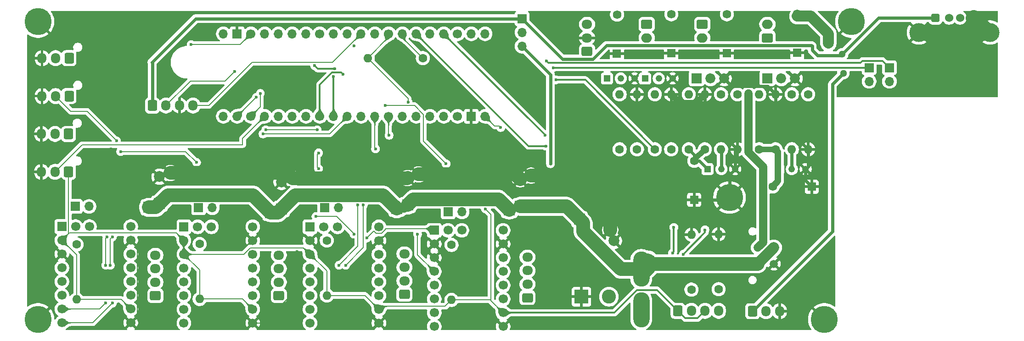
<source format=gbr>
%TF.GenerationSoftware,KiCad,Pcbnew,9.0.0*%
%TF.CreationDate,2025-05-04T18:41:49+10:00*%
%TF.ProjectId,A1_MB,41315f4d-422e-46b6-9963-61645f706362,rev?*%
%TF.SameCoordinates,Original*%
%TF.FileFunction,Copper,L2,Bot*%
%TF.FilePolarity,Positive*%
%FSLAX46Y46*%
G04 Gerber Fmt 4.6, Leading zero omitted, Abs format (unit mm)*
G04 Created by KiCad (PCBNEW 9.0.0) date 2025-05-04 18:41:49*
%MOMM*%
%LPD*%
G01*
G04 APERTURE LIST*
G04 Aperture macros list*
%AMRoundRect*
0 Rectangle with rounded corners*
0 $1 Rounding radius*
0 $2 $3 $4 $5 $6 $7 $8 $9 X,Y pos of 4 corners*
0 Add a 4 corners polygon primitive as box body*
4,1,4,$2,$3,$4,$5,$6,$7,$8,$9,$2,$3,0*
0 Add four circle primitives for the rounded corners*
1,1,$1+$1,$2,$3*
1,1,$1+$1,$4,$5*
1,1,$1+$1,$6,$7*
1,1,$1+$1,$8,$9*
0 Add four rect primitives between the rounded corners*
20,1,$1+$1,$2,$3,$4,$5,0*
20,1,$1+$1,$4,$5,$6,$7,0*
20,1,$1+$1,$6,$7,$8,$9,0*
20,1,$1+$1,$8,$9,$2,$3,0*%
G04 Aperture macros list end*
%TA.AperFunction,ComponentPad*%
%ADD10RoundRect,0.250000X0.725000X-0.600000X0.725000X0.600000X-0.725000X0.600000X-0.725000X-0.600000X0*%
%TD*%
%TA.AperFunction,ComponentPad*%
%ADD11O,1.950000X1.700000*%
%TD*%
%TA.AperFunction,ComponentPad*%
%ADD12R,1.590000X1.590000*%
%TD*%
%TA.AperFunction,ComponentPad*%
%ADD13C,1.590000*%
%TD*%
%TA.AperFunction,ComponentPad*%
%ADD14C,1.600000*%
%TD*%
%TA.AperFunction,ComponentPad*%
%ADD15O,1.600000X1.600000*%
%TD*%
%TA.AperFunction,ComponentPad*%
%ADD16R,1.700000X1.700000*%
%TD*%
%TA.AperFunction,ComponentPad*%
%ADD17O,1.700000X1.700000*%
%TD*%
%TA.AperFunction,ComponentPad*%
%ADD18C,5.000000*%
%TD*%
%TA.AperFunction,ComponentPad*%
%ADD19O,3.000000X6.500000*%
%TD*%
%TA.AperFunction,ComponentPad*%
%ADD20RoundRect,0.250000X0.600000X0.725000X-0.600000X0.725000X-0.600000X-0.725000X0.600000X-0.725000X0*%
%TD*%
%TA.AperFunction,ComponentPad*%
%ADD21O,1.700000X1.950000*%
%TD*%
%TA.AperFunction,ComponentPad*%
%ADD22RoundRect,0.250000X-0.750000X0.600000X-0.750000X-0.600000X0.750000X-0.600000X0.750000X0.600000X0*%
%TD*%
%TA.AperFunction,ComponentPad*%
%ADD23O,2.000000X1.700000*%
%TD*%
%TA.AperFunction,ComponentPad*%
%ADD24RoundRect,0.250001X-0.499999X0.499999X-0.499999X-0.499999X0.499999X-0.499999X0.499999X0.499999X0*%
%TD*%
%TA.AperFunction,ComponentPad*%
%ADD25C,1.500000*%
%TD*%
%TA.AperFunction,ComponentPad*%
%ADD26C,1.700000*%
%TD*%
%TA.AperFunction,ComponentPad*%
%ADD27R,2.000000X2.000000*%
%TD*%
%TA.AperFunction,ComponentPad*%
%ADD28C,2.000000*%
%TD*%
%TA.AperFunction,ComponentPad*%
%ADD29R,1.228000X1.228000*%
%TD*%
%TA.AperFunction,ComponentPad*%
%ADD30C,1.228000*%
%TD*%
%TA.AperFunction,ComponentPad*%
%ADD31RoundRect,0.250000X-0.600000X-0.725000X0.600000X-0.725000X0.600000X0.725000X-0.600000X0.725000X0*%
%TD*%
%TA.AperFunction,ComponentPad*%
%ADD32R,1.850000X1.850000*%
%TD*%
%TA.AperFunction,ComponentPad*%
%ADD33C,1.850000*%
%TD*%
%TA.AperFunction,ComponentPad*%
%ADD34RoundRect,0.250000X0.750000X-0.600000X0.750000X0.600000X-0.750000X0.600000X-0.750000X-0.600000X0*%
%TD*%
%TA.AperFunction,ComponentPad*%
%ADD35R,2.600000X2.600000*%
%TD*%
%TA.AperFunction,ComponentPad*%
%ADD36C,2.600000*%
%TD*%
%TA.AperFunction,ComponentPad*%
%ADD37RoundRect,0.250000X-0.512000X-0.512000X0.512000X-0.512000X0.512000X0.512000X-0.512000X0.512000X0*%
%TD*%
%TA.AperFunction,ComponentPad*%
%ADD38C,1.524000*%
%TD*%
%TA.AperFunction,ComponentPad*%
%ADD39C,3.500000*%
%TD*%
%TA.AperFunction,ViaPad*%
%ADD40C,0.600000*%
%TD*%
%TA.AperFunction,ViaPad*%
%ADD41C,2.000000*%
%TD*%
%TA.AperFunction,ViaPad*%
%ADD42C,1.300000*%
%TD*%
%TA.AperFunction,Conductor*%
%ADD43C,2.500000*%
%TD*%
%TA.AperFunction,Conductor*%
%ADD44C,0.200000*%
%TD*%
%TA.AperFunction,Conductor*%
%ADD45C,0.600000*%
%TD*%
%TA.AperFunction,Conductor*%
%ADD46C,0.300000*%
%TD*%
%TA.AperFunction,Conductor*%
%ADD47C,1.200000*%
%TD*%
%TA.AperFunction,Conductor*%
%ADD48C,3.000000*%
%TD*%
%TA.AperFunction,Conductor*%
%ADD49C,1.000000*%
%TD*%
%TA.AperFunction,Conductor*%
%ADD50C,4.000000*%
%TD*%
%TA.AperFunction,Conductor*%
%ADD51C,2.000000*%
%TD*%
%TA.AperFunction,Conductor*%
%ADD52C,1.400000*%
%TD*%
%TA.AperFunction,Conductor*%
%ADD53C,1.500000*%
%TD*%
G04 APERTURE END LIST*
D10*
%TO.P,J7,1,Pin_1*%
%TO.N,Net-(J3-Pin_2)*%
X168750000Y-43000000D03*
D11*
%TO.P,J7,2,Pin_2*%
%TO.N,GND*%
X168750000Y-40500000D03*
%TO.P,J7,3,Pin_3*%
%TO.N,5V*%
X168750000Y-38000000D03*
%TD*%
D10*
%TO.P,MotorConnector1,1,Pin_1*%
%TO.N,/XMotor/B2*%
X157750000Y-88500000D03*
D11*
%TO.P,MotorConnector1,2,Pin_2*%
%TO.N,/XMotor/B1*%
X157750000Y-86000000D03*
%TO.P,MotorConnector1,3,Pin_3*%
%TO.N,/XMotor/A1*%
X157750000Y-83500000D03*
%TO.P,MotorConnector1,4,Pin_4*%
%TO.N,/XMotor/A2*%
X157750000Y-81000000D03*
%TD*%
D12*
%TO.P,D5,1,K*%
%TO.N,GND*%
X188500000Y-70430000D03*
D13*
%TO.P,D5,2,A*%
%TO.N,+24V*%
X188525400Y-63218000D03*
%TD*%
D14*
%TO.P,R15,1*%
%TO.N,/ME_EN*%
X97310000Y-78580000D03*
D15*
%TO.P,R15,2*%
%TO.N,+3V3*%
X97310000Y-88740000D03*
%TD*%
D16*
%TO.P,J16,1,Pin_1*%
%TO.N,/MX_DIAG*%
X143145000Y-72660000D03*
D17*
%TO.P,J16,2,Pin_2*%
%TO.N,Net-(J16-Pin_2)*%
X145685000Y-72660000D03*
%TD*%
D18*
%TO.P,H4,1,1*%
%TO.N,GND*%
X217500000Y-37500000D03*
%TD*%
D12*
%TO.P,D4,1,K*%
%TO.N,GND*%
X207500000Y-43250000D03*
D13*
%TO.P,D4,2,A*%
%TO.N,+24V*%
X207525400Y-36038000D03*
%TD*%
D19*
%TO.P,F1,1*%
%TO.N,+24V*%
X178749999Y-83250000D03*
%TO.P,F1,2*%
%TO.N,Net-(J10-Pin_2)*%
X178750000Y-90750000D03*
%TD*%
D14*
%TO.P,R17,1*%
%TO.N,/HEATER_PIN*%
X206500000Y-50920000D03*
D15*
%TO.P,R17,2*%
%TO.N,Net-(Q5-G)*%
X206500000Y-61080000D03*
%TD*%
D20*
%TO.P,J25,1,Pin_1*%
%TO.N,+3V3*%
X73250000Y-51250000D03*
D21*
%TO.P,J25,2,Pin_2*%
%TO.N,/ME_DIAG*%
X70750000Y-51250000D03*
%TO.P,J25,3,Pin_3*%
%TO.N,GND*%
X68250000Y-51250000D03*
%TD*%
D14*
%TO.P,R19,1*%
%TO.N,+24V*%
X203500000Y-61080000D03*
D15*
%TO.P,R19,2*%
%TO.N,GND*%
X203500000Y-50920000D03*
%TD*%
D16*
%TO.P,J24,1,Pin_1*%
%TO.N,/ME_DIAG*%
X97120000Y-71890000D03*
D17*
%TO.P,J24,2,Pin_2*%
%TO.N,Net-(J24-Pin_2)*%
X99660000Y-71890000D03*
%TD*%
D22*
%TO.P,J6,1,Pin_1*%
%TO.N,+24V*%
X190000000Y-38000000D03*
D23*
%TO.P,J6,2,Pin_2*%
%TO.N,/Mosfet1/Output_Return*%
X190000000Y-40500000D03*
%TD*%
D14*
%TO.P,R22,1*%
%TO.N,+24V*%
X190460000Y-61080000D03*
D15*
%TO.P,R22,2*%
%TO.N,GND*%
X190460000Y-50920000D03*
%TD*%
D14*
%TO.P,R24,1*%
%TO.N,/FAN0_PIN*%
X177950000Y-61080000D03*
D15*
%TO.P,R24,2*%
%TO.N,GND*%
X177950000Y-50920000D03*
%TD*%
D24*
%TO.P,J5,1,Pin_1*%
%TO.N,+24V*%
X203190000Y-79250000D03*
D25*
%TO.P,J5,2,Pin_2*%
%TO.N,GND*%
X203190000Y-82250000D03*
%TO.P,J5,3,Pin_3*%
%TO.N,/Mosfet/Output_Return*%
X200190000Y-79250000D03*
%TO.P,J5,4,Pin_4*%
%TO.N,+24V*%
X200190000Y-82250000D03*
%TD*%
D12*
%TO.P,D3,1,K*%
%TO.N,GND*%
X210180000Y-68000000D03*
D13*
%TO.P,D3,2,A*%
%TO.N,+24V*%
X202968000Y-67974600D03*
%TD*%
D14*
%TO.P,R16,1*%
%TO.N,/HEATER_PIN*%
X209500000Y-50920000D03*
D15*
%TO.P,R16,2*%
%TO.N,GND*%
X209500000Y-61080000D03*
%TD*%
D12*
%TO.P,D1,1,K*%
%TO.N,GND*%
X184250000Y-43366500D03*
D13*
%TO.P,D1,2,A*%
%TO.N,5V*%
X184275400Y-36154500D03*
%TD*%
D16*
%TO.P,M4,1,ENABLE*%
%TO.N,/ME_EN*%
X94410000Y-75400000D03*
D26*
%TO.P,M4,2,MS1*%
%TO.N,+3V3*%
X94410000Y-77940000D03*
%TO.P,M4,3,MS2*%
X94410000Y-80480000D03*
%TO.P,M4,4,PDN1*%
%TO.N,/M_UART*%
X94410000Y-83020000D03*
%TO.P,M4,5,PDN2*%
%TO.N,unconnected-(M4-PDN2-Pad5)*%
X94410000Y-85560000D03*
%TO.P,M4,6,CLK*%
%TO.N,unconnected-(M4-CLK-Pad6)*%
X94410000Y-88100000D03*
%TO.P,M4,7,STEP*%
%TO.N,/ME_STEP*%
X94410000Y-90640000D03*
%TO.P,M4,8,DIR*%
%TO.N,/ME_DIR*%
X94410000Y-93180000D03*
%TO.P,M4,9,GND*%
%TO.N,GND*%
X107110000Y-93180000D03*
%TO.P,M4,10,VDD*%
%TO.N,+3V3*%
X107110000Y-90640000D03*
%TO.P,M4,11,B2*%
%TO.N,/EMotor/B2*%
X107110000Y-88100000D03*
%TO.P,M4,12,B1*%
%TO.N,/EMotor/B1*%
X107110000Y-85560000D03*
%TO.P,M4,13,A1*%
%TO.N,/EMotor/A1*%
X107110000Y-83020000D03*
%TO.P,M4,14,A2*%
%TO.N,/EMotor/A2*%
X107110000Y-80480000D03*
%TO.P,M4,15,GND*%
%TO.N,GND*%
X107110000Y-77940000D03*
%TO.P,M4,16,VM*%
%TO.N,+24V*%
X107110000Y-75400000D03*
%TO.P,M4,17,INDEX*%
%TO.N,unconnected-(M4-INDEX-Pad17)*%
X96950000Y-75400000D03*
%TO.P,M4,18,DIAG*%
%TO.N,Net-(J24-Pin_2)*%
X99490000Y-75400000D03*
%TD*%
D16*
%TO.P,M1,1,ENABLE*%
%TO.N,/MX_EN*%
X140570000Y-76050000D03*
D26*
%TO.P,M1,2,MS1*%
%TO.N,GND*%
X140570000Y-78590000D03*
%TO.P,M1,3,MS2*%
X140570000Y-81130000D03*
%TO.P,M1,4,PDN1*%
%TO.N,/M_UART*%
X140570000Y-83670000D03*
%TO.P,M1,5,PDN2*%
%TO.N,unconnected-(M1-PDN2-Pad5)*%
X140570000Y-86210000D03*
%TO.P,M1,6,CLK*%
%TO.N,unconnected-(M1-CLK-Pad6)*%
X140570000Y-88750000D03*
%TO.P,M1,7,STEP*%
%TO.N,/MX_STEP*%
X140570000Y-91290000D03*
%TO.P,M1,8,DIR*%
%TO.N,/MX_DIR*%
X140570000Y-93830000D03*
%TO.P,M1,9,GND*%
%TO.N,GND*%
X153270000Y-93830000D03*
%TO.P,M1,10,VDD*%
%TO.N,+3V3*%
X153270000Y-91290000D03*
%TO.P,M1,11,B2*%
%TO.N,/XMotor/B2*%
X153270000Y-88750000D03*
%TO.P,M1,12,B1*%
%TO.N,/XMotor/B1*%
X153270000Y-86210000D03*
%TO.P,M1,13,A1*%
%TO.N,/XMotor/A1*%
X153270000Y-83670000D03*
%TO.P,M1,14,A2*%
%TO.N,/XMotor/A2*%
X153270000Y-81130000D03*
%TO.P,M1,15,GND*%
%TO.N,GND*%
X153270000Y-78590000D03*
%TO.P,M1,16,VM*%
%TO.N,+24V*%
X153270000Y-76050000D03*
%TO.P,M1,17,INDEX*%
%TO.N,unconnected-(M1-INDEX-Pad17)*%
X143110000Y-76050000D03*
%TO.P,M1,18,DIAG*%
%TO.N,Net-(J16-Pin_2)*%
X145650000Y-76050000D03*
%TD*%
D14*
%TO.P,R14,1*%
%TO.N,/MZ_EN*%
X120750000Y-77920000D03*
D15*
%TO.P,R14,2*%
%TO.N,+3V3*%
X120750000Y-88080000D03*
%TD*%
D14*
%TO.P,R13,1*%
%TO.N,/MY_EN*%
X74610000Y-78660000D03*
D15*
%TO.P,R13,2*%
%TO.N,+3V3*%
X74610000Y-88820000D03*
%TD*%
D14*
%TO.P,R9,1*%
%TO.N,/UART_RX*%
X138464000Y-44240000D03*
D15*
%TO.P,R9,2*%
%TO.N,/M_UART*%
X128304000Y-44240000D03*
%TD*%
D27*
%TO.P,C3,1*%
%TO.N,+24V*%
X87910000Y-71812144D03*
X89910000Y-71140000D03*
D28*
%TO.P,C3,2*%
%TO.N,GND*%
X89910000Y-66140000D03*
X91910000Y-65467856D03*
%TD*%
D18*
%TO.P,H3,1,1*%
%TO.N,GND*%
X67500000Y-92500000D03*
%TD*%
D29*
%TO.P,Q10,1,D*%
%TO.N,/Transistor1/Output_GND*%
X179422500Y-48010000D03*
D30*
%TO.P,Q10,2,G*%
%TO.N,Net-(Q10-G)*%
X181962500Y-48010000D03*
%TO.P,Q10,3,S*%
%TO.N,GND*%
X184502500Y-48010000D03*
%TD*%
D29*
%TO.P,Q5,1,D*%
%TO.N,+24V*%
X203960000Y-64750000D03*
D30*
%TO.P,Q5,2,G*%
%TO.N,Net-(Q5-G)*%
X206500000Y-64750000D03*
%TO.P,Q5,3,S*%
%TO.N,GND*%
X209040000Y-64750000D03*
%TD*%
D16*
%TO.P,J15,1,Pin_1*%
%TO.N,/PA12*%
X220750000Y-46000000D03*
D17*
%TO.P,J15,2,Pin_2*%
%TO.N,/D+*%
X220750000Y-48540000D03*
%TD*%
D16*
%TO.P,M3,1,ENABLE*%
%TO.N,/MZ_EN*%
X117660000Y-75400000D03*
D26*
%TO.P,M3,2,MS1*%
%TO.N,GND*%
X117660000Y-77940000D03*
%TO.P,M3,3,MS2*%
%TO.N,+3V3*%
X117660000Y-80480000D03*
%TO.P,M3,4,PDN1*%
%TO.N,/M_UART*%
X117660000Y-83020000D03*
%TO.P,M3,5,PDN2*%
%TO.N,unconnected-(M3-PDN2-Pad5)*%
X117660000Y-85560000D03*
%TO.P,M3,6,CLK*%
%TO.N,unconnected-(M3-CLK-Pad6)*%
X117660000Y-88100000D03*
%TO.P,M3,7,STEP*%
%TO.N,/MZ_STEP*%
X117660000Y-90640000D03*
%TO.P,M3,8,DIR*%
%TO.N,/MZ_DIR*%
X117660000Y-93180000D03*
%TO.P,M3,9,GND*%
%TO.N,GND*%
X130360000Y-93180000D03*
%TO.P,M3,10,VDD*%
%TO.N,+3V3*%
X130360000Y-90640000D03*
%TO.P,M3,11,B2*%
%TO.N,/ZMotor/B2*%
X130360000Y-88100000D03*
%TO.P,M3,12,B1*%
%TO.N,/ZMotor/B1*%
X130360000Y-85560000D03*
%TO.P,M3,13,A1*%
%TO.N,/ZMotor/A1*%
X130360000Y-83020000D03*
%TO.P,M3,14,A2*%
%TO.N,/ZMotor/A2*%
X130360000Y-80480000D03*
%TO.P,M3,15,GND*%
%TO.N,GND*%
X130360000Y-77940000D03*
%TO.P,M3,16,VM*%
%TO.N,+24V*%
X130360000Y-75400000D03*
%TO.P,M3,17,INDEX*%
%TO.N,unconnected-(M3-INDEX-Pad17)*%
X120200000Y-75400000D03*
%TO.P,M3,18,DIAG*%
%TO.N,Net-(J21-Pin_2)*%
X122740000Y-75400000D03*
%TD*%
D29*
%TO.P,Q7,1,D*%
%TO.N,+24V*%
X190960000Y-64750000D03*
D30*
%TO.P,Q7,2,G*%
%TO.N,Net-(Q7-G)*%
X193500000Y-64750000D03*
%TO.P,Q7,3,S*%
%TO.N,GND*%
X196040000Y-64750000D03*
%TD*%
D14*
%TO.P,R10,1*%
%TO.N,/BED_THM_1*%
X193000000Y-86920000D03*
D15*
%TO.P,R10,2*%
%TO.N,GND*%
X193000000Y-76760000D03*
%TD*%
D16*
%TO.P,J3,1,Pin_1*%
%TO.N,+5V*%
X156750000Y-36960000D03*
D17*
%TO.P,J3,2,Pin_2*%
%TO.N,Net-(J3-Pin_2)*%
X156750000Y-39500000D03*
%TO.P,J3,3,Pin_3*%
%TO.N,+24V*%
X156750000Y-42040000D03*
%TD*%
D31*
%TO.P,J2,1,Pin_1*%
%TO.N,+5V*%
X199250000Y-91000000D03*
D21*
%TO.P,J2,2,Pin_2*%
%TO.N,/NEOPIXEL_PIN*%
X201750000Y-91000000D03*
%TO.P,J2,3,Pin_3*%
%TO.N,GND*%
X204250000Y-91000000D03*
%TD*%
D31*
%TO.P,J8,1,Pin_1*%
%TO.N,+5V*%
X88600000Y-53000000D03*
D21*
%TO.P,J8,2,Pin_2*%
%TO.N,/SwitchSensor*%
X91100000Y-53000000D03*
%TO.P,J8,3,Pin_3*%
%TO.N,GND*%
X93600000Y-53000000D03*
%TO.P,J8,4,Pin_4*%
%TO.N,/OpticSensor*%
X96100000Y-53000000D03*
%TD*%
D14*
%TO.P,R21,1*%
%TO.N,/ HEATED_BED_PIN*%
X193460000Y-50920000D03*
D15*
%TO.P,R21,2*%
%TO.N,Net-(Q7-G)*%
X193460000Y-61080000D03*
%TD*%
D20*
%TO.P,J17,1,Pin_1*%
%TO.N,+3V3*%
X73150000Y-65250000D03*
D21*
%TO.P,J17,2,Pin_2*%
%TO.N,/MX_DIAG*%
X70650000Y-65250000D03*
%TO.P,J17,3,Pin_3*%
%TO.N,GND*%
X68150000Y-65250000D03*
%TD*%
D16*
%TO.P,M2,1,ENABLE*%
%TO.N,/MY_EN*%
X71910000Y-75360000D03*
D26*
%TO.P,M2,2,MS1*%
%TO.N,+3V3*%
X71910000Y-77900000D03*
%TO.P,M2,3,MS2*%
%TO.N,GND*%
X71910000Y-80440000D03*
%TO.P,M2,4,PDN1*%
%TO.N,/M_UART*%
X71910000Y-82980000D03*
%TO.P,M2,5,PDN2*%
%TO.N,unconnected-(M2-PDN2-Pad5)*%
X71910000Y-85520000D03*
%TO.P,M2,6,CLK*%
%TO.N,unconnected-(M2-CLK-Pad6)*%
X71910000Y-88060000D03*
%TO.P,M2,7,STEP*%
%TO.N,/MY_STEP*%
X71910000Y-90600000D03*
%TO.P,M2,8,DIR*%
%TO.N,/MY_DIR*%
X71910000Y-93140000D03*
%TO.P,M2,9,GND*%
%TO.N,GND*%
X84610000Y-93140000D03*
%TO.P,M2,10,VDD*%
%TO.N,+3V3*%
X84610000Y-90600000D03*
%TO.P,M2,11,B2*%
%TO.N,/YMotor/B2*%
X84610000Y-88060000D03*
%TO.P,M2,12,B1*%
%TO.N,/YMotor/B1*%
X84610000Y-85520000D03*
%TO.P,M2,13,A1*%
%TO.N,/YMotor/A1*%
X84610000Y-82980000D03*
%TO.P,M2,14,A2*%
%TO.N,/YMotor/A2*%
X84610000Y-80440000D03*
%TO.P,M2,15,GND*%
%TO.N,GND*%
X84610000Y-77900000D03*
%TO.P,M2,16,VM*%
%TO.N,+24V*%
X84610000Y-75360000D03*
%TO.P,M2,17,INDEX*%
%TO.N,unconnected-(M2-INDEX-Pad17)*%
X74450000Y-75360000D03*
%TO.P,M2,18,DIAG*%
%TO.N,Net-(J18-Pin_2)*%
X76990000Y-75360000D03*
%TD*%
D17*
%TO.P,U1,1,VBAT*%
%TO.N,unconnected-(U1-VBAT-Pad1)*%
X149944000Y-39750000D03*
%TO.P,U1,2,PC13*%
%TO.N,/SGPIO_4*%
X147404000Y-39750000D03*
D26*
%TO.P,U1,3,PC14*%
%TO.N,/SGPIO_3*%
X144864000Y-39750000D03*
D17*
%TO.P,U1,4,PC15*%
%TO.N,/BED_THM_2*%
X142324000Y-39750000D03*
%TO.P,U1,5,nRST*%
%TO.N,unconnected-(U1-nRST-Pad5)*%
X139784000Y-39750000D03*
%TO.P,U1,6,PA0*%
%TO.N,/BED_THM_1*%
X137244000Y-39750000D03*
%TO.P,U1,7,PA1*%
%TO.N,/UART_RX*%
X134704000Y-39750000D03*
D26*
%TO.P,U1,8,PA2*%
%TO.N,/M_UART*%
X132164000Y-39750000D03*
D17*
%TO.P,U1,9,PA3*%
%TO.N,/SGPIO_5*%
X129624000Y-39750000D03*
%TO.P,U1,10,PA4*%
%TO.N,/OpticSensor*%
X127084000Y-39750000D03*
%TO.P,U1,11,PA5*%
%TO.N,/SwitchSensor*%
X124544000Y-39750000D03*
%TO.P,U1,12,PA6*%
%TO.N,unconnected-(U1-PA6-Pad12)*%
X122004000Y-39750000D03*
D26*
%TO.P,U1,13,PA7*%
%TO.N,unconnected-(U1-PA7-Pad13)*%
X119464000Y-39750000D03*
D17*
%TO.P,U1,14,PB0*%
%TO.N,unconnected-(U1-PB0-Pad14)*%
X116924000Y-39750000D03*
%TO.P,U1,15,PB1*%
%TO.N,unconnected-(U1-PB1-Pad15)*%
X114384000Y-39750000D03*
%TO.P,U1,16,PB2*%
%TO.N,/RGB_PIN*%
X111844000Y-39750000D03*
%TO.P,U1,17,PB10*%
%TO.N,/MS_DIAG*%
X109304000Y-39750000D03*
D26*
%TO.P,U1,18,3V3*%
%TO.N,+3V3*%
X106764000Y-39750000D03*
D16*
%TO.P,U1,19,GND*%
%TO.N,GND*%
X104224000Y-39750000D03*
D17*
%TO.P,U1,20,5V*%
%TO.N,unconnected-(U1-5V-Pad20)*%
X101684000Y-39750000D03*
%TO.P,U1,21,PB12*%
%TO.N,/MX_EN*%
X101684000Y-54990000D03*
%TO.P,U1,22,PB13*%
%TO.N,/MX_STEP*%
X104224000Y-54990000D03*
D26*
%TO.P,U1,23,PB14*%
%TO.N,/MX_DIR*%
X106764000Y-54990000D03*
D17*
%TO.P,U1,24,PB15*%
%TO.N,/MX_DIAG*%
X109304000Y-54990000D03*
%TO.P,U1,25,PA8*%
%TO.N,/MY_EN*%
X111844000Y-54990000D03*
%TO.P,U1,26,PA9*%
%TO.N,/MY_STEP*%
X114384000Y-54990000D03*
%TO.P,U1,27,PA10*%
%TO.N,/MY_DIR*%
X116924000Y-54990000D03*
D26*
%TO.P,U1,28,PA11*%
%TO.N,/PA11*%
X119464000Y-54990000D03*
D17*
%TO.P,U1,29,PA12*%
%TO.N,/PA12*%
X122004000Y-54990000D03*
%TO.P,U1,30,PA15*%
%TO.N,/MY_DIAG*%
X124544000Y-54990000D03*
%TO.P,U1,31,PB3*%
%TO.N,/MZ_EN*%
X127084000Y-54990000D03*
%TO.P,U1,32,PB4*%
%TO.N,/MZ_STEP*%
X129624000Y-54990000D03*
D26*
%TO.P,U1,33,PB5*%
%TO.N,/MZ_DIR*%
X132164000Y-54990000D03*
D17*
%TO.P,U1,34,PB6*%
%TO.N,/MZ_DIAG*%
X134704000Y-54990000D03*
%TO.P,U1,35,PB7*%
%TO.N,/MS_EN*%
X137244000Y-54990000D03*
%TO.P,U1,36,PB8*%
%TO.N,/MS_STEP*%
X139784000Y-54990000D03*
%TO.P,U1,37,PB9*%
%TO.N,/MS_DIR*%
X142324000Y-54990000D03*
D26*
%TO.P,U1,38,5V*%
%TO.N,unconnected-(U1-5V-Pad38)*%
X144864000Y-54990000D03*
D16*
%TO.P,U1,39,GND*%
%TO.N,GND*%
X147404000Y-54990000D03*
D17*
%TO.P,U1,40,3V3*%
%TO.N,+3V3*%
X149944000Y-54990000D03*
%TD*%
D14*
%TO.P,R23,1*%
%TO.N,+24V*%
X187500000Y-61080000D03*
D15*
%TO.P,R23,2*%
%TO.N,Net-(Q8-G)*%
X187500000Y-50920000D03*
%TD*%
D29*
%TO.P,Q9,1,D*%
%TO.N,5V*%
X172422500Y-48010000D03*
D30*
%TO.P,Q9,2,G*%
%TO.N,Net-(Q9-G)*%
X174962500Y-48010000D03*
%TO.P,Q9,3,S*%
%TO.N,GND*%
X177502500Y-48010000D03*
%TD*%
D10*
%TO.P,J20,1,Pin_1*%
%TO.N,/YMotor/B2*%
X89160000Y-88140000D03*
D11*
%TO.P,J20,2,Pin_2*%
%TO.N,/YMotor/B1*%
X89160000Y-85640000D03*
%TO.P,J20,3,Pin_3*%
%TO.N,/YMotor/A1*%
X89160000Y-83140000D03*
%TO.P,J20,4,Pin_4*%
%TO.N,/YMotor/A2*%
X89160000Y-80640000D03*
%TD*%
D12*
%TO.P,D6,1,K*%
%TO.N,GND*%
X194500000Y-43366500D03*
D13*
%TO.P,D6,2,A*%
%TO.N,+24V*%
X194525400Y-36154500D03*
%TD*%
D18*
%TO.P,H2,1,1*%
%TO.N,GND*%
X195000000Y-70000000D03*
%TD*%
D16*
%TO.P,J14,1,Pin_1*%
%TO.N,/PA11*%
X224500000Y-46000000D03*
D17*
%TO.P,J14,2,Pin_2*%
%TO.N,/D-*%
X224500000Y-48540000D03*
%TD*%
D27*
%TO.P,C4,1*%
%TO.N,+24V*%
X154410000Y-72294821D03*
X156410000Y-71622677D03*
D28*
%TO.P,C4,2*%
%TO.N,GND*%
X156410000Y-66622677D03*
X158410000Y-65950533D03*
%TD*%
D14*
%TO.P,R18,1*%
%TO.N,+24V*%
X200500000Y-61080000D03*
D15*
%TO.P,R18,2*%
%TO.N,Net-(Q6-G)*%
X200500000Y-50920000D03*
%TD*%
D12*
%TO.P,D2,1,K*%
%TO.N,GND*%
X174250000Y-43430000D03*
D13*
%TO.P,D2,2,A*%
%TO.N,5V*%
X174275400Y-36218000D03*
%TD*%
D14*
%TO.P,R20,1*%
%TO.N,/ HEATED_BED_PIN*%
X196460000Y-50920000D03*
D15*
%TO.P,R20,2*%
%TO.N,GND*%
X196460000Y-61080000D03*
%TD*%
D14*
%TO.P,R26,1*%
%TO.N,/RGB_PIN*%
X184250000Y-61080000D03*
D15*
%TO.P,R26,2*%
%TO.N,GND*%
X184250000Y-50920000D03*
%TD*%
D16*
%TO.P,J21,1,Pin_1*%
%TO.N,/MZ_DIAG*%
X120370000Y-71890000D03*
D17*
%TO.P,J21,2,Pin_2*%
%TO.N,Net-(J21-Pin_2)*%
X122910000Y-71890000D03*
%TD*%
D22*
%TO.P,J4,1,Pin_1*%
%TO.N,5V*%
X179750000Y-38000000D03*
D23*
%TO.P,J4,2,Pin_2*%
%TO.N,/Transistor1/Output_GND*%
X179750000Y-40500000D03*
%TD*%
D20*
%TO.P,J19,1,Pin_1*%
%TO.N,+3V3*%
X73150000Y-58250000D03*
D21*
%TO.P,J19,2,Pin_2*%
%TO.N,/MY_DIAG*%
X70650000Y-58250000D03*
%TO.P,J19,3,Pin_3*%
%TO.N,GND*%
X68150000Y-58250000D03*
%TD*%
D10*
%TO.P,J26,1,Pin_1*%
%TO.N,/EMotor/B2*%
X111910000Y-88140000D03*
D11*
%TO.P,J26,2,Pin_2*%
%TO.N,/EMotor/B1*%
X111910000Y-85640000D03*
%TO.P,J26,3,Pin_3*%
%TO.N,/EMotor/A1*%
X111910000Y-83140000D03*
%TO.P,J26,4,Pin_4*%
%TO.N,/EMotor/A2*%
X111910000Y-80640000D03*
%TD*%
D32*
%TO.P,Q6,1,D*%
%TO.N,/Mosfet/Output_Return*%
X202000000Y-48000000D03*
D33*
%TO.P,Q6,2,G*%
%TO.N,Net-(Q6-G)*%
X204540000Y-48000000D03*
%TO.P,Q6,3,S*%
%TO.N,GND*%
X207080000Y-48000000D03*
%TD*%
D27*
%TO.P,C1,1*%
%TO.N,+24V*%
X110410000Y-72794821D03*
X112410000Y-72122677D03*
D28*
%TO.P,C1,2*%
%TO.N,GND*%
X112410000Y-67122677D03*
X114410000Y-66450533D03*
%TD*%
D31*
%TO.P,J11,1,Pin_1*%
%TO.N,+3V3*%
X185500000Y-90920000D03*
D21*
%TO.P,J11,2,Pin_2*%
%TO.N,/BED_THM_2*%
X188000000Y-90920000D03*
%TO.P,J11,3,Pin_3*%
%TO.N,+3V3*%
X190500000Y-90920000D03*
%TO.P,J11,4,Pin_4*%
%TO.N,/BED_THM_1*%
X193000000Y-90920000D03*
%TD*%
D16*
%TO.P,J18,1,Pin_1*%
%TO.N,/MY_DIAG*%
X74370000Y-71640000D03*
D17*
%TO.P,J18,2,Pin_2*%
%TO.N,Net-(J18-Pin_2)*%
X76910000Y-71640000D03*
%TD*%
D32*
%TO.P,Q8,1,D*%
%TO.N,/Mosfet1/Output_Return*%
X188920000Y-48000000D03*
D33*
%TO.P,Q8,2,G*%
%TO.N,Net-(Q8-G)*%
X191460000Y-48000000D03*
%TO.P,Q8,3,S*%
%TO.N,GND*%
X194000000Y-48000000D03*
%TD*%
D14*
%TO.P,R12,1*%
%TO.N,/MX_EN*%
X143750000Y-78750000D03*
D15*
%TO.P,R12,2*%
%TO.N,+3V3*%
X143750000Y-88910000D03*
%TD*%
D10*
%TO.P,J23,1,Pin_1*%
%TO.N,/ZMotor/B2*%
X135070000Y-87890000D03*
D11*
%TO.P,J23,2,Pin_2*%
%TO.N,/ZMotor/B1*%
X135070000Y-85390000D03*
%TO.P,J23,3,Pin_3*%
%TO.N,/ZMotor/A1*%
X135070000Y-82890000D03*
%TO.P,J23,4,Pin_4*%
%TO.N,/ZMotor/A2*%
X135070000Y-80390000D03*
%TD*%
D27*
%TO.P,C5,1*%
%TO.N,+24V*%
X167345179Y-74000000D03*
X168017323Y-76000000D03*
D28*
%TO.P,C5,2*%
%TO.N,GND*%
X173017323Y-76000000D03*
X173689467Y-78000000D03*
%TD*%
D14*
%TO.P,R27,1*%
%TO.N,/RGB_PIN*%
X181250000Y-61080000D03*
D15*
%TO.P,R27,2*%
%TO.N,Net-(Q10-G)*%
X181250000Y-50920000D03*
%TD*%
D34*
%TO.P,J9,1,Pin_1*%
%TO.N,/Mosfet/Output_Return*%
X202000000Y-40500000D03*
D23*
%TO.P,J9,2,Pin_2*%
%TO.N,+24V*%
X202000000Y-38000000D03*
%TD*%
D20*
%TO.P,J22,1,Pin_1*%
%TO.N,+3V3*%
X73250000Y-44250000D03*
D21*
%TO.P,J22,2,Pin_2*%
%TO.N,/MZ_DIAG*%
X70750000Y-44250000D03*
%TO.P,J22,3,Pin_3*%
%TO.N,GND*%
X68250000Y-44250000D03*
%TD*%
D27*
%TO.P,C2,1*%
%TO.N,+24V*%
X133660000Y-72062144D03*
X135660000Y-71390000D03*
D28*
%TO.P,C2,2*%
%TO.N,GND*%
X135660000Y-66390000D03*
X137660000Y-65717856D03*
%TD*%
D14*
%TO.P,R11,1*%
%TO.N,/BED_THM_2*%
X188000000Y-87000000D03*
D15*
%TO.P,R11,2*%
%TO.N,GND*%
X188000000Y-76840000D03*
%TD*%
D14*
%TO.P,R25,1*%
%TO.N,/FAN0_PIN*%
X174750000Y-61080000D03*
D15*
%TO.P,R25,2*%
%TO.N,Net-(Q9-G)*%
X174750000Y-50920000D03*
%TD*%
D35*
%TO.P,J10,1,Pin_1*%
%TO.N,GND*%
X167705000Y-88321000D03*
D36*
%TO.P,J10,2,Pin_2*%
%TO.N,Net-(J10-Pin_2)*%
X172785000Y-88321000D03*
%TD*%
D18*
%TO.P,H1,1,1*%
%TO.N,GND*%
X67500000Y-37500000D03*
%TD*%
%TO.P,H5,1,1*%
%TO.N,GND*%
X212500000Y-92500000D03*
%TD*%
D37*
%TO.P,J13,1,VBUS*%
%TO.N,+5V*%
X233000000Y-36790000D03*
D38*
%TO.P,J13,2,D-*%
%TO.N,/D-*%
X235500000Y-36790000D03*
%TO.P,J13,3,D+*%
%TO.N,/D+*%
X237500000Y-36790000D03*
%TO.P,J13,4,GND*%
%TO.N,GND*%
X240000000Y-36790000D03*
D39*
%TO.P,J13,5,Shield*%
X229930000Y-39500000D03*
X243070000Y-39500000D03*
%TD*%
D40*
%TO.N,GND*%
X173000000Y-40250000D03*
X93000000Y-57250000D03*
X128750000Y-82469000D03*
X81000000Y-61000000D03*
X115250000Y-80000000D03*
%TO.N,/M_UART*%
X135750000Y-52360000D03*
X137500000Y-76750000D03*
%TO.N,/MX_EN*%
X119250000Y-61750000D03*
X119250000Y-64660533D03*
X128140000Y-77473624D03*
X109500000Y-57500000D03*
X125750000Y-76750000D03*
X118750000Y-73500000D03*
X119000000Y-57500000D03*
%TO.N,+3V3*%
X152827549Y-57077549D03*
X150000000Y-72109000D03*
X95750000Y-41750000D03*
%TO.N,/MX_DIAG*%
X131500000Y-53000000D03*
X142750000Y-63750000D03*
%TO.N,+24V*%
X162000000Y-71622677D03*
X162000000Y-63750000D03*
D41*
X213250000Y-41500000D03*
D42*
%TO.N,+5V*%
X215775312Y-43525312D03*
X216000000Y-47040000D03*
D40*
%TO.N,/MY_DIAG*%
X109000000Y-58250000D03*
%TO.N,/PA11*%
X161250000Y-44750000D03*
X123750000Y-47250000D03*
%TO.N,/PA12*%
X162500000Y-46000000D03*
X122000000Y-47610000D03*
%TO.N,/ME_DIAG*%
X96750000Y-63500000D03*
X82000000Y-59500000D03*
X82750000Y-61500000D03*
%TO.N,/MX_DIR*%
X108500000Y-50750000D03*
%TO.N,/MX_STEP*%
X107750000Y-51500000D03*
%TO.N,/MY_DIR*%
X81250000Y-89500000D03*
X81250000Y-77250000D03*
X80840003Y-82500000D03*
%TO.N,/MY_STEP*%
X80000000Y-82500000D03*
X80000000Y-89500000D03*
X80250000Y-77250000D03*
%TO.N,/MZ_DIR*%
X132250000Y-58500000D03*
X124250000Y-82500000D03*
X127500000Y-71339000D03*
%TO.N,/MZ_STEP*%
X126500000Y-71339000D03*
X129750000Y-61000000D03*
X123000000Y-82500000D03*
%TO.N,/SwitchSensor*%
X103750000Y-46750000D03*
%TO.N,/RGB_PIN*%
X118500000Y-45640000D03*
X122202549Y-46202549D03*
X125750000Y-42000000D03*
X163000000Y-48250000D03*
%TO.N,/BED_THM_2*%
X184750000Y-75500000D03*
X184500000Y-80250000D03*
X161000000Y-58500000D03*
%TO.N,/BED_THM_1*%
X161160000Y-60500000D03*
X190500000Y-75970000D03*
X186500000Y-80460000D03*
D42*
%TO.N,/Mosfet/Output_Return*%
X198500000Y-50757000D03*
%TD*%
D43*
%TO.N,GND*%
X114410000Y-66450533D02*
X135599467Y-66450533D01*
X135599467Y-66450533D02*
X135660000Y-66390000D01*
D44*
X109037728Y-93180000D02*
X115250000Y-86967728D01*
D43*
X173017323Y-74690144D02*
X173017323Y-76000000D01*
D45*
X209040000Y-64750000D02*
X209040000Y-66860000D01*
D43*
X91910000Y-65467856D02*
X113427323Y-65467856D01*
D44*
X128750000Y-82469000D02*
X128750000Y-79550000D01*
X147404000Y-54990000D02*
X147404000Y-57616677D01*
D46*
X242710000Y-39500000D02*
X243070000Y-39500000D01*
D45*
X195000000Y-70000000D02*
X194750000Y-70000000D01*
X196040000Y-64750000D02*
X196040000Y-61500000D01*
X209500000Y-61080000D02*
X209500000Y-64290000D01*
D43*
X137660000Y-65717856D02*
X155505179Y-65717856D01*
D44*
X84610000Y-77900000D02*
X85801000Y-79091000D01*
D45*
X209040000Y-66860000D02*
X210180000Y-68000000D01*
D44*
X91910000Y-65467856D02*
X85467856Y-65467856D01*
D43*
X164277712Y-65950533D02*
X173017323Y-74690144D01*
X155505179Y-65717856D02*
X156410000Y-66622677D01*
D44*
X93000000Y-57250000D02*
X93600000Y-56650000D01*
D47*
X188819000Y-52561000D02*
X190460000Y-50920000D01*
D44*
X147404000Y-57616677D02*
X156410000Y-66622677D01*
D45*
X203500000Y-55080000D02*
X209500000Y-61080000D01*
X203500000Y-50920000D02*
X203500000Y-55080000D01*
X202046000Y-49466000D02*
X203500000Y-50920000D01*
D46*
X172750000Y-40500000D02*
X168750000Y-40500000D01*
X173000000Y-40250000D02*
X172750000Y-40500000D01*
D44*
X93600000Y-56650000D02*
X93600000Y-53000000D01*
D47*
X185891000Y-52561000D02*
X188819000Y-52561000D01*
D45*
X195466000Y-49466000D02*
X202046000Y-49466000D01*
D44*
X128750000Y-79550000D02*
X130360000Y-77940000D01*
D45*
X194000000Y-48000000D02*
X195466000Y-49466000D01*
D48*
X240000000Y-36790000D02*
X242710000Y-39500000D01*
D45*
X190460000Y-55080000D02*
X196460000Y-61080000D01*
X209500000Y-64290000D02*
X209040000Y-64750000D01*
D44*
X107110000Y-93180000D02*
X109037728Y-93180000D01*
D45*
X194320000Y-70430000D02*
X188500000Y-70430000D01*
D43*
X158410000Y-65950533D02*
X164277712Y-65950533D01*
D44*
X85801000Y-91949000D02*
X84610000Y-93140000D01*
X115250000Y-86967728D02*
X115250000Y-80000000D01*
D45*
X196040000Y-61500000D02*
X196460000Y-61080000D01*
X195000000Y-65790000D02*
X196040000Y-64750000D01*
D48*
X229930000Y-39500000D02*
X243070000Y-39500000D01*
D45*
X195000000Y-70000000D02*
X195000000Y-65790000D01*
D43*
X113427323Y-65467856D02*
X114410000Y-66450533D01*
D47*
X184250000Y-50920000D02*
X185891000Y-52561000D01*
D44*
X85467856Y-65467856D02*
X81000000Y-61000000D01*
D45*
X194750000Y-70000000D02*
X194320000Y-70430000D01*
D44*
X85801000Y-79091000D02*
X85801000Y-91949000D01*
D45*
X190460000Y-50920000D02*
X190460000Y-55080000D01*
D44*
%TO.N,/M_UART*%
X135750000Y-51686000D02*
X135750000Y-52360000D01*
X128304000Y-44240000D02*
X135750000Y-51686000D01*
X128304000Y-44240000D02*
X132164000Y-40380000D01*
X132164000Y-40380000D02*
X132164000Y-39750000D01*
X137500000Y-76750000D02*
X137500000Y-80600000D01*
X137500000Y-80600000D02*
X140570000Y-83670000D01*
%TO.N,/UART_RX*%
X138464000Y-44240000D02*
X134704000Y-40480000D01*
X134704000Y-40480000D02*
X134704000Y-39750000D01*
%TO.N,/MX_EN*%
X129444648Y-76168976D02*
X129866671Y-76591000D01*
X131551000Y-75750000D02*
X140270000Y-75750000D01*
X119000000Y-64410533D02*
X119250000Y-64660533D01*
X140270000Y-75750000D02*
X140570000Y-76050000D01*
X131551000Y-75893329D02*
X131551000Y-75750000D01*
X109500000Y-57500000D02*
X119000000Y-57500000D01*
X118750000Y-73500000D02*
X122524329Y-73500000D01*
X119250000Y-61750000D02*
X119000000Y-62000000D01*
X130853329Y-76591000D02*
X131551000Y-75893329D01*
X129866671Y-76591000D02*
X130853329Y-76591000D01*
X128140000Y-77473624D02*
X129444648Y-76168976D01*
X119000000Y-62000000D02*
X119000000Y-64410533D01*
X125750000Y-76725671D02*
X125750000Y-76750000D01*
X122524329Y-73500000D02*
X125750000Y-76725671D01*
D46*
%TO.N,+3V3*%
X189134000Y-92286000D02*
X186866000Y-92286000D01*
X186866000Y-92286000D02*
X185500000Y-90920000D01*
D44*
X73259000Y-76551000D02*
X93021000Y-76551000D01*
X71910000Y-77900000D02*
X73150000Y-76660000D01*
X74610000Y-80600000D02*
X74610000Y-88820000D01*
D46*
X185500000Y-90920000D02*
X181689000Y-87109000D01*
D44*
X73150000Y-76660000D02*
X73150000Y-65250000D01*
X105210000Y-88740000D02*
X107110000Y-90640000D01*
X95750000Y-41750000D02*
X104764000Y-41750000D01*
D46*
X190500000Y-90920000D02*
X189134000Y-92286000D01*
D44*
X142561000Y-90099000D02*
X143750000Y-88910000D01*
X120750000Y-83570000D02*
X120750000Y-88080000D01*
D46*
X181689000Y-87109000D02*
X177966722Y-87109000D01*
X177966722Y-87109000D02*
X173785722Y-91290000D01*
D44*
X150990000Y-73099000D02*
X150000000Y-72109000D01*
X97310000Y-88740000D02*
X105210000Y-88740000D01*
X127800000Y-88080000D02*
X130360000Y-90640000D01*
X94410000Y-77940000D02*
X94410000Y-80480000D01*
X150990000Y-89010000D02*
X153270000Y-91290000D01*
X104764000Y-41750000D02*
X106764000Y-39750000D01*
X94410000Y-80480000D02*
X105425671Y-80480000D01*
X130360000Y-90640000D02*
X130901000Y-90099000D01*
X120750000Y-88080000D02*
X127800000Y-88080000D01*
X71910000Y-77900000D02*
X74610000Y-80600000D01*
X152827549Y-57077549D02*
X152500000Y-56750000D01*
X74610000Y-88820000D02*
X82830000Y-88820000D01*
X130901000Y-90099000D02*
X142561000Y-90099000D01*
X152500000Y-56750000D02*
X151704000Y-56750000D01*
X106616671Y-79289000D02*
X116469000Y-79289000D01*
X150890000Y-88910000D02*
X150990000Y-89010000D01*
X97310000Y-83380000D02*
X97310000Y-88740000D01*
X71910000Y-77900000D02*
X73259000Y-76551000D01*
X105425671Y-80480000D02*
X106616671Y-79289000D01*
X82830000Y-88820000D02*
X84610000Y-90600000D01*
X93021000Y-76551000D02*
X94410000Y-77940000D01*
X117660000Y-80480000D02*
X120750000Y-83570000D01*
X94410000Y-80480000D02*
X97310000Y-83380000D01*
X150990000Y-89010000D02*
X150990000Y-73099000D01*
D46*
X173785722Y-91290000D02*
X153270000Y-91290000D01*
D44*
X151704000Y-56750000D02*
X149944000Y-54990000D01*
X116469000Y-79289000D02*
X117660000Y-80480000D01*
X143750000Y-88910000D02*
X150890000Y-88910000D01*
%TO.N,/MX_DIAG*%
X138593000Y-54654671D02*
X138593000Y-59593000D01*
X75650000Y-60250000D02*
X105250000Y-60250000D01*
X105250000Y-59044000D02*
X109304000Y-54990000D01*
X70650000Y-65250000D02*
X75650000Y-60250000D01*
X131500000Y-53000000D02*
X136938329Y-53000000D01*
X136938329Y-53000000D02*
X138593000Y-54654671D01*
X105250000Y-60250000D02*
X105250000Y-59044000D01*
X138593000Y-59593000D02*
X142750000Y-63750000D01*
D43*
%TO.N,+24V*%
X133660000Y-72062144D02*
X131146856Y-69549000D01*
D45*
X188525400Y-63218000D02*
X189428000Y-63218000D01*
D43*
X111737856Y-72794821D02*
X112410000Y-72122677D01*
D49*
X188525400Y-63014600D02*
X190460000Y-61080000D01*
D43*
X200190000Y-82250000D02*
X179749999Y-82250000D01*
D47*
X203960000Y-64750000D02*
X203960000Y-61540000D01*
X203960000Y-66982600D02*
X202968000Y-67974600D01*
D43*
X168017323Y-74672144D02*
X167345179Y-74000000D01*
X114983677Y-69549000D02*
X112410000Y-72122677D01*
D45*
X188525400Y-63218000D02*
X188525400Y-62105400D01*
D43*
X87910000Y-71812144D02*
X89237856Y-71812144D01*
X156410000Y-71622677D02*
X162000000Y-71622677D01*
D45*
X189428000Y-63218000D02*
X190960000Y-64750000D01*
D43*
X178749999Y-83250000D02*
X175000000Y-83250000D01*
D50*
X179749999Y-82250000D02*
X178749999Y-83250000D01*
D43*
X89237856Y-71812144D02*
X89910000Y-71140000D01*
X91501000Y-69549000D02*
X89910000Y-71140000D01*
X168017323Y-76267323D02*
X168017323Y-76000000D01*
X162000000Y-71622677D02*
X164967856Y-71622677D01*
X110410000Y-72794821D02*
X107164179Y-69549000D01*
D49*
X200500000Y-61080000D02*
X203500000Y-61080000D01*
D43*
X110410000Y-72794821D02*
X111737856Y-72794821D01*
D45*
X188525400Y-62105400D02*
X187500000Y-61080000D01*
D47*
X203960000Y-61540000D02*
X203500000Y-61080000D01*
D43*
X168017323Y-76000000D02*
X168017323Y-74672144D01*
D51*
X213250000Y-39750000D02*
X210001000Y-36501000D01*
D47*
X203960000Y-64750000D02*
X203960000Y-66982600D01*
D43*
X131146856Y-69549000D02*
X114983677Y-69549000D01*
X136731000Y-70319000D02*
X135660000Y-71390000D01*
D45*
X162000000Y-47290000D02*
X162000000Y-63750000D01*
D49*
X188525400Y-63218000D02*
X188525400Y-63014600D01*
D43*
X154410000Y-72294821D02*
X152434179Y-70319000D01*
D45*
X156750000Y-42040000D02*
X162000000Y-47290000D01*
D43*
X107164179Y-69549000D02*
X91501000Y-69549000D01*
D51*
X203190000Y-79250000D02*
X200190000Y-82250000D01*
X210001000Y-36501000D02*
X207525400Y-36501000D01*
D52*
X134987856Y-72062144D02*
X135660000Y-71390000D01*
D43*
X175000000Y-83250000D02*
X168017323Y-76267323D01*
D51*
X213250000Y-41500000D02*
X213250000Y-39750000D01*
D43*
X152434179Y-70319000D02*
X136731000Y-70319000D01*
X164967856Y-71622677D02*
X167345179Y-74000000D01*
D52*
X133660000Y-72062144D02*
X134987856Y-72062144D01*
D45*
%TO.N,+5V*%
X210250000Y-42000000D02*
X210250000Y-42750000D01*
X210250000Y-42750000D02*
X211250000Y-43750000D01*
X169809570Y-44391000D02*
X172309570Y-41891000D01*
X156750000Y-36960000D02*
X96540000Y-36960000D01*
X172309570Y-41891000D02*
X210141000Y-41891000D01*
X222510624Y-36790000D02*
X233000000Y-36790000D01*
X214000000Y-76250000D02*
X214000000Y-49040000D01*
X210141000Y-41891000D02*
X210250000Y-42000000D01*
X164181000Y-44391000D02*
X169809570Y-44391000D01*
X96540000Y-36960000D02*
X88500000Y-45000000D01*
X156750000Y-36960000D02*
X164181000Y-44391000D01*
X214000000Y-49040000D02*
X216000000Y-47040000D01*
X211250000Y-43750000D02*
X215550624Y-43750000D01*
X199250000Y-91000000D02*
X214000000Y-76250000D01*
X215550624Y-43750000D02*
X215775312Y-43525312D01*
X88600000Y-45100000D02*
X88600000Y-53000000D01*
X215775312Y-43525312D02*
X222510624Y-36790000D01*
X88500000Y-45000000D02*
X88600000Y-45100000D01*
D44*
%TO.N,/MY_DIAG*%
X121284000Y-58250000D02*
X124544000Y-54990000D01*
X109000000Y-58250000D02*
X121284000Y-58250000D01*
D46*
%TO.N,/PA11*%
X224500000Y-46000000D02*
X223259000Y-44759000D01*
X121713778Y-46919000D02*
X119464000Y-49168778D01*
X123750000Y-47250000D02*
X123419000Y-46919000D01*
X219186000Y-45082000D02*
X161582000Y-45082000D01*
X219509000Y-44759000D02*
X219186000Y-45082000D01*
X161582000Y-45082000D02*
X161250000Y-44750000D01*
X223259000Y-44759000D02*
X219509000Y-44759000D01*
X123419000Y-46919000D02*
X121713778Y-46919000D01*
X119464000Y-49168778D02*
X119464000Y-54990000D01*
%TO.N,/PA12*%
X220750000Y-46000000D02*
X162500000Y-46000000D01*
X122004000Y-47614000D02*
X122004000Y-54990000D01*
X122000000Y-47610000D02*
X122004000Y-47614000D01*
D44*
%TO.N,/ME_DIAG*%
X82750000Y-61500000D02*
X94750000Y-61500000D01*
X76549000Y-54049000D02*
X82000000Y-59500000D01*
X94750000Y-61500000D02*
X96750000Y-63500000D01*
X73549000Y-54049000D02*
X76549000Y-54049000D01*
X70750000Y-51250000D02*
X73549000Y-54049000D01*
%TO.N,/MX_DIR*%
X108500000Y-50750000D02*
X108500000Y-53254000D01*
X108500000Y-53254000D02*
X106764000Y-54990000D01*
%TO.N,/MX_STEP*%
X107714000Y-51500000D02*
X104224000Y-54990000D01*
X107750000Y-51500000D02*
X107714000Y-51500000D01*
%TO.N,/MY_DIR*%
X71910000Y-93140000D02*
X77610000Y-93140000D01*
X77610000Y-93140000D02*
X81250000Y-89500000D01*
X80840003Y-82500000D02*
X80840003Y-77659997D01*
X80840003Y-77659997D02*
X81250000Y-77250000D01*
%TO.N,/MY_STEP*%
X80000000Y-77500000D02*
X80250000Y-77250000D01*
X78900000Y-90600000D02*
X80000000Y-89500000D01*
X80000000Y-82500000D02*
X80000000Y-77500000D01*
X71910000Y-90600000D02*
X78900000Y-90600000D01*
%TO.N,/MZ_DIR*%
X132164000Y-58414000D02*
X132164000Y-54990000D01*
X132250000Y-58500000D02*
X132164000Y-58414000D01*
X124250000Y-82500000D02*
X127500000Y-79250000D01*
X127500000Y-79250000D02*
X127500000Y-71339000D01*
%TO.N,/MZ_STEP*%
X129624000Y-60874000D02*
X129624000Y-54990000D01*
X126500000Y-79000000D02*
X126500000Y-71339000D01*
X129750000Y-61000000D02*
X129624000Y-60874000D01*
X123000000Y-82500000D02*
X126500000Y-79000000D01*
%TO.N,/OpticSensor*%
X99000000Y-53000000D02*
X107000000Y-45000000D01*
X107000000Y-45000000D02*
X121834000Y-45000000D01*
X121834000Y-45000000D02*
X127084000Y-39750000D01*
X96100000Y-53000000D02*
X99000000Y-53000000D01*
%TO.N,/SwitchSensor*%
X102000000Y-48500000D02*
X103750000Y-46750000D01*
X95600000Y-48500000D02*
X97250000Y-48500000D01*
X91100000Y-53000000D02*
X95600000Y-48500000D01*
X97250000Y-48500000D02*
X102000000Y-48500000D01*
D46*
%TO.N,/RGB_PIN*%
X181250000Y-61080000D02*
X168420000Y-48250000D01*
X168420000Y-48250000D02*
X163000000Y-48250000D01*
X119062549Y-46202549D02*
X118500000Y-45640000D01*
X122202549Y-46202549D02*
X119062549Y-46202549D01*
%TO.N,/BED_THM_2*%
X184750000Y-80000000D02*
X184500000Y-80250000D01*
X142324000Y-39750000D02*
X161000000Y-58426000D01*
X161000000Y-58426000D02*
X161000000Y-58500000D01*
X184750000Y-75500000D02*
X184750000Y-80000000D01*
%TO.N,/BED_THM_1*%
X190500000Y-76460000D02*
X186500000Y-80460000D01*
X137244000Y-39750000D02*
X157994000Y-60500000D01*
X157994000Y-60500000D02*
X161160000Y-60500000D01*
X190500000Y-75970000D02*
X190500000Y-76460000D01*
D53*
%TO.N,/Mosfet/Output_Return*%
X201182000Y-64294857D02*
X198500000Y-61612857D01*
X201182000Y-78258000D02*
X201182000Y-64294857D01*
X198500000Y-61612857D02*
X198500000Y-50757000D01*
X200190000Y-79250000D02*
X201182000Y-78258000D01*
D45*
%TO.N,Net-(Q5-G)*%
X206500000Y-61080000D02*
X206500000Y-64750000D01*
%TO.N,Net-(Q7-G)*%
X193500000Y-64750000D02*
X193500000Y-61120000D01*
X193500000Y-61120000D02*
X193460000Y-61080000D01*
%TD*%
%TA.AperFunction,Conductor*%
%TO.N,GND*%
G36*
X82596942Y-89440185D02*
G01*
X82617584Y-89456819D01*
X82963505Y-89802740D01*
X82968275Y-89807784D01*
X82973157Y-89813245D01*
X82988085Y-89834543D01*
X83072832Y-89924758D01*
X83073853Y-89925900D01*
X83073986Y-89926181D01*
X83078183Y-89931017D01*
X83127007Y-89991972D01*
X83134011Y-90001634D01*
X83154824Y-90033466D01*
X83161516Y-90045014D01*
X83163408Y-90048726D01*
X83171284Y-90068043D01*
X83187635Y-90120356D01*
X83192353Y-90142202D01*
X83208072Y-90269924D01*
X83208669Y-90275999D01*
X83211752Y-90318028D01*
X83212289Y-90324748D01*
X83230905Y-90539590D01*
X83232626Y-90556233D01*
X83232720Y-90557019D01*
X83235079Y-90574175D01*
X83274933Y-90831232D01*
X83276766Y-90842245D01*
X83276856Y-90842754D01*
X83287799Y-90887633D01*
X83289800Y-90897599D01*
X83292754Y-90916243D01*
X83292754Y-90916245D01*
X83322577Y-91008028D01*
X83352880Y-91101292D01*
X83358444Y-91118414D01*
X83454951Y-91307820D01*
X83579890Y-91479786D01*
X83730213Y-91630109D01*
X83902179Y-91755048D01*
X83902181Y-91755049D01*
X83902184Y-91755051D01*
X83911493Y-91759794D01*
X83962290Y-91807766D01*
X83979087Y-91875587D01*
X83956552Y-91941722D01*
X83911505Y-91980760D01*
X83902446Y-91985376D01*
X83902440Y-91985380D01*
X83848282Y-92024727D01*
X83848282Y-92024728D01*
X84480591Y-92657037D01*
X84417007Y-92674075D01*
X84302993Y-92739901D01*
X84209901Y-92832993D01*
X84144075Y-92947007D01*
X84127037Y-93010591D01*
X83494728Y-92378282D01*
X83494727Y-92378282D01*
X83455380Y-92432439D01*
X83358904Y-92621782D01*
X83293242Y-92823869D01*
X83293242Y-92823872D01*
X83260000Y-93033753D01*
X83260000Y-93246246D01*
X83293242Y-93456127D01*
X83293242Y-93456130D01*
X83358904Y-93658217D01*
X83455375Y-93847550D01*
X83494728Y-93901716D01*
X84127037Y-93269408D01*
X84144075Y-93332993D01*
X84209901Y-93447007D01*
X84302993Y-93540099D01*
X84417007Y-93605925D01*
X84480590Y-93622962D01*
X83848282Y-94255269D01*
X83848282Y-94255271D01*
X83875687Y-94275182D01*
X83918353Y-94330512D01*
X83924332Y-94400125D01*
X83891727Y-94461920D01*
X83830888Y-94496277D01*
X83802802Y-94499500D01*
X72718048Y-94499500D01*
X72687797Y-94490617D01*
X72657076Y-94483474D01*
X72654522Y-94480846D01*
X72651009Y-94479815D01*
X72630361Y-94455986D01*
X72608380Y-94433369D01*
X72607652Y-94429778D01*
X72605254Y-94427011D01*
X72600765Y-94395795D01*
X72594503Y-94364892D01*
X72595831Y-94361479D01*
X72595310Y-94357853D01*
X72608411Y-94329165D01*
X72619850Y-94299782D01*
X72623410Y-94296321D01*
X72624335Y-94294297D01*
X72645160Y-94275184D01*
X72645164Y-94275181D01*
X72658668Y-94265369D01*
X72672606Y-94256595D01*
X72693206Y-94245468D01*
X72693217Y-94245459D01*
X72693220Y-94245458D01*
X72936087Y-94065349D01*
X72936101Y-94065337D01*
X72936131Y-94065316D01*
X72949274Y-94055231D01*
X72949875Y-94054754D01*
X72962666Y-94044257D01*
X73091600Y-93934857D01*
X73092704Y-93933932D01*
X73223354Y-93826069D01*
X73233092Y-93818804D01*
X73255634Y-93803654D01*
X73267835Y-93796433D01*
X73270928Y-93794833D01*
X73283472Y-93788347D01*
X73298432Y-93781822D01*
X73308862Y-93778068D01*
X73318071Y-93774755D01*
X73333097Y-93770397D01*
X73374570Y-93761163D01*
X73387469Y-93759000D01*
X73463672Y-93750332D01*
X73473678Y-93749604D01*
X73598534Y-93745603D01*
X73644438Y-93742034D01*
X73644438Y-93742033D01*
X73650265Y-93741581D01*
X73650272Y-93741678D01*
X73663957Y-93740500D01*
X77523331Y-93740500D01*
X77523347Y-93740501D01*
X77530943Y-93740501D01*
X77689054Y-93740501D01*
X77689057Y-93740501D01*
X77841785Y-93699577D01*
X77891904Y-93670639D01*
X77978716Y-93620520D01*
X78090520Y-93508716D01*
X78090520Y-93508714D01*
X78100728Y-93498507D01*
X78100729Y-93498504D01*
X81264662Y-90334572D01*
X81325983Y-90301089D01*
X81328150Y-90300638D01*
X81386085Y-90289113D01*
X81483497Y-90269737D01*
X81629179Y-90209394D01*
X81760289Y-90121789D01*
X81871789Y-90010289D01*
X81959394Y-89879179D01*
X82019737Y-89733497D01*
X82050500Y-89578842D01*
X82050500Y-89544500D01*
X82070185Y-89477461D01*
X82122989Y-89431706D01*
X82174500Y-89420500D01*
X82529903Y-89420500D01*
X82596942Y-89440185D01*
G37*
%TD.AperFunction*%
%TA.AperFunction,Conductor*%
G36*
X92744008Y-77160666D02*
G01*
X92775590Y-77168577D01*
X92778288Y-77170732D01*
X92779831Y-77171185D01*
X92803169Y-77190601D01*
X92871779Y-77263638D01*
X92878183Y-77271017D01*
X92927007Y-77331972D01*
X92934011Y-77341634D01*
X92954824Y-77373466D01*
X92961516Y-77385014D01*
X92963408Y-77388726D01*
X92971284Y-77408043D01*
X92987635Y-77460356D01*
X92992353Y-77482202D01*
X93008072Y-77609924D01*
X93008669Y-77615999D01*
X93011752Y-77658028D01*
X93012288Y-77664736D01*
X93030905Y-77879590D01*
X93032626Y-77896233D01*
X93032720Y-77897019D01*
X93035079Y-77914175D01*
X93074933Y-78171232D01*
X93076766Y-78182245D01*
X93076856Y-78182754D01*
X93087799Y-78227633D01*
X93089800Y-78237599D01*
X93092754Y-78256243D01*
X93092754Y-78256245D01*
X93123623Y-78351247D01*
X93158443Y-78458412D01*
X93254949Y-78647816D01*
X93280040Y-78682352D01*
X93284624Y-78688661D01*
X93293397Y-78702597D01*
X93304531Y-78723206D01*
X93304532Y-78723207D01*
X93304540Y-78723219D01*
X93484649Y-78966087D01*
X93494786Y-78979298D01*
X93495231Y-78979858D01*
X93505756Y-78992684D01*
X93615122Y-79121580D01*
X93616194Y-79122860D01*
X93623072Y-79131191D01*
X93650573Y-79195421D01*
X93638983Y-79264322D01*
X93621331Y-79291142D01*
X93620661Y-79291919D01*
X93617146Y-79296044D01*
X93616300Y-79297039D01*
X93477529Y-79462140D01*
X93467218Y-79474816D01*
X93466807Y-79475338D01*
X93456039Y-79489527D01*
X93302440Y-79699496D01*
X93296232Y-79708175D01*
X93296201Y-79708219D01*
X93295945Y-79708585D01*
X93295938Y-79708595D01*
X93295932Y-79708605D01*
X93295925Y-79708615D01*
X93271720Y-79748395D01*
X93266112Y-79756818D01*
X93254950Y-79772182D01*
X93254947Y-79772186D01*
X93158444Y-79961585D01*
X93158443Y-79961587D01*
X93158443Y-79961588D01*
X93155553Y-79970483D01*
X93092753Y-80163760D01*
X93059500Y-80373713D01*
X93059500Y-80586286D01*
X93088222Y-80767633D01*
X93092754Y-80796243D01*
X93148794Y-80968717D01*
X93158444Y-80998414D01*
X93254951Y-81187820D01*
X93379890Y-81359786D01*
X93530213Y-81510109D01*
X93702182Y-81635050D01*
X93710946Y-81639516D01*
X93761742Y-81687491D01*
X93778536Y-81755312D01*
X93755998Y-81821447D01*
X93710946Y-81860484D01*
X93702182Y-81864949D01*
X93530213Y-81989890D01*
X93379890Y-82140213D01*
X93254951Y-82312179D01*
X93158444Y-82501585D01*
X93158443Y-82501587D01*
X93158443Y-82501588D01*
X93155553Y-82510484D01*
X93092753Y-82703760D01*
X93059500Y-82913713D01*
X93059500Y-83126286D01*
X93087092Y-83300499D01*
X93092754Y-83336243D01*
X93143019Y-83490943D01*
X93158444Y-83538414D01*
X93254951Y-83727820D01*
X93379890Y-83899786D01*
X93530213Y-84050109D01*
X93702182Y-84175050D01*
X93710946Y-84179516D01*
X93761742Y-84227491D01*
X93778536Y-84295312D01*
X93755998Y-84361447D01*
X93710946Y-84400484D01*
X93702182Y-84404949D01*
X93530213Y-84529890D01*
X93379890Y-84680213D01*
X93254951Y-84852179D01*
X93158444Y-85041585D01*
X93092753Y-85243760D01*
X93069415Y-85391114D01*
X93059500Y-85453713D01*
X93059500Y-85666287D01*
X93067181Y-85714780D01*
X93087127Y-85840719D01*
X93092754Y-85876243D01*
X93156613Y-86072781D01*
X93158444Y-86078414D01*
X93254951Y-86267820D01*
X93379890Y-86439786D01*
X93530213Y-86590109D01*
X93702182Y-86715050D01*
X93710946Y-86719516D01*
X93761742Y-86767491D01*
X93778536Y-86835312D01*
X93755998Y-86901447D01*
X93710946Y-86940484D01*
X93702182Y-86944949D01*
X93530213Y-87069890D01*
X93379890Y-87220213D01*
X93254951Y-87392179D01*
X93158444Y-87581585D01*
X93092753Y-87783760D01*
X93062044Y-87977648D01*
X93059500Y-87993713D01*
X93059500Y-88206287D01*
X93061593Y-88219499D01*
X93087808Y-88385019D01*
X93092754Y-88416243D01*
X93155347Y-88608885D01*
X93158444Y-88618414D01*
X93254951Y-88807820D01*
X93379890Y-88979786D01*
X93530213Y-89130109D01*
X93702182Y-89255050D01*
X93710946Y-89259516D01*
X93761742Y-89307491D01*
X93778536Y-89375312D01*
X93755998Y-89441447D01*
X93710946Y-89480484D01*
X93702182Y-89484949D01*
X93530213Y-89609890D01*
X93379890Y-89760213D01*
X93254951Y-89932179D01*
X93158444Y-90121585D01*
X93158443Y-90121587D01*
X93158443Y-90121588D01*
X93129914Y-90209390D01*
X93092753Y-90323760D01*
X93059500Y-90533713D01*
X93059500Y-90746286D01*
X93088222Y-90927633D01*
X93092754Y-90956243D01*
X93150301Y-91133355D01*
X93158444Y-91158414D01*
X93254951Y-91347820D01*
X93379890Y-91519786D01*
X93530213Y-91670109D01*
X93702182Y-91795050D01*
X93710946Y-91799516D01*
X93761742Y-91847491D01*
X93778536Y-91915312D01*
X93755998Y-91981447D01*
X93710946Y-92020484D01*
X93702182Y-92024949D01*
X93530213Y-92149890D01*
X93379890Y-92300213D01*
X93254951Y-92472179D01*
X93158444Y-92661585D01*
X93092753Y-92863760D01*
X93059500Y-93073713D01*
X93059500Y-93286286D01*
X93092735Y-93496127D01*
X93092754Y-93496243D01*
X93138491Y-93637007D01*
X93158444Y-93698414D01*
X93254951Y-93887820D01*
X93379890Y-94059786D01*
X93379896Y-94059792D01*
X93530208Y-94210104D01*
X93619780Y-94275181D01*
X93662446Y-94330511D01*
X93668425Y-94400124D01*
X93635820Y-94461920D01*
X93574981Y-94496277D01*
X93546895Y-94499500D01*
X85417198Y-94499500D01*
X85350159Y-94479815D01*
X85304404Y-94427011D01*
X85294460Y-94357853D01*
X85323485Y-94294297D01*
X85344312Y-94275182D01*
X85371716Y-94255270D01*
X85371717Y-94255270D01*
X84739408Y-93622962D01*
X84802993Y-93605925D01*
X84917007Y-93540099D01*
X85010099Y-93447007D01*
X85075925Y-93332993D01*
X85092962Y-93269408D01*
X85725270Y-93901717D01*
X85725270Y-93901716D01*
X85764622Y-93847554D01*
X85861095Y-93658217D01*
X85926757Y-93456130D01*
X85926757Y-93456127D01*
X85960000Y-93246246D01*
X85960000Y-93033753D01*
X85926757Y-92823872D01*
X85926757Y-92823869D01*
X85861095Y-92621782D01*
X85764624Y-92432449D01*
X85725270Y-92378282D01*
X85725269Y-92378282D01*
X85092962Y-93010590D01*
X85075925Y-92947007D01*
X85010099Y-92832993D01*
X84917007Y-92739901D01*
X84802993Y-92674075D01*
X84739409Y-92657037D01*
X85371716Y-92024728D01*
X85317547Y-91985373D01*
X85317547Y-91985372D01*
X85308500Y-91980763D01*
X85257706Y-91932788D01*
X85240912Y-91864966D01*
X85263451Y-91798832D01*
X85308508Y-91759793D01*
X85317816Y-91755051D01*
X85400468Y-91695001D01*
X85489786Y-91630109D01*
X85489788Y-91630106D01*
X85489792Y-91630104D01*
X85640104Y-91479792D01*
X85640106Y-91479788D01*
X85640109Y-91479786D01*
X85765048Y-91307820D01*
X85765047Y-91307820D01*
X85765051Y-91307816D01*
X85861557Y-91118412D01*
X85927246Y-90916243D01*
X85960500Y-90706287D01*
X85960500Y-90493713D01*
X85927246Y-90283757D01*
X85861557Y-90081588D01*
X85765051Y-89892184D01*
X85765049Y-89892181D01*
X85765048Y-89892179D01*
X85640109Y-89720213D01*
X85489786Y-89569890D01*
X85317820Y-89444951D01*
X85316935Y-89444500D01*
X85309054Y-89440485D01*
X85258259Y-89392512D01*
X85241463Y-89324692D01*
X85263999Y-89258556D01*
X85309054Y-89219515D01*
X85317816Y-89215051D01*
X85407330Y-89150016D01*
X85489786Y-89090109D01*
X85489788Y-89090106D01*
X85489792Y-89090104D01*
X85640104Y-88939792D01*
X85640106Y-88939788D01*
X85640109Y-88939786D01*
X85765048Y-88767820D01*
X85765050Y-88767817D01*
X85765051Y-88767816D01*
X85861557Y-88578412D01*
X85927246Y-88376243D01*
X85960500Y-88166287D01*
X85960500Y-87953713D01*
X85927246Y-87743757D01*
X85861557Y-87541588D01*
X85765051Y-87352184D01*
X85765049Y-87352181D01*
X85765048Y-87352179D01*
X85640109Y-87180213D01*
X85489786Y-87029890D01*
X85317820Y-86904951D01*
X85317115Y-86904591D01*
X85309054Y-86900485D01*
X85258259Y-86852512D01*
X85241463Y-86784692D01*
X85263999Y-86718556D01*
X85309054Y-86679515D01*
X85317816Y-86675051D01*
X85361870Y-86643044D01*
X85489786Y-86550109D01*
X85489788Y-86550106D01*
X85489792Y-86550104D01*
X85640104Y-86399792D01*
X85640106Y-86399788D01*
X85640109Y-86399786D01*
X85765048Y-86227820D01*
X85765047Y-86227820D01*
X85765051Y-86227816D01*
X85861557Y-86038412D01*
X85927246Y-85836243D01*
X85960500Y-85626287D01*
X85960500Y-85413713D01*
X85927246Y-85203757D01*
X85861557Y-85001588D01*
X85765051Y-84812184D01*
X85765049Y-84812181D01*
X85765048Y-84812179D01*
X85640109Y-84640213D01*
X85489786Y-84489890D01*
X85317820Y-84364951D01*
X85317115Y-84364591D01*
X85309054Y-84360485D01*
X85258259Y-84312512D01*
X85241463Y-84244692D01*
X85263999Y-84178556D01*
X85309054Y-84139515D01*
X85317816Y-84135051D01*
X85372927Y-84095011D01*
X85489786Y-84010109D01*
X85489788Y-84010106D01*
X85489792Y-84010104D01*
X85640104Y-83859792D01*
X85640106Y-83859788D01*
X85640109Y-83859786D01*
X85765048Y-83687820D01*
X85765047Y-83687820D01*
X85765051Y-83687816D01*
X85861557Y-83498412D01*
X85927246Y-83296243D01*
X85960500Y-83086287D01*
X85960500Y-82873713D01*
X85927246Y-82663757D01*
X85861557Y-82461588D01*
X85765051Y-82272184D01*
X85765049Y-82272181D01*
X85765048Y-82272179D01*
X85640109Y-82100213D01*
X85489786Y-81949890D01*
X85317820Y-81824951D01*
X85317115Y-81824591D01*
X85309054Y-81820485D01*
X85258259Y-81772512D01*
X85241463Y-81704692D01*
X85263999Y-81638556D01*
X85309054Y-81599515D01*
X85317816Y-81595051D01*
X85372572Y-81555269D01*
X85489786Y-81470109D01*
X85489788Y-81470106D01*
X85489792Y-81470104D01*
X85640104Y-81319792D01*
X85640106Y-81319788D01*
X85640109Y-81319786D01*
X85765048Y-81147820D01*
X85765047Y-81147820D01*
X85765051Y-81147816D01*
X85861557Y-80958412D01*
X85927246Y-80756243D01*
X85960500Y-80546287D01*
X85960500Y-80533713D01*
X87684500Y-80533713D01*
X87684500Y-80746287D01*
X87686989Y-80762000D01*
X87712245Y-80921465D01*
X87717754Y-80956243D01*
X87782777Y-81156363D01*
X87783444Y-81158414D01*
X87879951Y-81347820D01*
X88004890Y-81519786D01*
X88155209Y-81670105D01*
X88155214Y-81670109D01*
X88319793Y-81789682D01*
X88362459Y-81845011D01*
X88368438Y-81914625D01*
X88335833Y-81976420D01*
X88319793Y-81990318D01*
X88155214Y-82109890D01*
X88155209Y-82109894D01*
X88004890Y-82260213D01*
X87879951Y-82432179D01*
X87783444Y-82621585D01*
X87717753Y-82823760D01*
X87684500Y-83033713D01*
X87684500Y-83246286D01*
X87710178Y-83408414D01*
X87717754Y-83456243D01*
X87780404Y-83649060D01*
X87783444Y-83658414D01*
X87879951Y-83847820D01*
X88004890Y-84019786D01*
X88155209Y-84170105D01*
X88155214Y-84170109D01*
X88319793Y-84289682D01*
X88362459Y-84345011D01*
X88368438Y-84414625D01*
X88335833Y-84476420D01*
X88319793Y-84490318D01*
X88155214Y-84609890D01*
X88155209Y-84609894D01*
X88004890Y-84760213D01*
X87879951Y-84932179D01*
X87783444Y-85121585D01*
X87783443Y-85121587D01*
X87783443Y-85121588D01*
X87756745Y-85203757D01*
X87717753Y-85323760D01*
X87684500Y-85533713D01*
X87684500Y-85746286D01*
X87712638Y-85923947D01*
X87717754Y-85956243D01*
X87781613Y-86152781D01*
X87783444Y-86158414D01*
X87879951Y-86347820D01*
X88004890Y-86519786D01*
X88143705Y-86658601D01*
X88177190Y-86719924D01*
X88172206Y-86789616D01*
X88130334Y-86845549D01*
X88121121Y-86851821D01*
X87966342Y-86947289D01*
X87842289Y-87071342D01*
X87750187Y-87220663D01*
X87750185Y-87220668D01*
X87743785Y-87239983D01*
X87695001Y-87387203D01*
X87695001Y-87387204D01*
X87695000Y-87387204D01*
X87684500Y-87489983D01*
X87684500Y-88790001D01*
X87684501Y-88790018D01*
X87695000Y-88892796D01*
X87695001Y-88892799D01*
X87750185Y-89059331D01*
X87750187Y-89059336D01*
X87769165Y-89090104D01*
X87842288Y-89208656D01*
X87966344Y-89332712D01*
X88115666Y-89424814D01*
X88282203Y-89479999D01*
X88384991Y-89490500D01*
X89935008Y-89490499D01*
X90037797Y-89479999D01*
X90204334Y-89424814D01*
X90353656Y-89332712D01*
X90477712Y-89208656D01*
X90569814Y-89059334D01*
X90624999Y-88892797D01*
X90635500Y-88790009D01*
X90635499Y-87489992D01*
X90628269Y-87419219D01*
X90624999Y-87387203D01*
X90624998Y-87387200D01*
X90619137Y-87369514D01*
X90569814Y-87220666D01*
X90477712Y-87071344D01*
X90353656Y-86947288D01*
X90204334Y-86855186D01*
X90204333Y-86855185D01*
X90198878Y-86851821D01*
X90152154Y-86799873D01*
X90140931Y-86730910D01*
X90168775Y-86666828D01*
X90176272Y-86658623D01*
X90315104Y-86519792D01*
X90440051Y-86347816D01*
X90536557Y-86158412D01*
X90602246Y-85956243D01*
X90635500Y-85746287D01*
X90635500Y-85533713D01*
X90602246Y-85323757D01*
X90536557Y-85121588D01*
X90440051Y-84932184D01*
X90440049Y-84932181D01*
X90440048Y-84932179D01*
X90315109Y-84760213D01*
X90164792Y-84609896D01*
X90118215Y-84576056D01*
X90000204Y-84490316D01*
X89957540Y-84434989D01*
X89951561Y-84365376D01*
X89984166Y-84303580D01*
X90000199Y-84289686D01*
X90164792Y-84170104D01*
X90315104Y-84019792D01*
X90315106Y-84019788D01*
X90315109Y-84019786D01*
X90440048Y-83847820D01*
X90440047Y-83847820D01*
X90440051Y-83847816D01*
X90536557Y-83658412D01*
X90602246Y-83456243D01*
X90635500Y-83246287D01*
X90635500Y-83033713D01*
X90602246Y-82823757D01*
X90536557Y-82621588D01*
X90440051Y-82432184D01*
X90440049Y-82432181D01*
X90440048Y-82432179D01*
X90315109Y-82260213D01*
X90164792Y-82109896D01*
X90151464Y-82100213D01*
X90000204Y-81990316D01*
X89957540Y-81934989D01*
X89951561Y-81865376D01*
X89984166Y-81803580D01*
X90000199Y-81789686D01*
X90164792Y-81670104D01*
X90315104Y-81519792D01*
X90315106Y-81519788D01*
X90315109Y-81519786D01*
X90440048Y-81347820D01*
X90440047Y-81347820D01*
X90440051Y-81347816D01*
X90536557Y-81158412D01*
X90602246Y-80956243D01*
X90635500Y-80746287D01*
X90635500Y-80533713D01*
X90602246Y-80323757D01*
X90536557Y-80121588D01*
X90440051Y-79932184D01*
X90440049Y-79932181D01*
X90440048Y-79932179D01*
X90315109Y-79760213D01*
X90164786Y-79609890D01*
X89992820Y-79484951D01*
X89803414Y-79388444D01*
X89803413Y-79388443D01*
X89803412Y-79388443D01*
X89601243Y-79322754D01*
X89601241Y-79322753D01*
X89601240Y-79322753D01*
X89438709Y-79297011D01*
X89391287Y-79289500D01*
X88928713Y-79289500D01*
X88881291Y-79297011D01*
X88718760Y-79322753D01*
X88516585Y-79388444D01*
X88327179Y-79484951D01*
X88155213Y-79609890D01*
X88004890Y-79760213D01*
X87879951Y-79932179D01*
X87783444Y-80121585D01*
X87717753Y-80323760D01*
X87686523Y-80520939D01*
X87684500Y-80533713D01*
X85960500Y-80533713D01*
X85960500Y-80333713D01*
X85927246Y-80123757D01*
X85861557Y-79921588D01*
X85765051Y-79732184D01*
X85765049Y-79732181D01*
X85765048Y-79732179D01*
X85640109Y-79560213D01*
X85489786Y-79409890D01*
X85317817Y-79284949D01*
X85308504Y-79280204D01*
X85257707Y-79232230D01*
X85240912Y-79164409D01*
X85263449Y-79098274D01*
X85308507Y-79059232D01*
X85317555Y-79054622D01*
X85371716Y-79015270D01*
X85371717Y-79015270D01*
X84739408Y-78382962D01*
X84802993Y-78365925D01*
X84917007Y-78300099D01*
X85010099Y-78207007D01*
X85075925Y-78092993D01*
X85092962Y-78029409D01*
X85725270Y-78661717D01*
X85725270Y-78661716D01*
X85764622Y-78607554D01*
X85861095Y-78418217D01*
X85926757Y-78216130D01*
X85926757Y-78216127D01*
X85960000Y-78006246D01*
X85960000Y-77793753D01*
X85926757Y-77583872D01*
X85926757Y-77583869D01*
X85861094Y-77381780D01*
X85835626Y-77331796D01*
X85822729Y-77263127D01*
X85849005Y-77198386D01*
X85906111Y-77158128D01*
X85946110Y-77151500D01*
X92712792Y-77151500D01*
X92744008Y-77160666D01*
G37*
%TD.AperFunction*%
%TA.AperFunction,Conductor*%
G36*
X95965703Y-82885384D02*
G01*
X95972181Y-82891416D01*
X96673181Y-83592416D01*
X96706666Y-83653739D01*
X96709500Y-83680097D01*
X96709500Y-87510397D01*
X96689815Y-87577436D01*
X96641800Y-87620879D01*
X96628389Y-87627712D01*
X96462786Y-87748028D01*
X96318028Y-87892786D01*
X96197715Y-88058386D01*
X96104781Y-88240776D01*
X96041522Y-88435465D01*
X96009500Y-88637648D01*
X96009500Y-88842351D01*
X96041522Y-89044534D01*
X96104781Y-89239223D01*
X96149296Y-89326587D01*
X96197147Y-89420500D01*
X96197715Y-89421613D01*
X96318028Y-89587213D01*
X96462786Y-89731971D01*
X96611477Y-89839999D01*
X96628390Y-89852287D01*
X96731939Y-89905048D01*
X96810776Y-89945218D01*
X96810778Y-89945218D01*
X96810781Y-89945220D01*
X96890176Y-89971017D01*
X97005465Y-90008477D01*
X97106557Y-90024488D01*
X97207648Y-90040500D01*
X97207649Y-90040500D01*
X97412351Y-90040500D01*
X97412352Y-90040500D01*
X97614534Y-90008477D01*
X97809219Y-89945220D01*
X97991610Y-89852287D01*
X98090962Y-89780104D01*
X98157213Y-89731971D01*
X98157215Y-89731968D01*
X98157219Y-89731966D01*
X98301966Y-89587219D01*
X98301968Y-89587215D01*
X98301971Y-89587213D01*
X98416665Y-89429348D01*
X98422287Y-89421610D01*
X98429117Y-89408204D01*
X98477091Y-89357409D01*
X98539602Y-89340500D01*
X104909903Y-89340500D01*
X104976942Y-89360185D01*
X104997584Y-89376819D01*
X105463504Y-89842739D01*
X105468274Y-89847783D01*
X105473158Y-89853247D01*
X105488085Y-89874543D01*
X105572832Y-89964758D01*
X105573853Y-89965900D01*
X105573986Y-89966181D01*
X105578183Y-89971017D01*
X105627007Y-90031972D01*
X105634011Y-90041634D01*
X105654824Y-90073466D01*
X105661516Y-90085014D01*
X105663408Y-90088726D01*
X105671284Y-90108043D01*
X105687635Y-90160356D01*
X105692353Y-90182202D01*
X105708072Y-90309924D01*
X105708669Y-90315999D01*
X105711752Y-90358028D01*
X105712289Y-90364748D01*
X105730905Y-90579590D01*
X105732626Y-90596233D01*
X105732720Y-90597019D01*
X105735079Y-90614175D01*
X105774933Y-90871232D01*
X105776766Y-90882245D01*
X105776856Y-90882754D01*
X105787799Y-90927633D01*
X105789800Y-90937599D01*
X105792754Y-90956243D01*
X105792754Y-90956245D01*
X105835442Y-91087623D01*
X105850301Y-91133355D01*
X105858444Y-91158414D01*
X105954951Y-91347820D01*
X106079890Y-91519786D01*
X106230213Y-91670109D01*
X106402179Y-91795048D01*
X106402181Y-91795049D01*
X106402184Y-91795051D01*
X106411493Y-91799794D01*
X106462290Y-91847766D01*
X106479087Y-91915587D01*
X106456552Y-91981722D01*
X106411505Y-92020760D01*
X106402446Y-92025376D01*
X106402440Y-92025380D01*
X106348282Y-92064727D01*
X106348282Y-92064728D01*
X106980591Y-92697037D01*
X106917007Y-92714075D01*
X106802993Y-92779901D01*
X106709901Y-92872993D01*
X106644075Y-92987007D01*
X106627037Y-93050591D01*
X105994728Y-92418282D01*
X105994727Y-92418282D01*
X105955380Y-92472439D01*
X105858904Y-92661782D01*
X105793242Y-92863869D01*
X105793242Y-92863872D01*
X105760000Y-93073753D01*
X105760000Y-93286246D01*
X105793242Y-93496127D01*
X105793242Y-93496130D01*
X105858904Y-93698217D01*
X105955375Y-93887550D01*
X105994728Y-93941716D01*
X106627037Y-93309408D01*
X106644075Y-93372993D01*
X106709901Y-93487007D01*
X106802993Y-93580099D01*
X106917007Y-93645925D01*
X106980590Y-93662962D01*
X106348282Y-94295269D01*
X106349664Y-94312831D01*
X106363297Y-94330510D01*
X106369278Y-94400123D01*
X106336673Y-94461919D01*
X106275835Y-94496277D01*
X106247747Y-94499500D01*
X95273105Y-94499500D01*
X95206066Y-94479815D01*
X95160311Y-94427011D01*
X95150367Y-94357853D01*
X95179392Y-94294297D01*
X95200217Y-94275182D01*
X95289792Y-94210104D01*
X95440104Y-94059792D01*
X95440106Y-94059788D01*
X95440109Y-94059786D01*
X95565048Y-93887820D01*
X95565047Y-93887820D01*
X95565051Y-93887816D01*
X95661557Y-93698412D01*
X95727246Y-93496243D01*
X95760500Y-93286287D01*
X95760500Y-93073713D01*
X95727246Y-92863757D01*
X95661557Y-92661588D01*
X95565051Y-92472184D01*
X95565049Y-92472181D01*
X95565048Y-92472179D01*
X95440109Y-92300213D01*
X95289786Y-92149890D01*
X95117820Y-92024951D01*
X95111969Y-92021970D01*
X95109054Y-92020485D01*
X95058259Y-91972512D01*
X95041463Y-91904692D01*
X95063999Y-91838556D01*
X95109054Y-91799515D01*
X95117816Y-91795051D01*
X95145413Y-91775001D01*
X95289786Y-91670109D01*
X95289788Y-91670106D01*
X95289792Y-91670104D01*
X95440104Y-91519792D01*
X95440106Y-91519788D01*
X95440109Y-91519786D01*
X95565048Y-91347820D01*
X95565047Y-91347820D01*
X95565051Y-91347816D01*
X95661557Y-91158412D01*
X95727246Y-90956243D01*
X95760500Y-90746287D01*
X95760500Y-90533713D01*
X95727246Y-90323757D01*
X95661557Y-90121588D01*
X95565051Y-89932184D01*
X95565049Y-89932181D01*
X95565048Y-89932179D01*
X95440109Y-89760213D01*
X95289786Y-89609890D01*
X95117820Y-89484951D01*
X95117115Y-89484591D01*
X95109054Y-89480485D01*
X95058259Y-89432512D01*
X95041463Y-89364692D01*
X95063999Y-89298556D01*
X95109054Y-89259515D01*
X95117816Y-89255051D01*
X95152299Y-89229998D01*
X95289786Y-89130109D01*
X95289788Y-89130106D01*
X95289792Y-89130104D01*
X95440104Y-88979792D01*
X95440106Y-88979788D01*
X95440109Y-88979786D01*
X95565048Y-88807820D01*
X95565047Y-88807820D01*
X95565051Y-88807816D01*
X95661557Y-88618412D01*
X95727246Y-88416243D01*
X95760500Y-88206287D01*
X95760500Y-87993713D01*
X95727246Y-87783757D01*
X95661557Y-87581588D01*
X95565051Y-87392184D01*
X95565049Y-87392181D01*
X95565048Y-87392179D01*
X95440109Y-87220213D01*
X95289786Y-87069890D01*
X95117820Y-86944951D01*
X95117115Y-86944591D01*
X95109054Y-86940485D01*
X95058259Y-86892512D01*
X95041463Y-86824692D01*
X95063999Y-86758556D01*
X95109054Y-86719515D01*
X95117816Y-86715051D01*
X95188345Y-86663809D01*
X95289786Y-86590109D01*
X95289788Y-86590106D01*
X95289792Y-86590104D01*
X95440104Y-86439792D01*
X95440106Y-86439788D01*
X95440109Y-86439786D01*
X95565048Y-86267820D01*
X95565047Y-86267820D01*
X95565051Y-86267816D01*
X95661557Y-86078412D01*
X95727246Y-85876243D01*
X95760500Y-85666287D01*
X95760500Y-85453713D01*
X95727246Y-85243757D01*
X95661557Y-85041588D01*
X95565051Y-84852184D01*
X95565049Y-84852181D01*
X95565048Y-84852179D01*
X95440109Y-84680213D01*
X95289786Y-84529890D01*
X95117820Y-84404951D01*
X95117115Y-84404591D01*
X95109054Y-84400485D01*
X95058259Y-84352512D01*
X95041463Y-84284692D01*
X95063999Y-84218556D01*
X95109054Y-84179515D01*
X95117816Y-84175051D01*
X95172876Y-84135048D01*
X95289786Y-84050109D01*
X95289788Y-84050106D01*
X95289792Y-84050104D01*
X95440104Y-83899792D01*
X95440106Y-83899788D01*
X95440109Y-83899786D01*
X95565048Y-83727820D01*
X95565047Y-83727820D01*
X95565051Y-83727816D01*
X95661557Y-83538412D01*
X95727246Y-83336243D01*
X95760500Y-83126287D01*
X95760500Y-82979097D01*
X95780185Y-82912058D01*
X95832989Y-82866303D01*
X95902147Y-82856359D01*
X95965703Y-82885384D01*
G37*
%TD.AperFunction*%
%TA.AperFunction,Conductor*%
G36*
X110516387Y-79909185D02*
G01*
X110562142Y-79961989D01*
X110572086Y-80031147D01*
X110559833Y-80069795D01*
X110533444Y-80121585D01*
X110467753Y-80323760D01*
X110436523Y-80520939D01*
X110434500Y-80533713D01*
X110434500Y-80746287D01*
X110436989Y-80762000D01*
X110462245Y-80921465D01*
X110467754Y-80956243D01*
X110532777Y-81156363D01*
X110533444Y-81158414D01*
X110629951Y-81347820D01*
X110754890Y-81519786D01*
X110905209Y-81670105D01*
X110905214Y-81670109D01*
X111069793Y-81789682D01*
X111112459Y-81845011D01*
X111118438Y-81914625D01*
X111085833Y-81976420D01*
X111069793Y-81990318D01*
X110905214Y-82109890D01*
X110905209Y-82109894D01*
X110754890Y-82260213D01*
X110629951Y-82432179D01*
X110533444Y-82621585D01*
X110467753Y-82823760D01*
X110434500Y-83033713D01*
X110434500Y-83246286D01*
X110460178Y-83408414D01*
X110467754Y-83456243D01*
X110530404Y-83649060D01*
X110533444Y-83658414D01*
X110629951Y-83847820D01*
X110754890Y-84019786D01*
X110905209Y-84170105D01*
X110905214Y-84170109D01*
X111069793Y-84289682D01*
X111112459Y-84345011D01*
X111118438Y-84414625D01*
X111085833Y-84476420D01*
X111069793Y-84490318D01*
X110905214Y-84609890D01*
X110905209Y-84609894D01*
X110754890Y-84760213D01*
X110629951Y-84932179D01*
X110533444Y-85121585D01*
X110533443Y-85121587D01*
X110533443Y-85121588D01*
X110506745Y-85203757D01*
X110467753Y-85323760D01*
X110434500Y-85533713D01*
X110434500Y-85746286D01*
X110462638Y-85923947D01*
X110467754Y-85956243D01*
X110531613Y-86152781D01*
X110533444Y-86158414D01*
X110629951Y-86347820D01*
X110754890Y-86519786D01*
X110893705Y-86658601D01*
X110927190Y-86719924D01*
X110922206Y-86789616D01*
X110880334Y-86845549D01*
X110871121Y-86851821D01*
X110716342Y-86947289D01*
X110592289Y-87071342D01*
X110500187Y-87220663D01*
X110500185Y-87220668D01*
X110493785Y-87239983D01*
X110445001Y-87387203D01*
X110445001Y-87387204D01*
X110445000Y-87387204D01*
X110434500Y-87489983D01*
X110434500Y-88790001D01*
X110434501Y-88790018D01*
X110445000Y-88892796D01*
X110445001Y-88892799D01*
X110500185Y-89059331D01*
X110500187Y-89059336D01*
X110519165Y-89090104D01*
X110592288Y-89208656D01*
X110716344Y-89332712D01*
X110865666Y-89424814D01*
X111032203Y-89479999D01*
X111134991Y-89490500D01*
X112685008Y-89490499D01*
X112787797Y-89479999D01*
X112954334Y-89424814D01*
X113103656Y-89332712D01*
X113227712Y-89208656D01*
X113319814Y-89059334D01*
X113374999Y-88892797D01*
X113385500Y-88790009D01*
X113385499Y-87489992D01*
X113378269Y-87419219D01*
X113374999Y-87387203D01*
X113374998Y-87387200D01*
X113369137Y-87369514D01*
X113319814Y-87220666D01*
X113227712Y-87071344D01*
X113103656Y-86947288D01*
X112954334Y-86855186D01*
X112954333Y-86855185D01*
X112948878Y-86851821D01*
X112902154Y-86799873D01*
X112890931Y-86730910D01*
X112918775Y-86666828D01*
X112926272Y-86658623D01*
X113065104Y-86519792D01*
X113190051Y-86347816D01*
X113286557Y-86158412D01*
X113352246Y-85956243D01*
X113385500Y-85746287D01*
X113385500Y-85533713D01*
X113352246Y-85323757D01*
X113286557Y-85121588D01*
X113190051Y-84932184D01*
X113190049Y-84932181D01*
X113190048Y-84932179D01*
X113065109Y-84760213D01*
X112914792Y-84609896D01*
X112868215Y-84576056D01*
X112750204Y-84490316D01*
X112707540Y-84434989D01*
X112701561Y-84365376D01*
X112734166Y-84303580D01*
X112750199Y-84289686D01*
X112914792Y-84170104D01*
X113065104Y-84019792D01*
X113065106Y-84019788D01*
X113065109Y-84019786D01*
X113190048Y-83847820D01*
X113190047Y-83847820D01*
X113190051Y-83847816D01*
X113286557Y-83658412D01*
X113352246Y-83456243D01*
X113385500Y-83246287D01*
X113385500Y-83033713D01*
X113352246Y-82823757D01*
X113286557Y-82621588D01*
X113190051Y-82432184D01*
X113190049Y-82432181D01*
X113190048Y-82432179D01*
X113065109Y-82260213D01*
X112914792Y-82109896D01*
X112901464Y-82100213D01*
X112750204Y-81990316D01*
X112707540Y-81934989D01*
X112701561Y-81865376D01*
X112734166Y-81803580D01*
X112750199Y-81789686D01*
X112914792Y-81670104D01*
X113065104Y-81519792D01*
X113065106Y-81519788D01*
X113065109Y-81519786D01*
X113190048Y-81347820D01*
X113190047Y-81347820D01*
X113190051Y-81347816D01*
X113286557Y-81158412D01*
X113352246Y-80956243D01*
X113385500Y-80746287D01*
X113385500Y-80533713D01*
X113352246Y-80323757D01*
X113286557Y-80121588D01*
X113260166Y-80069794D01*
X113247271Y-80001126D01*
X113273547Y-79936386D01*
X113330653Y-79896128D01*
X113370652Y-79889500D01*
X116111828Y-79889500D01*
X116136186Y-79896652D01*
X116161377Y-79899830D01*
X116169147Y-79906331D01*
X116178867Y-79909185D01*
X116195490Y-79928369D01*
X116214966Y-79944663D01*
X116221550Y-79958444D01*
X116224622Y-79961989D01*
X116230182Y-79976509D01*
X116237636Y-80000358D01*
X116242353Y-80022202D01*
X116246766Y-80058055D01*
X116255988Y-80132993D01*
X116258072Y-80149919D01*
X116258668Y-80155990D01*
X116259239Y-80163762D01*
X116261751Y-80198017D01*
X116262289Y-80204748D01*
X116280905Y-80419590D01*
X116282626Y-80436233D01*
X116282720Y-80437019D01*
X116285079Y-80454175D01*
X116324933Y-80711232D01*
X116326766Y-80722245D01*
X116326856Y-80722754D01*
X116337799Y-80767633D01*
X116339800Y-80777599D01*
X116342754Y-80796243D01*
X116342754Y-80796245D01*
X116379200Y-80908412D01*
X116398794Y-80968717D01*
X116408444Y-80998414D01*
X116504951Y-81187820D01*
X116629890Y-81359786D01*
X116780213Y-81510109D01*
X116952182Y-81635050D01*
X116960946Y-81639516D01*
X117011742Y-81687491D01*
X117028536Y-81755312D01*
X117005998Y-81821447D01*
X116960946Y-81860484D01*
X116952182Y-81864949D01*
X116780213Y-81989890D01*
X116629890Y-82140213D01*
X116504951Y-82312179D01*
X116408444Y-82501585D01*
X116408443Y-82501587D01*
X116408443Y-82501588D01*
X116405553Y-82510484D01*
X116342753Y-82703760D01*
X116309500Y-82913713D01*
X116309500Y-83126286D01*
X116337092Y-83300499D01*
X116342754Y-83336243D01*
X116393019Y-83490943D01*
X116408444Y-83538414D01*
X116504951Y-83727820D01*
X116629890Y-83899786D01*
X116780213Y-84050109D01*
X116952182Y-84175050D01*
X116960946Y-84179516D01*
X117011742Y-84227491D01*
X117028536Y-84295312D01*
X117005998Y-84361447D01*
X116960946Y-84400484D01*
X116952182Y-84404949D01*
X116780213Y-84529890D01*
X116629890Y-84680213D01*
X116504951Y-84852179D01*
X116408444Y-85041585D01*
X116342753Y-85243760D01*
X116319415Y-85391114D01*
X116309500Y-85453713D01*
X116309500Y-85666287D01*
X116317181Y-85714780D01*
X116337127Y-85840719D01*
X116342754Y-85876243D01*
X116406613Y-86072781D01*
X116408444Y-86078414D01*
X116504951Y-86267820D01*
X116629890Y-86439786D01*
X116780213Y-86590109D01*
X116952182Y-86715050D01*
X116960946Y-86719516D01*
X117011742Y-86767491D01*
X117028536Y-86835312D01*
X117005998Y-86901447D01*
X116960946Y-86940484D01*
X116952182Y-86944949D01*
X116780213Y-87069890D01*
X116629890Y-87220213D01*
X116504951Y-87392179D01*
X116408444Y-87581585D01*
X116342753Y-87783760D01*
X116312044Y-87977648D01*
X116309500Y-87993713D01*
X116309500Y-88206287D01*
X116311593Y-88219499D01*
X116337808Y-88385019D01*
X116342754Y-88416243D01*
X116405347Y-88608885D01*
X116408444Y-88618414D01*
X116504951Y-88807820D01*
X116629890Y-88979786D01*
X116780213Y-89130109D01*
X116952182Y-89255050D01*
X116960946Y-89259516D01*
X117011742Y-89307491D01*
X117028536Y-89375312D01*
X117005998Y-89441447D01*
X116960946Y-89480484D01*
X116952182Y-89484949D01*
X116780213Y-89609890D01*
X116629890Y-89760213D01*
X116504951Y-89932179D01*
X116408444Y-90121585D01*
X116408443Y-90121587D01*
X116408443Y-90121588D01*
X116379914Y-90209390D01*
X116342753Y-90323760D01*
X116309500Y-90533713D01*
X116309500Y-90746286D01*
X116338222Y-90927633D01*
X116342754Y-90956243D01*
X116400301Y-91133355D01*
X116408444Y-91158414D01*
X116504951Y-91347820D01*
X116629890Y-91519786D01*
X116780213Y-91670109D01*
X116952182Y-91795050D01*
X116960946Y-91799516D01*
X117011742Y-91847491D01*
X117028536Y-91915312D01*
X117005998Y-91981447D01*
X116960946Y-92020484D01*
X116952182Y-92024949D01*
X116780213Y-92149890D01*
X116629890Y-92300213D01*
X116504951Y-92472179D01*
X116408444Y-92661585D01*
X116342753Y-92863760D01*
X116309500Y-93073713D01*
X116309500Y-93286286D01*
X116342735Y-93496127D01*
X116342754Y-93496243D01*
X116388491Y-93637007D01*
X116408444Y-93698414D01*
X116504951Y-93887820D01*
X116629890Y-94059786D01*
X116629896Y-94059792D01*
X116780208Y-94210104D01*
X116869780Y-94275181D01*
X116912446Y-94330511D01*
X116918425Y-94400124D01*
X116885820Y-94461920D01*
X116824981Y-94496277D01*
X116796895Y-94499500D01*
X107972253Y-94499500D01*
X107905214Y-94479815D01*
X107859459Y-94427011D01*
X107849515Y-94357853D01*
X107870388Y-94312145D01*
X107871717Y-94295270D01*
X107239408Y-93662962D01*
X107302993Y-93645925D01*
X107417007Y-93580099D01*
X107510099Y-93487007D01*
X107575925Y-93372993D01*
X107592962Y-93309409D01*
X108225270Y-93941717D01*
X108225270Y-93941716D01*
X108264622Y-93887554D01*
X108361095Y-93698217D01*
X108426757Y-93496130D01*
X108426757Y-93496127D01*
X108460000Y-93286246D01*
X108460000Y-93073753D01*
X108426757Y-92863872D01*
X108426757Y-92863869D01*
X108361095Y-92661782D01*
X108264624Y-92472449D01*
X108225270Y-92418282D01*
X108225269Y-92418282D01*
X107592962Y-93050590D01*
X107575925Y-92987007D01*
X107510099Y-92872993D01*
X107417007Y-92779901D01*
X107302993Y-92714075D01*
X107239409Y-92697037D01*
X107871716Y-92064728D01*
X107817547Y-92025373D01*
X107817547Y-92025372D01*
X107808500Y-92020763D01*
X107757706Y-91972788D01*
X107740912Y-91904966D01*
X107763451Y-91838832D01*
X107808508Y-91799793D01*
X107817816Y-91795051D01*
X107920403Y-91720518D01*
X107989786Y-91670109D01*
X107989788Y-91670106D01*
X107989792Y-91670104D01*
X108140104Y-91519792D01*
X108140106Y-91519788D01*
X108140109Y-91519786D01*
X108265048Y-91347820D01*
X108265047Y-91347820D01*
X108265051Y-91347816D01*
X108361557Y-91158412D01*
X108427246Y-90956243D01*
X108460500Y-90746287D01*
X108460500Y-90533713D01*
X108427246Y-90323757D01*
X108361557Y-90121588D01*
X108265051Y-89932184D01*
X108265049Y-89932181D01*
X108265048Y-89932179D01*
X108140109Y-89760213D01*
X107989786Y-89609890D01*
X107817820Y-89484951D01*
X107817115Y-89484591D01*
X107809054Y-89480485D01*
X107758259Y-89432512D01*
X107741463Y-89364692D01*
X107763999Y-89298556D01*
X107809054Y-89259515D01*
X107817816Y-89255051D01*
X107852299Y-89229998D01*
X107989786Y-89130109D01*
X107989788Y-89130106D01*
X107989792Y-89130104D01*
X108140104Y-88979792D01*
X108140106Y-88979788D01*
X108140109Y-88979786D01*
X108265048Y-88807820D01*
X108265047Y-88807820D01*
X108265051Y-88807816D01*
X108361557Y-88618412D01*
X108427246Y-88416243D01*
X108460500Y-88206287D01*
X108460500Y-87993713D01*
X108427246Y-87783757D01*
X108361557Y-87581588D01*
X108265051Y-87392184D01*
X108265049Y-87392181D01*
X108265048Y-87392179D01*
X108140109Y-87220213D01*
X107989786Y-87069890D01*
X107817820Y-86944951D01*
X107817115Y-86944591D01*
X107809054Y-86940485D01*
X107758259Y-86892512D01*
X107741463Y-86824692D01*
X107763999Y-86758556D01*
X107809054Y-86719515D01*
X107817816Y-86715051D01*
X107888345Y-86663809D01*
X107989786Y-86590109D01*
X107989788Y-86590106D01*
X107989792Y-86590104D01*
X108140104Y-86439792D01*
X108140106Y-86439788D01*
X108140109Y-86439786D01*
X108265048Y-86267820D01*
X108265047Y-86267820D01*
X108265051Y-86267816D01*
X108361557Y-86078412D01*
X108427246Y-85876243D01*
X108460500Y-85666287D01*
X108460500Y-85453713D01*
X108427246Y-85243757D01*
X108361557Y-85041588D01*
X108265051Y-84852184D01*
X108265049Y-84852181D01*
X108265048Y-84852179D01*
X108140109Y-84680213D01*
X107989786Y-84529890D01*
X107817820Y-84404951D01*
X107817115Y-84404591D01*
X107809054Y-84400485D01*
X107758259Y-84352512D01*
X107741463Y-84284692D01*
X107763999Y-84218556D01*
X107809054Y-84179515D01*
X107817816Y-84175051D01*
X107872876Y-84135048D01*
X107989786Y-84050109D01*
X107989788Y-84050106D01*
X107989792Y-84050104D01*
X108140104Y-83899792D01*
X108140106Y-83899788D01*
X108140109Y-83899786D01*
X108265048Y-83727820D01*
X108265047Y-83727820D01*
X108265051Y-83727816D01*
X108361557Y-83538412D01*
X108427246Y-83336243D01*
X108460500Y-83126287D01*
X108460500Y-82913713D01*
X108427246Y-82703757D01*
X108361557Y-82501588D01*
X108265051Y-82312184D01*
X108265049Y-82312181D01*
X108265048Y-82312179D01*
X108140109Y-82140213D01*
X107989786Y-81989890D01*
X107817820Y-81864951D01*
X107817115Y-81864591D01*
X107809054Y-81860485D01*
X107758259Y-81812512D01*
X107741463Y-81744692D01*
X107763999Y-81678556D01*
X107809054Y-81639515D01*
X107817816Y-81635051D01*
X107872927Y-81595011D01*
X107989786Y-81510109D01*
X107989788Y-81510106D01*
X107989792Y-81510104D01*
X108140104Y-81359792D01*
X108140106Y-81359788D01*
X108140109Y-81359786D01*
X108265048Y-81187820D01*
X108265049Y-81187819D01*
X108265051Y-81187816D01*
X108361557Y-80998412D01*
X108427246Y-80796243D01*
X108460500Y-80586287D01*
X108460500Y-80373713D01*
X108427246Y-80163757D01*
X108390873Y-80051815D01*
X108388879Y-79981977D01*
X108424959Y-79922144D01*
X108487660Y-79891316D01*
X108508805Y-79889500D01*
X110449348Y-79889500D01*
X110516387Y-79909185D01*
G37*
%TD.AperFunction*%
%TA.AperFunction,Conductor*%
G36*
X119215703Y-82885384D02*
G01*
X119222181Y-82891416D01*
X120113181Y-83782416D01*
X120146666Y-83843739D01*
X120149500Y-83870097D01*
X120149500Y-86850397D01*
X120129815Y-86917436D01*
X120081800Y-86960879D01*
X120068389Y-86967712D01*
X119902786Y-87088028D01*
X119758028Y-87232786D01*
X119637715Y-87398386D01*
X119544781Y-87580776D01*
X119481522Y-87775465D01*
X119449500Y-87977648D01*
X119449500Y-88182351D01*
X119481522Y-88384534D01*
X119544781Y-88579223D01*
X119577641Y-88643713D01*
X119637537Y-88761265D01*
X119637715Y-88761613D01*
X119758028Y-88927213D01*
X119902786Y-89071971D01*
X120044340Y-89174814D01*
X120068390Y-89192287D01*
X120174137Y-89246168D01*
X120250776Y-89285218D01*
X120250778Y-89285218D01*
X120250781Y-89285220D01*
X120319324Y-89307491D01*
X120445465Y-89348477D01*
X120519386Y-89360185D01*
X120647648Y-89380500D01*
X120647649Y-89380500D01*
X120852351Y-89380500D01*
X120852352Y-89380500D01*
X121054534Y-89348477D01*
X121249219Y-89285220D01*
X121431610Y-89192287D01*
X121532420Y-89119045D01*
X121597213Y-89071971D01*
X121597215Y-89071968D01*
X121597219Y-89071966D01*
X121741966Y-88927219D01*
X121741968Y-88927215D01*
X121741971Y-88927213D01*
X121862284Y-88761614D01*
X121862285Y-88761613D01*
X121862287Y-88761610D01*
X121869117Y-88748204D01*
X121917091Y-88697409D01*
X121979602Y-88680500D01*
X127499903Y-88680500D01*
X127566942Y-88700185D01*
X127587584Y-88716819D01*
X128713504Y-89842739D01*
X128718274Y-89847783D01*
X128723158Y-89853247D01*
X128738085Y-89874543D01*
X128822832Y-89964758D01*
X128823853Y-89965900D01*
X128823986Y-89966181D01*
X128828183Y-89971017D01*
X128877007Y-90031972D01*
X128884011Y-90041634D01*
X128904824Y-90073466D01*
X128911516Y-90085014D01*
X128913408Y-90088726D01*
X128921284Y-90108043D01*
X128937635Y-90160356D01*
X128942353Y-90182202D01*
X128958072Y-90309924D01*
X128958669Y-90315999D01*
X128961752Y-90358028D01*
X128962289Y-90364748D01*
X128980905Y-90579590D01*
X128982626Y-90596233D01*
X128982720Y-90597019D01*
X128985079Y-90614175D01*
X129024933Y-90871232D01*
X129026766Y-90882245D01*
X129026856Y-90882754D01*
X129037799Y-90927633D01*
X129039800Y-90937599D01*
X129042754Y-90956243D01*
X129042754Y-90956245D01*
X129085442Y-91087623D01*
X129100301Y-91133355D01*
X129108444Y-91158414D01*
X129204951Y-91347820D01*
X129329890Y-91519786D01*
X129480213Y-91670109D01*
X129652179Y-91795048D01*
X129652181Y-91795049D01*
X129652184Y-91795051D01*
X129661493Y-91799794D01*
X129712290Y-91847766D01*
X129729087Y-91915587D01*
X129706552Y-91981722D01*
X129661505Y-92020760D01*
X129652446Y-92025376D01*
X129652440Y-92025380D01*
X129598282Y-92064727D01*
X129598282Y-92064728D01*
X130230591Y-92697037D01*
X130167007Y-92714075D01*
X130052993Y-92779901D01*
X129959901Y-92872993D01*
X129894075Y-92987007D01*
X129877037Y-93050591D01*
X129244728Y-92418282D01*
X129244727Y-92418282D01*
X129205380Y-92472439D01*
X129108904Y-92661782D01*
X129043242Y-92863869D01*
X129043242Y-92863872D01*
X129010000Y-93073753D01*
X129010000Y-93286246D01*
X129043242Y-93496127D01*
X129043242Y-93496130D01*
X129108904Y-93698217D01*
X129205375Y-93887550D01*
X129244728Y-93941716D01*
X129877037Y-93309408D01*
X129894075Y-93372993D01*
X129959901Y-93487007D01*
X130052993Y-93580099D01*
X130167007Y-93645925D01*
X130230590Y-93662962D01*
X129598282Y-94295269D01*
X129599664Y-94312831D01*
X129613297Y-94330510D01*
X129619278Y-94400123D01*
X129586673Y-94461919D01*
X129525835Y-94496277D01*
X129497747Y-94499500D01*
X118523105Y-94499500D01*
X118456066Y-94479815D01*
X118410311Y-94427011D01*
X118400367Y-94357853D01*
X118429392Y-94294297D01*
X118450217Y-94275182D01*
X118539792Y-94210104D01*
X118690104Y-94059792D01*
X118690106Y-94059788D01*
X118690109Y-94059786D01*
X118815048Y-93887820D01*
X118815047Y-93887820D01*
X118815051Y-93887816D01*
X118911557Y-93698412D01*
X118977246Y-93496243D01*
X119010500Y-93286287D01*
X119010500Y-93073713D01*
X118977246Y-92863757D01*
X118911557Y-92661588D01*
X118815051Y-92472184D01*
X118815049Y-92472181D01*
X118815048Y-92472179D01*
X118690109Y-92300213D01*
X118539786Y-92149890D01*
X118367820Y-92024951D01*
X118361969Y-92021970D01*
X118359054Y-92020485D01*
X118308259Y-91972512D01*
X118291463Y-91904692D01*
X118313999Y-91838556D01*
X118359054Y-91799515D01*
X118367816Y-91795051D01*
X118395413Y-91775001D01*
X118539786Y-91670109D01*
X118539788Y-91670106D01*
X118539792Y-91670104D01*
X118690104Y-91519792D01*
X118690106Y-91519788D01*
X118690109Y-91519786D01*
X118815048Y-91347820D01*
X118815047Y-91347820D01*
X118815051Y-91347816D01*
X118911557Y-91158412D01*
X118977246Y-90956243D01*
X119010500Y-90746287D01*
X119010500Y-90533713D01*
X118977246Y-90323757D01*
X118911557Y-90121588D01*
X118815051Y-89932184D01*
X118815049Y-89932181D01*
X118815048Y-89932179D01*
X118690109Y-89760213D01*
X118539786Y-89609890D01*
X118367820Y-89484951D01*
X118367115Y-89484591D01*
X118359054Y-89480485D01*
X118308259Y-89432512D01*
X118291463Y-89364692D01*
X118313999Y-89298556D01*
X118359054Y-89259515D01*
X118367816Y-89255051D01*
X118402299Y-89229998D01*
X118539786Y-89130109D01*
X118539788Y-89130106D01*
X118539792Y-89130104D01*
X118690104Y-88979792D01*
X118690106Y-88979788D01*
X118690109Y-88979786D01*
X118815048Y-88807820D01*
X118815047Y-88807820D01*
X118815051Y-88807816D01*
X118911557Y-88618412D01*
X118977246Y-88416243D01*
X119010500Y-88206287D01*
X119010500Y-87993713D01*
X118977246Y-87783757D01*
X118911557Y-87581588D01*
X118815051Y-87392184D01*
X118815049Y-87392181D01*
X118815048Y-87392179D01*
X118690109Y-87220213D01*
X118539786Y-87069890D01*
X118367820Y-86944951D01*
X118367115Y-86944591D01*
X118359054Y-86940485D01*
X118308259Y-86892512D01*
X118291463Y-86824692D01*
X118313999Y-86758556D01*
X118359054Y-86719515D01*
X118367816Y-86715051D01*
X118438345Y-86663809D01*
X118539786Y-86590109D01*
X118539788Y-86590106D01*
X118539792Y-86590104D01*
X118690104Y-86439792D01*
X118690106Y-86439788D01*
X118690109Y-86439786D01*
X118815048Y-86267820D01*
X118815047Y-86267820D01*
X118815051Y-86267816D01*
X118911557Y-86078412D01*
X118977246Y-85876243D01*
X119010500Y-85666287D01*
X119010500Y-85453713D01*
X118977246Y-85243757D01*
X118911557Y-85041588D01*
X118815051Y-84852184D01*
X118815049Y-84852181D01*
X118815048Y-84852179D01*
X118690109Y-84680213D01*
X118539786Y-84529890D01*
X118367820Y-84404951D01*
X118367115Y-84404591D01*
X118359054Y-84400485D01*
X118308259Y-84352512D01*
X118291463Y-84284692D01*
X118313999Y-84218556D01*
X118359054Y-84179515D01*
X118367816Y-84175051D01*
X118422876Y-84135048D01*
X118539786Y-84050109D01*
X118539788Y-84050106D01*
X118539792Y-84050104D01*
X118690104Y-83899792D01*
X118690106Y-83899788D01*
X118690109Y-83899786D01*
X118815048Y-83727820D01*
X118815047Y-83727820D01*
X118815051Y-83727816D01*
X118911557Y-83538412D01*
X118977246Y-83336243D01*
X119010500Y-83126287D01*
X119010500Y-82979097D01*
X119030185Y-82912058D01*
X119082989Y-82866303D01*
X119152147Y-82856359D01*
X119215703Y-82885384D01*
G37*
%TD.AperFunction*%
%TA.AperFunction,Conductor*%
G36*
X139238234Y-90719185D02*
G01*
X139283989Y-90771989D01*
X139293933Y-90841147D01*
X139289128Y-90861808D01*
X139252754Y-90973757D01*
X139252753Y-90973760D01*
X139252753Y-90973762D01*
X139229843Y-91118412D01*
X139219500Y-91183713D01*
X139219500Y-91396287D01*
X139226620Y-91441243D01*
X139248222Y-91577633D01*
X139252754Y-91606243D01*
X139315642Y-91799792D01*
X139318444Y-91808414D01*
X139414951Y-91997820D01*
X139539890Y-92169786D01*
X139690213Y-92320109D01*
X139862182Y-92445050D01*
X139870946Y-92449516D01*
X139921742Y-92497491D01*
X139938536Y-92565312D01*
X139915998Y-92631447D01*
X139870946Y-92670484D01*
X139862182Y-92674949D01*
X139690213Y-92799890D01*
X139539890Y-92950213D01*
X139414951Y-93122179D01*
X139318444Y-93311585D01*
X139252753Y-93513760D01*
X139219500Y-93723713D01*
X139219500Y-93936286D01*
X139252753Y-94146240D01*
X139314794Y-94337182D01*
X139316789Y-94407023D01*
X139280709Y-94466856D01*
X139218008Y-94497684D01*
X139196863Y-94499500D01*
X131222253Y-94499500D01*
X131155214Y-94479815D01*
X131109459Y-94427011D01*
X131099515Y-94357853D01*
X131120388Y-94312145D01*
X131121717Y-94295270D01*
X130489408Y-93662962D01*
X130552993Y-93645925D01*
X130667007Y-93580099D01*
X130760099Y-93487007D01*
X130825925Y-93372993D01*
X130842962Y-93309409D01*
X131475270Y-93941717D01*
X131475270Y-93941716D01*
X131514622Y-93887554D01*
X131611095Y-93698217D01*
X131676757Y-93496130D01*
X131676757Y-93496127D01*
X131710000Y-93286246D01*
X131710000Y-93073753D01*
X131676757Y-92863872D01*
X131676757Y-92863869D01*
X131611095Y-92661782D01*
X131514624Y-92472449D01*
X131475270Y-92418282D01*
X131475269Y-92418282D01*
X130842962Y-93050590D01*
X130825925Y-92987007D01*
X130760099Y-92872993D01*
X130667007Y-92779901D01*
X130552993Y-92714075D01*
X130489409Y-92697037D01*
X131121716Y-92064728D01*
X131067547Y-92025373D01*
X131067547Y-92025372D01*
X131058500Y-92020763D01*
X131007706Y-91972788D01*
X130990912Y-91904966D01*
X131013451Y-91838832D01*
X131058508Y-91799793D01*
X131067816Y-91795051D01*
X131170403Y-91720518D01*
X131239786Y-91670109D01*
X131239788Y-91670106D01*
X131239792Y-91670104D01*
X131390104Y-91519792D01*
X131515051Y-91347816D01*
X131520931Y-91336274D01*
X131523487Y-91331518D01*
X131618955Y-91162859D01*
X131634397Y-91133352D01*
X131635068Y-91131960D01*
X131648617Y-91101292D01*
X131753961Y-90839702D01*
X131755077Y-90836905D01*
X131770626Y-90797619D01*
X131770627Y-90797620D01*
X131777374Y-90780575D01*
X131798577Y-90753485D01*
X131820276Y-90725671D01*
X131820378Y-90725632D01*
X131820439Y-90725555D01*
X131822295Y-90724907D01*
X131880206Y-90703018D01*
X131906582Y-90700370D01*
X131906585Y-90700369D01*
X131909066Y-90700120D01*
X131921453Y-90699500D01*
X139171195Y-90699500D01*
X139238234Y-90719185D01*
G37*
%TD.AperFunction*%
%TA.AperFunction,Conductor*%
G36*
X150656942Y-89530185D02*
G01*
X150677584Y-89546819D01*
X151623505Y-90492740D01*
X151628275Y-90497784D01*
X151633157Y-90503245D01*
X151648085Y-90524543D01*
X151732832Y-90614758D01*
X151733853Y-90615900D01*
X151733986Y-90616181D01*
X151738183Y-90621017D01*
X151787007Y-90681972D01*
X151794011Y-90691634D01*
X151814824Y-90723466D01*
X151821516Y-90735014D01*
X151823408Y-90738726D01*
X151831284Y-90758043D01*
X151847635Y-90810356D01*
X151852353Y-90832202D01*
X151868072Y-90959924D01*
X151868669Y-90965999D01*
X151871752Y-91008028D01*
X151872289Y-91014748D01*
X151890905Y-91229590D01*
X151892626Y-91246233D01*
X151892720Y-91247019D01*
X151895079Y-91264175D01*
X151934933Y-91521232D01*
X151936766Y-91532245D01*
X151936856Y-91532754D01*
X151947799Y-91577633D01*
X151949800Y-91587599D01*
X151952754Y-91606243D01*
X151952754Y-91606245D01*
X151981599Y-91695018D01*
X152015330Y-91798832D01*
X152018444Y-91808414D01*
X152114951Y-91997820D01*
X152239890Y-92169786D01*
X152390213Y-92320109D01*
X152562179Y-92445048D01*
X152562181Y-92445049D01*
X152562184Y-92445051D01*
X152571493Y-92449794D01*
X152622290Y-92497766D01*
X152639087Y-92565587D01*
X152616552Y-92631722D01*
X152571505Y-92670760D01*
X152562446Y-92675376D01*
X152562440Y-92675380D01*
X152508282Y-92714727D01*
X152508282Y-92714728D01*
X153140591Y-93347037D01*
X153077007Y-93364075D01*
X152962993Y-93429901D01*
X152869901Y-93522993D01*
X152804075Y-93637007D01*
X152787037Y-93700591D01*
X152154728Y-93068282D01*
X152154727Y-93068282D01*
X152115380Y-93122439D01*
X152018904Y-93311782D01*
X151953242Y-93513869D01*
X151953242Y-93513872D01*
X151920000Y-93723753D01*
X151920000Y-93936246D01*
X151953242Y-94146127D01*
X151953242Y-94146130D01*
X152015319Y-94337182D01*
X152017314Y-94407023D01*
X151981234Y-94466856D01*
X151918533Y-94497684D01*
X151897388Y-94499500D01*
X141943137Y-94499500D01*
X141876098Y-94479815D01*
X141830343Y-94427011D01*
X141820399Y-94357853D01*
X141825206Y-94337182D01*
X141848538Y-94265373D01*
X141887246Y-94146243D01*
X141920500Y-93936287D01*
X141920500Y-93723713D01*
X141887246Y-93513757D01*
X141821557Y-93311588D01*
X141725051Y-93122184D01*
X141725049Y-93122181D01*
X141725048Y-93122179D01*
X141600109Y-92950213D01*
X141449786Y-92799890D01*
X141277820Y-92674951D01*
X141269600Y-92670763D01*
X141269054Y-92670485D01*
X141218259Y-92622512D01*
X141201463Y-92554692D01*
X141223999Y-92488556D01*
X141269054Y-92449515D01*
X141277816Y-92445051D01*
X141328367Y-92408324D01*
X141449786Y-92320109D01*
X141449788Y-92320106D01*
X141449792Y-92320104D01*
X141600104Y-92169792D01*
X141600106Y-92169788D01*
X141600109Y-92169786D01*
X141725048Y-91997820D01*
X141725047Y-91997820D01*
X141725051Y-91997816D01*
X141821557Y-91808412D01*
X141887246Y-91606243D01*
X141920500Y-91396287D01*
X141920500Y-91183713D01*
X141887246Y-90973757D01*
X141850873Y-90861815D01*
X141848879Y-90791977D01*
X141884959Y-90732144D01*
X141947660Y-90701316D01*
X141968805Y-90699500D01*
X142474331Y-90699500D01*
X142474347Y-90699501D01*
X142481943Y-90699501D01*
X142640054Y-90699501D01*
X142640057Y-90699501D01*
X142792785Y-90658577D01*
X142858180Y-90620821D01*
X142929716Y-90579520D01*
X143041520Y-90467716D01*
X143041520Y-90467714D01*
X143051724Y-90457511D01*
X143051728Y-90457506D01*
X143305158Y-90204075D01*
X143366479Y-90170592D01*
X143431151Y-90173825D01*
X143445466Y-90178477D01*
X143647648Y-90210500D01*
X143647649Y-90210500D01*
X143852351Y-90210500D01*
X143852352Y-90210500D01*
X144054534Y-90178477D01*
X144249219Y-90115220D01*
X144431610Y-90022287D01*
X144533093Y-89948556D01*
X144597213Y-89901971D01*
X144597215Y-89901968D01*
X144597219Y-89901966D01*
X144741966Y-89757219D01*
X144741968Y-89757215D01*
X144741971Y-89757213D01*
X144862284Y-89591614D01*
X144862283Y-89591614D01*
X144862287Y-89591610D01*
X144869117Y-89578204D01*
X144917091Y-89527409D01*
X144979602Y-89510500D01*
X150589903Y-89510500D01*
X150656942Y-89530185D01*
G37*
%TD.AperFunction*%
%TA.AperFunction,Conductor*%
G36*
X176668834Y-89429348D02*
G01*
X176724767Y-89471220D01*
X176749184Y-89536684D01*
X176749500Y-89545530D01*
X176749500Y-92631127D01*
X176774877Y-92823872D01*
X176783730Y-92891116D01*
X176832780Y-93074174D01*
X176851602Y-93144418D01*
X176851605Y-93144428D01*
X176951953Y-93386690D01*
X176951958Y-93386700D01*
X177083075Y-93613803D01*
X177242718Y-93821851D01*
X177242726Y-93821860D01*
X177428140Y-94007274D01*
X177428148Y-94007281D01*
X177428149Y-94007282D01*
X177444452Y-94019792D01*
X177636196Y-94166924D01*
X177811462Y-94268113D01*
X177859677Y-94318680D01*
X177872901Y-94387287D01*
X177846933Y-94452151D01*
X177790019Y-94492680D01*
X177749462Y-94499500D01*
X154642612Y-94499500D01*
X154575573Y-94479815D01*
X154529818Y-94427011D01*
X154519874Y-94357853D01*
X154524681Y-94337182D01*
X154586757Y-94146130D01*
X154586757Y-94146127D01*
X154620000Y-93936246D01*
X154620000Y-93723753D01*
X154586757Y-93513872D01*
X154586757Y-93513869D01*
X154521095Y-93311782D01*
X154424624Y-93122449D01*
X154385270Y-93068282D01*
X154385269Y-93068282D01*
X153752962Y-93700589D01*
X153735925Y-93637007D01*
X153670099Y-93522993D01*
X153577007Y-93429901D01*
X153462993Y-93364075D01*
X153399409Y-93347037D01*
X154031716Y-92714728D01*
X153977547Y-92675373D01*
X153977547Y-92675372D01*
X153968500Y-92670763D01*
X153964593Y-92667073D01*
X153959414Y-92665641D01*
X153939461Y-92643335D01*
X153917706Y-92622788D01*
X153916414Y-92617571D01*
X153912831Y-92613566D01*
X153908104Y-92584013D01*
X153900912Y-92554966D01*
X153902645Y-92549879D01*
X153901797Y-92544573D01*
X153913797Y-92517157D01*
X153923451Y-92488832D01*
X153928233Y-92484176D01*
X153929814Y-92480567D01*
X153941456Y-92471307D01*
X153956120Y-92457036D01*
X153962095Y-92453060D01*
X153977816Y-92445051D01*
X154017710Y-92416065D01*
X154019828Y-92414657D01*
X154020791Y-92414357D01*
X154030452Y-92408330D01*
X154049872Y-92398044D01*
X154319178Y-92201705D01*
X154326922Y-92195946D01*
X154327295Y-92195663D01*
X154335675Y-92189165D01*
X154399012Y-92138981D01*
X154400839Y-92137562D01*
X154544107Y-92028580D01*
X154553696Y-92021975D01*
X154581552Y-92004659D01*
X154593569Y-91998083D01*
X154614122Y-91988273D01*
X154628678Y-91982427D01*
X154654195Y-91974014D01*
X154668497Y-91970230D01*
X154717517Y-91960358D01*
X154729483Y-91958552D01*
X154814739Y-91949921D01*
X154823734Y-91949340D01*
X154910108Y-91946918D01*
X154956436Y-91945620D01*
X154956444Y-91945619D01*
X154956465Y-91945619D01*
X154956483Y-91945617D01*
X154956496Y-91945617D01*
X155009218Y-91941679D01*
X155009219Y-91941697D01*
X155023337Y-91940500D01*
X173849793Y-91940500D01*
X173965733Y-91917437D01*
X173975466Y-91915501D01*
X174093849Y-91866465D01*
X174115303Y-91852130D01*
X174200391Y-91795277D01*
X176537819Y-89457849D01*
X176599142Y-89424364D01*
X176668834Y-89429348D01*
G37*
%TD.AperFunction*%
%TA.AperFunction,Conductor*%
G36*
X171793119Y-46670185D02*
G01*
X171838874Y-46722989D01*
X171848818Y-46792147D01*
X171819793Y-46855703D01*
X171761015Y-46893477D01*
X171739333Y-46897790D01*
X171701016Y-46901908D01*
X171566171Y-46952202D01*
X171566164Y-46952206D01*
X171450955Y-47038452D01*
X171450952Y-47038455D01*
X171364706Y-47153664D01*
X171364702Y-47153671D01*
X171314408Y-47288517D01*
X171308434Y-47344091D01*
X171308001Y-47348123D01*
X171308000Y-47348135D01*
X171308000Y-48671870D01*
X171308001Y-48671876D01*
X171314408Y-48731483D01*
X171364702Y-48866328D01*
X171364706Y-48866335D01*
X171450952Y-48981544D01*
X171450955Y-48981547D01*
X171566164Y-49067793D01*
X171566171Y-49067797D01*
X171701017Y-49118091D01*
X171701016Y-49118091D01*
X171707944Y-49118835D01*
X171760627Y-49124500D01*
X173084372Y-49124499D01*
X173143983Y-49118091D01*
X173278831Y-49067796D01*
X173394046Y-48981546D01*
X173480296Y-48866331D01*
X173530591Y-48731483D01*
X173537000Y-48671873D01*
X173536999Y-47922287D01*
X173848000Y-47922287D01*
X173848000Y-48097713D01*
X173850293Y-48112189D01*
X173875424Y-48270863D01*
X173875443Y-48270979D01*
X173929653Y-48437819D01*
X174009294Y-48594125D01*
X174112407Y-48736048D01*
X174236452Y-48860093D01*
X174378375Y-48963206D01*
X174534681Y-49042847D01*
X174701521Y-49097057D01*
X174874787Y-49124500D01*
X174874788Y-49124500D01*
X175050212Y-49124500D01*
X175050213Y-49124500D01*
X175223479Y-49097057D01*
X175390319Y-49042847D01*
X175546625Y-48963206D01*
X175688548Y-48860093D01*
X175812593Y-48736048D01*
X175915706Y-48594125D01*
X175995347Y-48437819D01*
X176049557Y-48270979D01*
X176077000Y-48097713D01*
X176077000Y-47922287D01*
X176049557Y-47749021D01*
X175995347Y-47582181D01*
X175915706Y-47425875D01*
X175812593Y-47283952D01*
X175688548Y-47159907D01*
X175546625Y-47056794D01*
X175390319Y-46977153D01*
X175223479Y-46922943D01*
X175223477Y-46922942D01*
X175223475Y-46922942D01*
X175115886Y-46905901D01*
X175050213Y-46895500D01*
X174874787Y-46895500D01*
X174819934Y-46904187D01*
X174701524Y-46922942D01*
X174534678Y-46977154D01*
X174378373Y-47056795D01*
X174378370Y-47056797D01*
X174329462Y-47092331D01*
X174236452Y-47159907D01*
X174236450Y-47159909D01*
X174236449Y-47159909D01*
X174112409Y-47283949D01*
X174112409Y-47283950D01*
X174112407Y-47283952D01*
X174065789Y-47348116D01*
X174009297Y-47425870D01*
X174009295Y-47425873D01*
X173929654Y-47582178D01*
X173875442Y-47749024D01*
X173853454Y-47887850D01*
X173848000Y-47922287D01*
X173536999Y-47922287D01*
X173536999Y-47348128D01*
X173531159Y-47293797D01*
X173530591Y-47288516D01*
X173480297Y-47153671D01*
X173480293Y-47153664D01*
X173394047Y-47038455D01*
X173394044Y-47038452D01*
X173278835Y-46952206D01*
X173278828Y-46952202D01*
X173143986Y-46901910D01*
X173143985Y-46901909D01*
X173143983Y-46901909D01*
X173105661Y-46897788D01*
X173041113Y-46871051D01*
X173001265Y-46813659D01*
X172998771Y-46743834D01*
X173034423Y-46683745D01*
X173096903Y-46652470D01*
X173118919Y-46650500D01*
X177389279Y-46650500D01*
X177456318Y-46670185D01*
X177502073Y-46722989D01*
X177502972Y-46729245D01*
X177535865Y-46679637D01*
X177599829Y-46651523D01*
X177615721Y-46650500D01*
X178726080Y-46650500D01*
X178793119Y-46670185D01*
X178838874Y-46722989D01*
X178848818Y-46792147D01*
X178819793Y-46855703D01*
X178761015Y-46893477D01*
X178739333Y-46897790D01*
X178701016Y-46901908D01*
X178566171Y-46952202D01*
X178566164Y-46952206D01*
X178450955Y-47038452D01*
X178450952Y-47038455D01*
X178364706Y-47153664D01*
X178364702Y-47153671D01*
X178314408Y-47288517D01*
X178308434Y-47344091D01*
X178308001Y-47348123D01*
X178308000Y-47348135D01*
X178308000Y-47506691D01*
X178288315Y-47573730D01*
X178271681Y-47594372D01*
X177862500Y-48003553D01*
X177862500Y-47962605D01*
X177837966Y-47871045D01*
X177790571Y-47788955D01*
X177723545Y-47721929D01*
X177641455Y-47674534D01*
X177549895Y-47650000D01*
X177508947Y-47650000D01*
X178095259Y-47063687D01*
X178095258Y-47063686D01*
X178086363Y-47057222D01*
X178086360Y-47057221D01*
X177930119Y-46977611D01*
X177763363Y-46923430D01*
X177596323Y-46896973D01*
X177533188Y-46867044D01*
X177501242Y-46815739D01*
X177482992Y-46855703D01*
X177424214Y-46893477D01*
X177408677Y-46896973D01*
X177241636Y-46923430D01*
X177074880Y-46977611D01*
X176918637Y-47057221D01*
X176909739Y-47063686D01*
X177496054Y-47650000D01*
X177455105Y-47650000D01*
X177363545Y-47674534D01*
X177281455Y-47721929D01*
X177214429Y-47788955D01*
X177167034Y-47871045D01*
X177142500Y-47962605D01*
X177142500Y-48003553D01*
X176556186Y-47417239D01*
X176549721Y-47426137D01*
X176470111Y-47582380D01*
X176415930Y-47749136D01*
X176388500Y-47922320D01*
X176388500Y-48097679D01*
X176415930Y-48270863D01*
X176470111Y-48437619D01*
X176549721Y-48593860D01*
X176549722Y-48593863D01*
X176556186Y-48602758D01*
X176556187Y-48602759D01*
X177142500Y-48016446D01*
X177142500Y-48057395D01*
X177167034Y-48148955D01*
X177214429Y-48231045D01*
X177281455Y-48298071D01*
X177363545Y-48345466D01*
X177455105Y-48370000D01*
X177496054Y-48370000D01*
X176909740Y-48956312D01*
X176918641Y-48962780D01*
X177074880Y-49042388D01*
X177241636Y-49096569D01*
X177414821Y-49124000D01*
X177590179Y-49124000D01*
X177763363Y-49096569D01*
X177930119Y-49042388D01*
X178086359Y-48962779D01*
X178086362Y-48962777D01*
X178095259Y-48956312D01*
X177508947Y-48370000D01*
X177549895Y-48370000D01*
X177641455Y-48345466D01*
X177723545Y-48298071D01*
X177790571Y-48231045D01*
X177837966Y-48148955D01*
X177862500Y-48057395D01*
X177862500Y-48016446D01*
X178271681Y-48425627D01*
X178305166Y-48486950D01*
X178308000Y-48513307D01*
X178308000Y-48671869D01*
X178308001Y-48671876D01*
X178314408Y-48731483D01*
X178364702Y-48866328D01*
X178364706Y-48866335D01*
X178450952Y-48981544D01*
X178450955Y-48981547D01*
X178566164Y-49067793D01*
X178566171Y-49067797D01*
X178701017Y-49118091D01*
X178701016Y-49118091D01*
X178707944Y-49118835D01*
X178760627Y-49124500D01*
X180084372Y-49124499D01*
X180143983Y-49118091D01*
X180278831Y-49067796D01*
X180394046Y-48981546D01*
X180480296Y-48866331D01*
X180530591Y-48731483D01*
X180537000Y-48671873D01*
X180536999Y-47922287D01*
X180848000Y-47922287D01*
X180848000Y-48097713D01*
X180850293Y-48112189D01*
X180875424Y-48270863D01*
X180875443Y-48270979D01*
X180929653Y-48437819D01*
X181009294Y-48594125D01*
X181112407Y-48736048D01*
X181236452Y-48860093D01*
X181378375Y-48963206D01*
X181534681Y-49042847D01*
X181701521Y-49097057D01*
X181874787Y-49124500D01*
X181874788Y-49124500D01*
X182050212Y-49124500D01*
X182050213Y-49124500D01*
X182223479Y-49097057D01*
X182390319Y-49042847D01*
X182546625Y-48963206D01*
X182688548Y-48860093D01*
X182812593Y-48736048D01*
X182915706Y-48594125D01*
X182995347Y-48437819D01*
X183049557Y-48270979D01*
X183077000Y-48097713D01*
X183077000Y-47922320D01*
X183388500Y-47922320D01*
X183388500Y-48097679D01*
X183415930Y-48270863D01*
X183470111Y-48437619D01*
X183549721Y-48593860D01*
X183549722Y-48593863D01*
X183556186Y-48602758D01*
X183556187Y-48602759D01*
X184142500Y-48016446D01*
X184142500Y-48057395D01*
X184167034Y-48148955D01*
X184214429Y-48231045D01*
X184281455Y-48298071D01*
X184363545Y-48345466D01*
X184455105Y-48370000D01*
X184496054Y-48370000D01*
X183909740Y-48956312D01*
X183918641Y-48962780D01*
X184074880Y-49042388D01*
X184241636Y-49096569D01*
X184414821Y-49124000D01*
X184590179Y-49124000D01*
X184763363Y-49096569D01*
X184930119Y-49042388D01*
X185086359Y-48962779D01*
X185086362Y-48962777D01*
X185095259Y-48956312D01*
X184508947Y-48370000D01*
X184549895Y-48370000D01*
X184641455Y-48345466D01*
X184723545Y-48298071D01*
X184790571Y-48231045D01*
X184837966Y-48148955D01*
X184862500Y-48057395D01*
X184862500Y-48016447D01*
X185448812Y-48602759D01*
X185455277Y-48593862D01*
X185455279Y-48593859D01*
X185534888Y-48437619D01*
X185589069Y-48270863D01*
X185616500Y-48097679D01*
X185616500Y-47922320D01*
X185589069Y-47749136D01*
X185534888Y-47582380D01*
X185455280Y-47426141D01*
X185448812Y-47417240D01*
X184862500Y-48003552D01*
X184862500Y-47962605D01*
X184837966Y-47871045D01*
X184790571Y-47788955D01*
X184723545Y-47721929D01*
X184641455Y-47674534D01*
X184549895Y-47650000D01*
X184508947Y-47650000D01*
X185095259Y-47063687D01*
X185095258Y-47063686D01*
X185086363Y-47057222D01*
X185086360Y-47057221D01*
X184930119Y-46977611D01*
X184763363Y-46923430D01*
X184596323Y-46896973D01*
X184533188Y-46867044D01*
X184501242Y-46815739D01*
X184482992Y-46855703D01*
X184424214Y-46893477D01*
X184408677Y-46896973D01*
X184241636Y-46923430D01*
X184074880Y-46977611D01*
X183918637Y-47057221D01*
X183909739Y-47063686D01*
X184496054Y-47650000D01*
X184455105Y-47650000D01*
X184363545Y-47674534D01*
X184281455Y-47721929D01*
X184214429Y-47788955D01*
X184167034Y-47871045D01*
X184142500Y-47962605D01*
X184142500Y-48003553D01*
X183556186Y-47417239D01*
X183549721Y-47426137D01*
X183470111Y-47582380D01*
X183415930Y-47749136D01*
X183388500Y-47922320D01*
X183077000Y-47922320D01*
X183077000Y-47922287D01*
X183049557Y-47749021D01*
X182995347Y-47582181D01*
X182915706Y-47425875D01*
X182812593Y-47283952D01*
X182688548Y-47159907D01*
X182546625Y-47056794D01*
X182390319Y-46977153D01*
X182223479Y-46922943D01*
X182223477Y-46922942D01*
X182223475Y-46922942D01*
X182115886Y-46905901D01*
X182050213Y-46895500D01*
X181874787Y-46895500D01*
X181819934Y-46904187D01*
X181701524Y-46922942D01*
X181534678Y-46977154D01*
X181378373Y-47056795D01*
X181378370Y-47056797D01*
X181329462Y-47092331D01*
X181236452Y-47159907D01*
X181236450Y-47159909D01*
X181236449Y-47159909D01*
X181112409Y-47283949D01*
X181112409Y-47283950D01*
X181112407Y-47283952D01*
X181065789Y-47348116D01*
X181009297Y-47425870D01*
X181009295Y-47425873D01*
X180929654Y-47582178D01*
X180875442Y-47749024D01*
X180853454Y-47887850D01*
X180848000Y-47922287D01*
X180536999Y-47922287D01*
X180536999Y-47348128D01*
X180531159Y-47293797D01*
X180530591Y-47288516D01*
X180480297Y-47153671D01*
X180480293Y-47153664D01*
X180394047Y-47038455D01*
X180394044Y-47038452D01*
X180278835Y-46952206D01*
X180278828Y-46952202D01*
X180143986Y-46901910D01*
X180143985Y-46901909D01*
X180143983Y-46901909D01*
X180105661Y-46897788D01*
X180041113Y-46871051D01*
X180001265Y-46813659D01*
X179998771Y-46743834D01*
X180034423Y-46683745D01*
X180096903Y-46652470D01*
X180118919Y-46650500D01*
X184389279Y-46650500D01*
X184456318Y-46670185D01*
X184502073Y-46722989D01*
X184502972Y-46729245D01*
X184535865Y-46679637D01*
X184599829Y-46651523D01*
X184615721Y-46650500D01*
X187441685Y-46650500D01*
X187508724Y-46670185D01*
X187554479Y-46722989D01*
X187564423Y-46792147D01*
X187553766Y-46824159D01*
X187554303Y-46824359D01*
X187500908Y-46967517D01*
X187494501Y-47027116D01*
X187494500Y-47027135D01*
X187494500Y-48972870D01*
X187494501Y-48972876D01*
X187500908Y-49032483D01*
X187551202Y-49167328D01*
X187551206Y-49167335D01*
X187637452Y-49282544D01*
X187637455Y-49282547D01*
X187752664Y-49368793D01*
X187752673Y-49368798D01*
X187810592Y-49390400D01*
X187887517Y-49419091D01*
X187947127Y-49425500D01*
X189892872Y-49425499D01*
X189952483Y-49419091D01*
X190087331Y-49368796D01*
X190202546Y-49282546D01*
X190288796Y-49167331D01*
X190304772Y-49124498D01*
X190308997Y-49113170D01*
X190350868Y-49057236D01*
X190416332Y-49032819D01*
X190484605Y-49047670D01*
X190512860Y-49068822D01*
X190531350Y-49087312D01*
X190531355Y-49087316D01*
X190689683Y-49202347D01*
X190712875Y-49219197D01*
X190837200Y-49282544D01*
X190912793Y-49321061D01*
X190912795Y-49321061D01*
X190912798Y-49321063D01*
X190956489Y-49335259D01*
X191126194Y-49390400D01*
X191347806Y-49425500D01*
X191347811Y-49425500D01*
X191572194Y-49425500D01*
X191793805Y-49390400D01*
X191795313Y-49389910D01*
X192007202Y-49321063D01*
X192207125Y-49219197D01*
X192388651Y-49087311D01*
X192547311Y-48928651D01*
X192547313Y-48928647D01*
X192547316Y-48928645D01*
X192629991Y-48814852D01*
X192685320Y-48772186D01*
X192754934Y-48766207D01*
X192816729Y-48798812D01*
X192830627Y-48814852D01*
X192831033Y-48815410D01*
X192831034Y-48815411D01*
X193425745Y-48220700D01*
X193454994Y-48291312D01*
X193522298Y-48392040D01*
X193607960Y-48477702D01*
X193708688Y-48545006D01*
X193779299Y-48574254D01*
X193184587Y-49168964D01*
X193253136Y-49218768D01*
X193452989Y-49320599D01*
X193452992Y-49320600D01*
X193637408Y-49380519D01*
X193844601Y-49418149D01*
X193887851Y-49425000D01*
X194112149Y-49425000D01*
X194333689Y-49389910D01*
X194547007Y-49320600D01*
X194547010Y-49320599D01*
X194746862Y-49218769D01*
X194815410Y-49168964D01*
X194815411Y-49168964D01*
X194220700Y-48574254D01*
X194291312Y-48545006D01*
X194392040Y-48477702D01*
X194477702Y-48392040D01*
X194545006Y-48291312D01*
X194574254Y-48220701D01*
X195168964Y-48815411D01*
X195168964Y-48815410D01*
X195218769Y-48746862D01*
X195320599Y-48547010D01*
X195320600Y-48547007D01*
X195389910Y-48333689D01*
X195425000Y-48112149D01*
X195425000Y-47887850D01*
X195389910Y-47666310D01*
X195320600Y-47452992D01*
X195320599Y-47452989D01*
X195218768Y-47253136D01*
X195168964Y-47184588D01*
X195168964Y-47184587D01*
X194574253Y-47779298D01*
X194545006Y-47708688D01*
X194477702Y-47607960D01*
X194392040Y-47522298D01*
X194291312Y-47454994D01*
X194220700Y-47425745D01*
X194815410Y-46831035D01*
X194811727Y-46784229D01*
X194826091Y-46715852D01*
X194875142Y-46666095D01*
X194935345Y-46650500D01*
X200521685Y-46650500D01*
X200588724Y-46670185D01*
X200634479Y-46722989D01*
X200644423Y-46792147D01*
X200633766Y-46824159D01*
X200634303Y-46824359D01*
X200580908Y-46967517D01*
X200574501Y-47027116D01*
X200574500Y-47027135D01*
X200574500Y-48972870D01*
X200574501Y-48972876D01*
X200580908Y-49032483D01*
X200631202Y-49167328D01*
X200631206Y-49167335D01*
X200717452Y-49282544D01*
X200717455Y-49282547D01*
X200832664Y-49368793D01*
X200832671Y-49368797D01*
X200967517Y-49419091D01*
X200967516Y-49419091D01*
X200972856Y-49419665D01*
X201027127Y-49425500D01*
X202972872Y-49425499D01*
X203032483Y-49419091D01*
X203167331Y-49368796D01*
X203282546Y-49282546D01*
X203368796Y-49167331D01*
X203384772Y-49124498D01*
X203388997Y-49113170D01*
X203430868Y-49057236D01*
X203496332Y-49032819D01*
X203564605Y-49047670D01*
X203592860Y-49068822D01*
X203611350Y-49087312D01*
X203611355Y-49087316D01*
X203769683Y-49202347D01*
X203792875Y-49219197D01*
X203917200Y-49282544D01*
X203992793Y-49321061D01*
X203992795Y-49321061D01*
X203992798Y-49321063D01*
X204036489Y-49335259D01*
X204206194Y-49390400D01*
X204427806Y-49425500D01*
X204427811Y-49425500D01*
X204652194Y-49425500D01*
X204873805Y-49390400D01*
X204875313Y-49389910D01*
X205087202Y-49321063D01*
X205287125Y-49219197D01*
X205468651Y-49087311D01*
X205627311Y-48928651D01*
X205627313Y-48928647D01*
X205627316Y-48928645D01*
X205709991Y-48814852D01*
X205765320Y-48772186D01*
X205834934Y-48766207D01*
X205896729Y-48798812D01*
X205910627Y-48814852D01*
X205911033Y-48815410D01*
X205911034Y-48815411D01*
X206505745Y-48220700D01*
X206534994Y-48291312D01*
X206602298Y-48392040D01*
X206687960Y-48477702D01*
X206788688Y-48545006D01*
X206859299Y-48574254D01*
X206264587Y-49168964D01*
X206333136Y-49218768D01*
X206532989Y-49320599D01*
X206532992Y-49320600D01*
X206746310Y-49389910D01*
X206967851Y-49425000D01*
X207192149Y-49425000D01*
X207413689Y-49389910D01*
X207627007Y-49320600D01*
X207627010Y-49320599D01*
X207826862Y-49218769D01*
X207895410Y-49168964D01*
X207895411Y-49168964D01*
X207300700Y-48574254D01*
X207371312Y-48545006D01*
X207472040Y-48477702D01*
X207557702Y-48392040D01*
X207625006Y-48291312D01*
X207654254Y-48220701D01*
X208248964Y-48815411D01*
X208248964Y-48815410D01*
X208298769Y-48746862D01*
X208400599Y-48547010D01*
X208400600Y-48547007D01*
X208469910Y-48333689D01*
X208505000Y-48112149D01*
X208505000Y-47887850D01*
X208469910Y-47666310D01*
X208400600Y-47452992D01*
X208400599Y-47452989D01*
X208298768Y-47253136D01*
X208248964Y-47184588D01*
X208248964Y-47184587D01*
X207654253Y-47779298D01*
X207625006Y-47708688D01*
X207557702Y-47607960D01*
X207472040Y-47522298D01*
X207371312Y-47454994D01*
X207300700Y-47425745D01*
X207895410Y-46831035D01*
X207891727Y-46784229D01*
X207906091Y-46715852D01*
X207955142Y-46666095D01*
X208015345Y-46650500D01*
X214751664Y-46650500D01*
X214766974Y-46654995D01*
X214782922Y-46654505D01*
X214799808Y-46664636D01*
X214818703Y-46670185D01*
X214829150Y-46682242D01*
X214842835Y-46690453D01*
X214851563Y-46708108D01*
X214864458Y-46722989D01*
X214867095Y-46739523D01*
X214873801Y-46753086D01*
X214874048Y-46783104D01*
X214874887Y-46788363D01*
X214874575Y-46791135D01*
X214849500Y-46949454D01*
X214849500Y-47014016D01*
X214848723Y-47020923D01*
X214837775Y-47046987D01*
X214829815Y-47074099D01*
X214822659Y-47082978D01*
X214821667Y-47085342D01*
X214819623Y-47086745D01*
X214813181Y-47094741D01*
X213489711Y-48418211D01*
X213433960Y-48473962D01*
X213378209Y-48529712D01*
X213290609Y-48660814D01*
X213290602Y-48660827D01*
X213230264Y-48806498D01*
X213230261Y-48806510D01*
X213199500Y-48961153D01*
X213199500Y-75867059D01*
X213179815Y-75934098D01*
X213163181Y-75954740D01*
X199629739Y-89488181D01*
X199568416Y-89521666D01*
X199542058Y-89524500D01*
X198599998Y-89524500D01*
X198599980Y-89524501D01*
X198497203Y-89535000D01*
X198497200Y-89535001D01*
X198330668Y-89590185D01*
X198330663Y-89590187D01*
X198181342Y-89682289D01*
X198057289Y-89806342D01*
X197965187Y-89955663D01*
X197965185Y-89955668D01*
X197950661Y-89999500D01*
X197910001Y-90122203D01*
X197910001Y-90122204D01*
X197910000Y-90122204D01*
X197899500Y-90224983D01*
X197899500Y-91775001D01*
X197899501Y-91775018D01*
X197910000Y-91877796D01*
X197910001Y-91877799D01*
X197959193Y-92026249D01*
X197965186Y-92044334D01*
X198057288Y-92193656D01*
X198181344Y-92317712D01*
X198330666Y-92409814D01*
X198497203Y-92464999D01*
X198599991Y-92475500D01*
X199900008Y-92475499D01*
X200002797Y-92464999D01*
X200169334Y-92409814D01*
X200318656Y-92317712D01*
X200442712Y-92193656D01*
X200534814Y-92044334D01*
X200534814Y-92044331D01*
X200538178Y-92038879D01*
X200590126Y-91992154D01*
X200659088Y-91980931D01*
X200723170Y-92008774D01*
X200731398Y-92016294D01*
X200870213Y-92155109D01*
X201042179Y-92280048D01*
X201042181Y-92280049D01*
X201042184Y-92280051D01*
X201231588Y-92376557D01*
X201433757Y-92442246D01*
X201643713Y-92475500D01*
X201643714Y-92475500D01*
X201856286Y-92475500D01*
X201856287Y-92475500D01*
X202066243Y-92442246D01*
X202268412Y-92376557D01*
X202457816Y-92280051D01*
X202557617Y-92207542D01*
X202629786Y-92155109D01*
X202629788Y-92155106D01*
X202629792Y-92155104D01*
X202780104Y-92004792D01*
X202899991Y-91839779D01*
X202955320Y-91797115D01*
X203024933Y-91791136D01*
X203086729Y-91823741D01*
X203100627Y-91839781D01*
X203220272Y-92004459D01*
X203220276Y-92004464D01*
X203370535Y-92154723D01*
X203370540Y-92154727D01*
X203542442Y-92279620D01*
X203731782Y-92376095D01*
X203933871Y-92441757D01*
X204000000Y-92452231D01*
X204000000Y-91404145D01*
X204066657Y-91442630D01*
X204187465Y-91475000D01*
X204312535Y-91475000D01*
X204433343Y-91442630D01*
X204500000Y-91404145D01*
X204500000Y-92452230D01*
X204566126Y-92441757D01*
X204566129Y-92441757D01*
X204768217Y-92376095D01*
X204957557Y-92279620D01*
X205129459Y-92154727D01*
X205129464Y-92154723D01*
X205279723Y-92004464D01*
X205279727Y-92004459D01*
X205404620Y-91832557D01*
X205501095Y-91643217D01*
X205566757Y-91441130D01*
X205566757Y-91441127D01*
X205597030Y-91250000D01*
X204654146Y-91250000D01*
X204692630Y-91183343D01*
X204725000Y-91062535D01*
X204725000Y-90937465D01*
X204692630Y-90816657D01*
X204654146Y-90750000D01*
X205597030Y-90750000D01*
X205566757Y-90558872D01*
X205566757Y-90558869D01*
X205501095Y-90356782D01*
X205404620Y-90167442D01*
X205279727Y-89995540D01*
X205279723Y-89995535D01*
X205129464Y-89845276D01*
X205129459Y-89845272D01*
X204957557Y-89720379D01*
X204768215Y-89623903D01*
X204566124Y-89558241D01*
X204500000Y-89547768D01*
X204500000Y-90595854D01*
X204433343Y-90557370D01*
X204312535Y-90525000D01*
X204187465Y-90525000D01*
X204066657Y-90557370D01*
X204000000Y-90595854D01*
X204000000Y-89547768D01*
X203999999Y-89547768D01*
X203933875Y-89558241D01*
X203731784Y-89623903D01*
X203542442Y-89720379D01*
X203370540Y-89845272D01*
X203370535Y-89845276D01*
X203220276Y-89995535D01*
X203220272Y-89995540D01*
X203100627Y-90160218D01*
X203045297Y-90202884D01*
X202975684Y-90208863D01*
X202913889Y-90176257D01*
X202899991Y-90160218D01*
X202780109Y-89995214D01*
X202780105Y-89995209D01*
X202629786Y-89844890D01*
X202457820Y-89719951D01*
X202268416Y-89623444D01*
X202076095Y-89560955D01*
X202018420Y-89521517D01*
X201991222Y-89457158D01*
X202003137Y-89388312D01*
X202026730Y-89355346D01*
X214287821Y-77094256D01*
X214349142Y-77060773D01*
X214418834Y-77065757D01*
X214474767Y-77107629D01*
X214499184Y-77173093D01*
X214499500Y-77181939D01*
X214499500Y-89999915D01*
X214479815Y-90066954D01*
X214427011Y-90112709D01*
X214357853Y-90122653D01*
X214298188Y-90096863D01*
X214238742Y-90049457D01*
X213953440Y-89870191D01*
X213649862Y-89723995D01*
X213331826Y-89612709D01*
X213331814Y-89612705D01*
X213003313Y-89537727D01*
X213003297Y-89537725D01*
X212668480Y-89500000D01*
X212331519Y-89500000D01*
X211996702Y-89537725D01*
X211996686Y-89537727D01*
X211668185Y-89612705D01*
X211668173Y-89612709D01*
X211350137Y-89723995D01*
X211046559Y-89870191D01*
X210761252Y-90049461D01*
X210561950Y-90208397D01*
X212175974Y-91822421D01*
X212144742Y-91835359D01*
X212021903Y-91917437D01*
X211917437Y-92021903D01*
X211835359Y-92144742D01*
X211822421Y-92175974D01*
X210208397Y-90561950D01*
X210049461Y-90761252D01*
X209870191Y-91046559D01*
X209723995Y-91350137D01*
X209612709Y-91668173D01*
X209612705Y-91668185D01*
X209537727Y-91996686D01*
X209537725Y-91996702D01*
X209500000Y-92331519D01*
X209500000Y-92668480D01*
X209537725Y-93003297D01*
X209537727Y-93003313D01*
X209612705Y-93331814D01*
X209612709Y-93331826D01*
X209723995Y-93649862D01*
X209870191Y-93953440D01*
X210049463Y-94238751D01*
X210049464Y-94238753D01*
X210096862Y-94298188D01*
X210123271Y-94362874D01*
X210110514Y-94431570D01*
X210062643Y-94482463D01*
X209999915Y-94499500D01*
X179750538Y-94499500D01*
X179683499Y-94479815D01*
X179637744Y-94427011D01*
X179627800Y-94357853D01*
X179656825Y-94294297D01*
X179688538Y-94268113D01*
X179863803Y-94166924D01*
X179902791Y-94137007D01*
X180071851Y-94007282D01*
X180071855Y-94007277D01*
X180071860Y-94007274D01*
X180257274Y-93821860D01*
X180257277Y-93821855D01*
X180257282Y-93821851D01*
X180416924Y-93613803D01*
X180548043Y-93386697D01*
X180648398Y-93144419D01*
X180716270Y-92891116D01*
X180750500Y-92631120D01*
X180750500Y-88868880D01*
X180716270Y-88608884D01*
X180648398Y-88355581D01*
X180641729Y-88339480D01*
X180548046Y-88113309D01*
X180548037Y-88113292D01*
X180451163Y-87945499D01*
X180434690Y-87877599D01*
X180457543Y-87811572D01*
X180512464Y-87768382D01*
X180558550Y-87759500D01*
X181368192Y-87759500D01*
X181435231Y-87779185D01*
X181455873Y-87795819D01*
X184113181Y-90453127D01*
X184146666Y-90514450D01*
X184149500Y-90540808D01*
X184149500Y-91695001D01*
X184149501Y-91695018D01*
X184160000Y-91797796D01*
X184160001Y-91797799D01*
X184215185Y-91964331D01*
X184215187Y-91964336D01*
X184242597Y-92008774D01*
X184307288Y-92113656D01*
X184431344Y-92237712D01*
X184580666Y-92329814D01*
X184747203Y-92384999D01*
X184849991Y-92395500D01*
X186004190Y-92395499D01*
X186071229Y-92415184D01*
X186091871Y-92431818D01*
X186451325Y-92791272D01*
X186451332Y-92791278D01*
X186549959Y-92857178D01*
X186555925Y-92861163D01*
X186557873Y-92862465D01*
X186676256Y-92911501D01*
X186676260Y-92911501D01*
X186676261Y-92911502D01*
X186801928Y-92936500D01*
X186801931Y-92936500D01*
X189198071Y-92936500D01*
X189282615Y-92919682D01*
X189323744Y-92911501D01*
X189442127Y-92862465D01*
X189446067Y-92859832D01*
X189450041Y-92857178D01*
X189523927Y-92807808D01*
X189548669Y-92791277D01*
X189974504Y-92365440D01*
X190035823Y-92331958D01*
X190100497Y-92335192D01*
X190183757Y-92362246D01*
X190393713Y-92395500D01*
X190393714Y-92395500D01*
X190606286Y-92395500D01*
X190606287Y-92395500D01*
X190816243Y-92362246D01*
X191018412Y-92296557D01*
X191207816Y-92200051D01*
X191249464Y-92169792D01*
X191379786Y-92075109D01*
X191379788Y-92075106D01*
X191379792Y-92075104D01*
X191530104Y-91924792D01*
X191649683Y-91760204D01*
X191705011Y-91717540D01*
X191774624Y-91711561D01*
X191836420Y-91744166D01*
X191850313Y-91760199D01*
X191963208Y-91915587D01*
X191969896Y-91924792D01*
X192120213Y-92075109D01*
X192292179Y-92200048D01*
X192292181Y-92200049D01*
X192292184Y-92200051D01*
X192481588Y-92296557D01*
X192683757Y-92362246D01*
X192893713Y-92395500D01*
X192893714Y-92395500D01*
X193106286Y-92395500D01*
X193106287Y-92395500D01*
X193316243Y-92362246D01*
X193518412Y-92296557D01*
X193707816Y-92200051D01*
X193749464Y-92169792D01*
X193879786Y-92075109D01*
X193879788Y-92075106D01*
X193879792Y-92075104D01*
X194030104Y-91924792D01*
X194030106Y-91924788D01*
X194030109Y-91924786D01*
X194155048Y-91752820D01*
X194155047Y-91752820D01*
X194155051Y-91752816D01*
X194251557Y-91563412D01*
X194317246Y-91361243D01*
X194350500Y-91151287D01*
X194350500Y-90688713D01*
X194317246Y-90478757D01*
X194251557Y-90276588D01*
X194155051Y-90087184D01*
X194155049Y-90087181D01*
X194155048Y-90087179D01*
X194030109Y-89915213D01*
X193879786Y-89764890D01*
X193707820Y-89639951D01*
X193518414Y-89543444D01*
X193518413Y-89543443D01*
X193518412Y-89543443D01*
X193316243Y-89477754D01*
X193316241Y-89477753D01*
X193316240Y-89477753D01*
X193109134Y-89444951D01*
X193106287Y-89444500D01*
X192893713Y-89444500D01*
X192890866Y-89444951D01*
X192683760Y-89477753D01*
X192481585Y-89543444D01*
X192292179Y-89639951D01*
X192120213Y-89764890D01*
X191969894Y-89915209D01*
X191969890Y-89915214D01*
X191850318Y-90079793D01*
X191794989Y-90122459D01*
X191725375Y-90128438D01*
X191663580Y-90095833D01*
X191649682Y-90079793D01*
X191530109Y-89915214D01*
X191530105Y-89915209D01*
X191379786Y-89764890D01*
X191207820Y-89639951D01*
X191018414Y-89543444D01*
X191018413Y-89543443D01*
X191018412Y-89543443D01*
X190816243Y-89477754D01*
X190816241Y-89477753D01*
X190816240Y-89477753D01*
X190609134Y-89444951D01*
X190606287Y-89444500D01*
X190393713Y-89444500D01*
X190390866Y-89444951D01*
X190183760Y-89477753D01*
X189981585Y-89543444D01*
X189792179Y-89639951D01*
X189620213Y-89764890D01*
X189469894Y-89915209D01*
X189469890Y-89915214D01*
X189350318Y-90079793D01*
X189294989Y-90122459D01*
X189225375Y-90128438D01*
X189163580Y-90095833D01*
X189149682Y-90079793D01*
X189030109Y-89915214D01*
X189030105Y-89915209D01*
X188879786Y-89764890D01*
X188707820Y-89639951D01*
X188518414Y-89543444D01*
X188518413Y-89543443D01*
X188518412Y-89543443D01*
X188316243Y-89477754D01*
X188316241Y-89477753D01*
X188316240Y-89477753D01*
X188109134Y-89444951D01*
X188106287Y-89444500D01*
X187893713Y-89444500D01*
X187890866Y-89444951D01*
X187683760Y-89477753D01*
X187481585Y-89543444D01*
X187292179Y-89639951D01*
X187120215Y-89764889D01*
X186981398Y-89903706D01*
X186920075Y-89937190D01*
X186850383Y-89932206D01*
X186794450Y-89890334D01*
X186788178Y-89881120D01*
X186692712Y-89726344D01*
X186568657Y-89602289D01*
X186568656Y-89602288D01*
X186442826Y-89524676D01*
X186419336Y-89510187D01*
X186419331Y-89510185D01*
X186393453Y-89501610D01*
X186252797Y-89455001D01*
X186252795Y-89455000D01*
X186150016Y-89444500D01*
X186150009Y-89444500D01*
X184995808Y-89444500D01*
X184928769Y-89424815D01*
X184908127Y-89408181D01*
X182480404Y-86980457D01*
X182397595Y-86897648D01*
X186699500Y-86897648D01*
X186699500Y-87102351D01*
X186731522Y-87304534D01*
X186794781Y-87499223D01*
X186845866Y-87599481D01*
X186879955Y-87666385D01*
X186887715Y-87681613D01*
X187008028Y-87847213D01*
X187152786Y-87991971D01*
X187262657Y-88071795D01*
X187318390Y-88112287D01*
X187424369Y-88166286D01*
X187500776Y-88205218D01*
X187500778Y-88205218D01*
X187500781Y-88205220D01*
X187605137Y-88239127D01*
X187695465Y-88268477D01*
X187784236Y-88282537D01*
X187897648Y-88300500D01*
X187897649Y-88300500D01*
X188102351Y-88300500D01*
X188102352Y-88300500D01*
X188304534Y-88268477D01*
X188499219Y-88205220D01*
X188681610Y-88112287D01*
X188778106Y-88042179D01*
X188847213Y-87991971D01*
X188847215Y-87991968D01*
X188847219Y-87991966D01*
X188991966Y-87847219D01*
X188991968Y-87847215D01*
X188991971Y-87847213D01*
X189055697Y-87759500D01*
X189112287Y-87681610D01*
X189205220Y-87499219D01*
X189268477Y-87304534D01*
X189300500Y-87102352D01*
X189300500Y-86897648D01*
X189289785Y-86830000D01*
X189287829Y-86817648D01*
X191699500Y-86817648D01*
X191699500Y-87022351D01*
X191731522Y-87224534D01*
X191794781Y-87419223D01*
X191846346Y-87520423D01*
X191886628Y-87599481D01*
X191887715Y-87601613D01*
X192008028Y-87767213D01*
X192152786Y-87911971D01*
X192291995Y-88013110D01*
X192318390Y-88032287D01*
X192395929Y-88071795D01*
X192500776Y-88125218D01*
X192500778Y-88125218D01*
X192500781Y-88125220D01*
X192592142Y-88154905D01*
X192695465Y-88188477D01*
X192796557Y-88204488D01*
X192897648Y-88220500D01*
X192897649Y-88220500D01*
X193102351Y-88220500D01*
X193102352Y-88220500D01*
X193304534Y-88188477D01*
X193499219Y-88125220D01*
X193681610Y-88032287D01*
X193789759Y-87953713D01*
X193847213Y-87911971D01*
X193847215Y-87911968D01*
X193847219Y-87911966D01*
X193991966Y-87767219D01*
X193991968Y-87767215D01*
X193991971Y-87767213D01*
X194054164Y-87681610D01*
X194112287Y-87601610D01*
X194205220Y-87419219D01*
X194268477Y-87224534D01*
X194300500Y-87022352D01*
X194300500Y-86817648D01*
X194286762Y-86730910D01*
X194268477Y-86615465D01*
X194233324Y-86507277D01*
X194205220Y-86420781D01*
X194205218Y-86420778D01*
X194205218Y-86420776D01*
X194154817Y-86321860D01*
X194112287Y-86238390D01*
X194054182Y-86158414D01*
X193991971Y-86072786D01*
X193847213Y-85928028D01*
X193681613Y-85807715D01*
X193681612Y-85807714D01*
X193681610Y-85807713D01*
X193624653Y-85778691D01*
X193499223Y-85714781D01*
X193304534Y-85651522D01*
X193129995Y-85623878D01*
X193102352Y-85619500D01*
X192897648Y-85619500D01*
X192873329Y-85623351D01*
X192695465Y-85651522D01*
X192500776Y-85714781D01*
X192318386Y-85807715D01*
X192152786Y-85928028D01*
X192008028Y-86072786D01*
X191887715Y-86238386D01*
X191794781Y-86420776D01*
X191731522Y-86615465D01*
X191699500Y-86817648D01*
X189287829Y-86817648D01*
X189268477Y-86695465D01*
X189221637Y-86551307D01*
X189205220Y-86500781D01*
X189205218Y-86500778D01*
X189205218Y-86500776D01*
X189153760Y-86399786D01*
X189112287Y-86318390D01*
X189076979Y-86269792D01*
X188991971Y-86152786D01*
X188847213Y-86008028D01*
X188681613Y-85887715D01*
X188681612Y-85887714D01*
X188681610Y-85887713D01*
X188624653Y-85858691D01*
X188499223Y-85794781D01*
X188304534Y-85731522D01*
X188129995Y-85703878D01*
X188102352Y-85699500D01*
X187897648Y-85699500D01*
X187873329Y-85703351D01*
X187695465Y-85731522D01*
X187500776Y-85794781D01*
X187318386Y-85887715D01*
X187152786Y-86008028D01*
X187008028Y-86152786D01*
X186887715Y-86318386D01*
X186794781Y-86500776D01*
X186731522Y-86695465D01*
X186699500Y-86897648D01*
X182397595Y-86897648D01*
X182103673Y-86603726D01*
X182100822Y-86601821D01*
X181997127Y-86532535D01*
X181984737Y-86527403D01*
X181878744Y-86483499D01*
X181878738Y-86483497D01*
X181753071Y-86458500D01*
X181753069Y-86458500D01*
X180403874Y-86458500D01*
X180336835Y-86438815D01*
X180291080Y-86386011D01*
X180281136Y-86316853D01*
X180305497Y-86259014D01*
X180416923Y-86113803D01*
X180422749Y-86103713D01*
X180524176Y-85928034D01*
X180548042Y-85886697D01*
X180648397Y-85644419D01*
X180716269Y-85391116D01*
X180744710Y-85175092D01*
X198489500Y-85175092D01*
X198489500Y-85324907D01*
X198518723Y-85471822D01*
X198518725Y-85471830D01*
X198576051Y-85610229D01*
X198576056Y-85610238D01*
X198659280Y-85734790D01*
X198659283Y-85734794D01*
X198765205Y-85840716D01*
X198765209Y-85840719D01*
X198889761Y-85923943D01*
X198889767Y-85923946D01*
X198889768Y-85923947D01*
X199028170Y-85981275D01*
X199175092Y-86010499D01*
X199175096Y-86010500D01*
X199175097Y-86010500D01*
X199324904Y-86010500D01*
X199324905Y-86010499D01*
X199471830Y-85981275D01*
X199610232Y-85923947D01*
X199734791Y-85840719D01*
X199840719Y-85734791D01*
X199923947Y-85610232D01*
X199981275Y-85471830D01*
X200010500Y-85324903D01*
X200010500Y-85175097D01*
X199981275Y-85028170D01*
X199923947Y-84889768D01*
X199923946Y-84889767D01*
X199923943Y-84889761D01*
X199840719Y-84765209D01*
X199840716Y-84765205D01*
X199734794Y-84659283D01*
X199734790Y-84659280D01*
X199610238Y-84576056D01*
X199610229Y-84576051D01*
X199471830Y-84518725D01*
X199471822Y-84518723D01*
X199324907Y-84489500D01*
X199324903Y-84489500D01*
X199175097Y-84489500D01*
X199175092Y-84489500D01*
X199028177Y-84518723D01*
X199028169Y-84518725D01*
X198889770Y-84576051D01*
X198889761Y-84576056D01*
X198765209Y-84659280D01*
X198765205Y-84659283D01*
X198659283Y-84765205D01*
X198659280Y-84765209D01*
X198576056Y-84889761D01*
X198576051Y-84889770D01*
X198518725Y-85028169D01*
X198518723Y-85028177D01*
X198489500Y-85175092D01*
X180744710Y-85175092D01*
X180750499Y-85131120D01*
X180750499Y-84837103D01*
X180770184Y-84770064D01*
X180786818Y-84749422D01*
X181499421Y-84036819D01*
X181560744Y-84003334D01*
X181587102Y-84000500D01*
X200304727Y-84000500D01*
X200304734Y-84000500D01*
X200532238Y-83970548D01*
X200753887Y-83911158D01*
X200965888Y-83823344D01*
X201164612Y-83708611D01*
X201346661Y-83568919D01*
X201346665Y-83568914D01*
X201346670Y-83568911D01*
X201508911Y-83406670D01*
X201508914Y-83406665D01*
X201508919Y-83406661D01*
X201648611Y-83224612D01*
X201763344Y-83025888D01*
X201848332Y-82820708D01*
X201892173Y-82766306D01*
X201958467Y-82744241D01*
X202026166Y-82761520D01*
X202073378Y-82811867D01*
X202120905Y-82905145D01*
X202146319Y-82940125D01*
X202146320Y-82940125D01*
X202698871Y-82387574D01*
X202714755Y-82446853D01*
X202781898Y-82563147D01*
X202876853Y-82658102D01*
X202993147Y-82725245D01*
X203052424Y-82741128D01*
X202499873Y-83293677D01*
X202499873Y-83293678D01*
X202534858Y-83319096D01*
X202710164Y-83408418D01*
X202897294Y-83469221D01*
X203091618Y-83500000D01*
X203288382Y-83500000D01*
X203482705Y-83469221D01*
X203669835Y-83408418D01*
X203845143Y-83319095D01*
X203880125Y-83293678D01*
X203880126Y-83293678D01*
X203327575Y-82741127D01*
X203386853Y-82725245D01*
X203503147Y-82658102D01*
X203598102Y-82563147D01*
X203665245Y-82446853D01*
X203681127Y-82387575D01*
X204233678Y-82940126D01*
X204233678Y-82940125D01*
X204259095Y-82905143D01*
X204348418Y-82729835D01*
X204409221Y-82542705D01*
X204440000Y-82348382D01*
X204440000Y-82151617D01*
X204409221Y-81957294D01*
X204348418Y-81770164D01*
X204259096Y-81594858D01*
X204233678Y-81559873D01*
X204233677Y-81559873D01*
X203681127Y-82112423D01*
X203665245Y-82053147D01*
X203598102Y-81936853D01*
X203503147Y-81841898D01*
X203386853Y-81774755D01*
X203327574Y-81758871D01*
X203880125Y-81206320D01*
X203880125Y-81206319D01*
X203845145Y-81180905D01*
X203689816Y-81101761D01*
X203639020Y-81053786D01*
X203622225Y-80985965D01*
X203644763Y-80919830D01*
X203658416Y-80903610D01*
X204334518Y-80227510D01*
X204473343Y-80036433D01*
X204580568Y-79825992D01*
X204653553Y-79601368D01*
X204660800Y-79555611D01*
X204690500Y-79368097D01*
X204690500Y-79131902D01*
X204662935Y-78957866D01*
X204653553Y-78898631D01*
X204580568Y-78674008D01*
X204473343Y-78463566D01*
X204334518Y-78272490D01*
X204167510Y-78105482D01*
X203976434Y-77966657D01*
X203792509Y-77872943D01*
X203765994Y-77859433D01*
X203765993Y-77859432D01*
X203765992Y-77859432D01*
X203541369Y-77786447D01*
X203541367Y-77786446D01*
X203541365Y-77786446D01*
X203308097Y-77749500D01*
X203308092Y-77749500D01*
X203071908Y-77749500D01*
X203071903Y-77749500D01*
X202838631Y-77786446D01*
X202613999Y-77859435D01*
X202612781Y-77860056D01*
X202612268Y-77860152D01*
X202609499Y-77861299D01*
X202609258Y-77860717D01*
X202544110Y-77872943D01*
X202479373Y-77846659D01*
X202439123Y-77789547D01*
X202432500Y-77749564D01*
X202432500Y-69333446D01*
X202452185Y-69266407D01*
X202504989Y-69220652D01*
X202574147Y-69210708D01*
X202594810Y-69215512D01*
X202664636Y-69238201D01*
X202765339Y-69254150D01*
X202866037Y-69270100D01*
X202866042Y-69270100D01*
X203069963Y-69270100D01*
X203181850Y-69252378D01*
X203271364Y-69238201D01*
X203465299Y-69175187D01*
X203646990Y-69082611D01*
X203811962Y-68962752D01*
X203956152Y-68818562D01*
X204076011Y-68653590D01*
X204168587Y-68471899D01*
X204227515Y-68290536D01*
X204234502Y-68279135D01*
X204236614Y-68269429D01*
X204257761Y-68241179D01*
X204799414Y-67699528D01*
X204901232Y-67559388D01*
X204979873Y-67405045D01*
X205033402Y-67240301D01*
X205046571Y-67157155D01*
X208885000Y-67157155D01*
X208885000Y-67750000D01*
X209712347Y-67750000D01*
X209686119Y-67795428D01*
X209650000Y-67930224D01*
X209650000Y-68069776D01*
X209686119Y-68204572D01*
X209712347Y-68250000D01*
X208885000Y-68250000D01*
X208885000Y-68842844D01*
X208891401Y-68902372D01*
X208891403Y-68902379D01*
X208941645Y-69037086D01*
X208941649Y-69037093D01*
X209027809Y-69152187D01*
X209027812Y-69152190D01*
X209142906Y-69238350D01*
X209142913Y-69238354D01*
X209277620Y-69288596D01*
X209277627Y-69288598D01*
X209337155Y-69294999D01*
X209337172Y-69295000D01*
X209930000Y-69295000D01*
X209930000Y-68467653D01*
X209975428Y-68493881D01*
X210110224Y-68530000D01*
X210249776Y-68530000D01*
X210384572Y-68493881D01*
X210430000Y-68467653D01*
X210430000Y-69295000D01*
X211022828Y-69295000D01*
X211022844Y-69294999D01*
X211082372Y-69288598D01*
X211082379Y-69288596D01*
X211217086Y-69238354D01*
X211217093Y-69238350D01*
X211332187Y-69152190D01*
X211332190Y-69152187D01*
X211418350Y-69037093D01*
X211418354Y-69037086D01*
X211468596Y-68902379D01*
X211468598Y-68902372D01*
X211474999Y-68842844D01*
X211475000Y-68842827D01*
X211475000Y-68250000D01*
X210647653Y-68250000D01*
X210673881Y-68204572D01*
X210710000Y-68069776D01*
X210710000Y-67930224D01*
X210673881Y-67795428D01*
X210647653Y-67750000D01*
X211475000Y-67750000D01*
X211475000Y-67157172D01*
X211474999Y-67157155D01*
X211468598Y-67097627D01*
X211468596Y-67097620D01*
X211418354Y-66962913D01*
X211418350Y-66962906D01*
X211332190Y-66847812D01*
X211332187Y-66847809D01*
X211217093Y-66761649D01*
X211217086Y-66761645D01*
X211082379Y-66711403D01*
X211082372Y-66711401D01*
X211022844Y-66705000D01*
X210430000Y-66705000D01*
X210430000Y-67532346D01*
X210384572Y-67506119D01*
X210249776Y-67470000D01*
X210110224Y-67470000D01*
X209975428Y-67506119D01*
X209930000Y-67532346D01*
X209930000Y-66705000D01*
X209337155Y-66705000D01*
X209277627Y-66711401D01*
X209277620Y-66711403D01*
X209142913Y-66761645D01*
X209142906Y-66761649D01*
X209027812Y-66847809D01*
X209027809Y-66847812D01*
X208941649Y-66962906D01*
X208941645Y-66962913D01*
X208891403Y-67097620D01*
X208891401Y-67097627D01*
X208885000Y-67157155D01*
X205046571Y-67157155D01*
X205056001Y-67097620D01*
X205060500Y-67069211D01*
X205060500Y-65514206D01*
X205066824Y-65479153D01*
X205066307Y-65479031D01*
X205068088Y-65471489D01*
X205068091Y-65471483D01*
X205074500Y-65411873D01*
X205074499Y-64088128D01*
X205068091Y-64028517D01*
X205068089Y-64028513D01*
X205066308Y-64020971D01*
X205066824Y-64020848D01*
X205060500Y-63985793D01*
X205060500Y-61635916D01*
X205080185Y-61568877D01*
X205132989Y-61523122D01*
X205202147Y-61513178D01*
X205265703Y-61542203D01*
X205294984Y-61579620D01*
X205367345Y-61721636D01*
X205387715Y-61761614D01*
X205508028Y-61927213D01*
X205652779Y-62071964D01*
X205656038Y-62074748D01*
X205694227Y-62133258D01*
X205699500Y-62169033D01*
X205699500Y-63922997D01*
X205679815Y-63990036D01*
X205663181Y-64010678D01*
X205649909Y-64023949D01*
X205649909Y-64023950D01*
X205649907Y-64023952D01*
X205639161Y-64038743D01*
X205546797Y-64165870D01*
X205546795Y-64165873D01*
X205467154Y-64322178D01*
X205467153Y-64322180D01*
X205467153Y-64322181D01*
X205465909Y-64326010D01*
X205412942Y-64489024D01*
X205385500Y-64662287D01*
X205385500Y-64837712D01*
X205412924Y-65010863D01*
X205412943Y-65010979D01*
X205467153Y-65177819D01*
X205546794Y-65334125D01*
X205649907Y-65476048D01*
X205773952Y-65600093D01*
X205915875Y-65703206D01*
X206072181Y-65782847D01*
X206239021Y-65837057D01*
X206412287Y-65864500D01*
X206412288Y-65864500D01*
X206587712Y-65864500D01*
X206587713Y-65864500D01*
X206760979Y-65837057D01*
X206927819Y-65782847D01*
X207084125Y-65703206D01*
X207226048Y-65600093D01*
X207350093Y-65476048D01*
X207453206Y-65334125D01*
X207532847Y-65177819D01*
X207587057Y-65010979D01*
X207614500Y-64837713D01*
X207614500Y-64662320D01*
X207926000Y-64662320D01*
X207926000Y-64837679D01*
X207953430Y-65010863D01*
X208007611Y-65177619D01*
X208087221Y-65333860D01*
X208087222Y-65333863D01*
X208093686Y-65342758D01*
X208093687Y-65342759D01*
X208680000Y-64756446D01*
X208680000Y-64797395D01*
X208704534Y-64888955D01*
X208751929Y-64971045D01*
X208818955Y-65038071D01*
X208901045Y-65085466D01*
X208992605Y-65110000D01*
X209033554Y-65110000D01*
X208447240Y-65696312D01*
X208456141Y-65702780D01*
X208612380Y-65782388D01*
X208779136Y-65836569D01*
X208952321Y-65864000D01*
X209127679Y-65864000D01*
X209300863Y-65836569D01*
X209467619Y-65782388D01*
X209623859Y-65702779D01*
X209623862Y-65702777D01*
X209632759Y-65696312D01*
X209046447Y-65110000D01*
X209087395Y-65110000D01*
X209178955Y-65085466D01*
X209261045Y-65038071D01*
X209328071Y-64971045D01*
X209375466Y-64888955D01*
X209400000Y-64797395D01*
X209400000Y-64756446D01*
X209986312Y-65342759D01*
X209992777Y-65333862D01*
X209992779Y-65333859D01*
X210072388Y-65177619D01*
X210126569Y-65010863D01*
X210154000Y-64837679D01*
X210154000Y-64662320D01*
X210126569Y-64489136D01*
X210072388Y-64322380D01*
X209992780Y-64166141D01*
X209986312Y-64157240D01*
X209400000Y-64743552D01*
X209400000Y-64702605D01*
X209375466Y-64611045D01*
X209328071Y-64528955D01*
X209261045Y-64461929D01*
X209178955Y-64414534D01*
X209087395Y-64390000D01*
X209046447Y-64390000D01*
X209632759Y-63803687D01*
X209632758Y-63803686D01*
X209623863Y-63797222D01*
X209623860Y-63797221D01*
X209467619Y-63717611D01*
X209300863Y-63663430D01*
X209127679Y-63636000D01*
X208952321Y-63636000D01*
X208779136Y-63663430D01*
X208612380Y-63717611D01*
X208456137Y-63797221D01*
X208447239Y-63803686D01*
X209033554Y-64390000D01*
X208992605Y-64390000D01*
X208901045Y-64414534D01*
X208818955Y-64461929D01*
X208751929Y-64528955D01*
X208704534Y-64611045D01*
X208680000Y-64702605D01*
X208680000Y-64743553D01*
X208093686Y-64157239D01*
X208087221Y-64166137D01*
X208007611Y-64322380D01*
X207953430Y-64489136D01*
X207926000Y-64662320D01*
X207614500Y-64662320D01*
X207614500Y-64662287D01*
X207587057Y-64489021D01*
X207532847Y-64322181D01*
X207453206Y-64165875D01*
X207350093Y-64023952D01*
X207336819Y-64010678D01*
X207322115Y-63983750D01*
X207305523Y-63957932D01*
X207304631Y-63951731D01*
X207303334Y-63949355D01*
X207300500Y-63922997D01*
X207300500Y-62169033D01*
X207320185Y-62101994D01*
X207343962Y-62074748D01*
X207347212Y-62071971D01*
X207347219Y-62071966D01*
X207491966Y-61927219D01*
X207491968Y-61927215D01*
X207491971Y-61927213D01*
X207544732Y-61854590D01*
X207612287Y-61761610D01*
X207705220Y-61579219D01*
X207768477Y-61384534D01*
X207800500Y-61182352D01*
X207800500Y-60977648D01*
X207777114Y-60830000D01*
X208223391Y-60830000D01*
X209184314Y-60830000D01*
X209179920Y-60834394D01*
X209127259Y-60925606D01*
X209100000Y-61027339D01*
X209100000Y-61132661D01*
X209127259Y-61234394D01*
X209179920Y-61325606D01*
X209184314Y-61330000D01*
X208223391Y-61330000D01*
X208232009Y-61384413D01*
X208295244Y-61579029D01*
X208388140Y-61761349D01*
X208508417Y-61926894D01*
X208508417Y-61926895D01*
X208653104Y-62071582D01*
X208818650Y-62191859D01*
X209000968Y-62284754D01*
X209195578Y-62347988D01*
X209250000Y-62356607D01*
X209250000Y-61395686D01*
X209254394Y-61400080D01*
X209345606Y-61452741D01*
X209447339Y-61480000D01*
X209552661Y-61480000D01*
X209654394Y-61452741D01*
X209745606Y-61400080D01*
X209750000Y-61395686D01*
X209750000Y-62356606D01*
X209804421Y-62347988D01*
X209999031Y-62284754D01*
X210181349Y-62191859D01*
X210346894Y-62071582D01*
X210346895Y-62071582D01*
X210491582Y-61926895D01*
X210491582Y-61926894D01*
X210611859Y-61761349D01*
X210704755Y-61579029D01*
X210767990Y-61384413D01*
X210776609Y-61330000D01*
X209815686Y-61330000D01*
X209820080Y-61325606D01*
X209872741Y-61234394D01*
X209900000Y-61132661D01*
X209900000Y-61027339D01*
X209872741Y-60925606D01*
X209820080Y-60834394D01*
X209815686Y-60830000D01*
X210776609Y-60830000D01*
X210767990Y-60775586D01*
X210704755Y-60580970D01*
X210611859Y-60398650D01*
X210491582Y-60233105D01*
X210491582Y-60233104D01*
X210346895Y-60088417D01*
X210181349Y-59968140D01*
X209999029Y-59875244D01*
X209804413Y-59812009D01*
X209750000Y-59803390D01*
X209750000Y-60764314D01*
X209745606Y-60759920D01*
X209654394Y-60707259D01*
X209552661Y-60680000D01*
X209447339Y-60680000D01*
X209345606Y-60707259D01*
X209254394Y-60759920D01*
X209250000Y-60764314D01*
X209250000Y-59803390D01*
X209195586Y-59812009D01*
X209000970Y-59875244D01*
X208818650Y-59968140D01*
X208653105Y-60088417D01*
X208653104Y-60088417D01*
X208508417Y-60233104D01*
X208508417Y-60233105D01*
X208388140Y-60398650D01*
X208295244Y-60580970D01*
X208232009Y-60775586D01*
X208223391Y-60830000D01*
X207777114Y-60830000D01*
X207768477Y-60775466D01*
X207705220Y-60580781D01*
X207705218Y-60580778D01*
X207705218Y-60580776D01*
X207612419Y-60398650D01*
X207612287Y-60398390D01*
X207580252Y-60354297D01*
X207491971Y-60232786D01*
X207347213Y-60088028D01*
X207181613Y-59967715D01*
X207181612Y-59967714D01*
X207181610Y-59967713D01*
X207110305Y-59931381D01*
X206999223Y-59874781D01*
X206804534Y-59811522D01*
X206629995Y-59783878D01*
X206602352Y-59779500D01*
X206397648Y-59779500D01*
X206373329Y-59783351D01*
X206195465Y-59811522D01*
X206000776Y-59874781D01*
X205818386Y-59967715D01*
X205652786Y-60088028D01*
X205508028Y-60232786D01*
X205387715Y-60398386D01*
X205294781Y-60580776D01*
X205231522Y-60775465D01*
X205199500Y-60977648D01*
X205199500Y-61032098D01*
X205179815Y-61099137D01*
X205127011Y-61144892D01*
X205057853Y-61154836D01*
X204994297Y-61125811D01*
X204965015Y-61088393D01*
X204933906Y-61027339D01*
X204901232Y-60963212D01*
X204799414Y-60823072D01*
X204797551Y-60821209D01*
X204796861Y-60820084D01*
X204796250Y-60819368D01*
X204796363Y-60819271D01*
X204767301Y-60771846D01*
X204753873Y-60730520D01*
X204705220Y-60580781D01*
X204612287Y-60398390D01*
X204580252Y-60354297D01*
X204491971Y-60232786D01*
X204347213Y-60088028D01*
X204181613Y-59967715D01*
X204181612Y-59967714D01*
X204181610Y-59967713D01*
X204110305Y-59931381D01*
X203999223Y-59874781D01*
X203804534Y-59811522D01*
X203629995Y-59783878D01*
X203602352Y-59779500D01*
X203397648Y-59779500D01*
X203373329Y-59783351D01*
X203195465Y-59811522D01*
X203000776Y-59874781D01*
X202818386Y-59967715D01*
X202697123Y-60055818D01*
X202631317Y-60079298D01*
X202624238Y-60079500D01*
X201375762Y-60079500D01*
X201308723Y-60059815D01*
X201302877Y-60055818D01*
X201181613Y-59967715D01*
X201181612Y-59967714D01*
X201181610Y-59967713D01*
X201110305Y-59931381D01*
X200999223Y-59874781D01*
X200804534Y-59811522D01*
X200629995Y-59783878D01*
X200602352Y-59779500D01*
X200397648Y-59779500D01*
X200373329Y-59783351D01*
X200195465Y-59811522D01*
X200000773Y-59874782D01*
X199930794Y-59910439D01*
X199862125Y-59923335D01*
X199797385Y-59897058D01*
X199757128Y-59839952D01*
X199750500Y-59799954D01*
X199750500Y-52200045D01*
X199770185Y-52133006D01*
X199822989Y-52087251D01*
X199892147Y-52077307D01*
X199930793Y-52089559D01*
X199955388Y-52102091D01*
X200000776Y-52125218D01*
X200000778Y-52125218D01*
X200000781Y-52125220D01*
X200105137Y-52159127D01*
X200195465Y-52188477D01*
X200265061Y-52199500D01*
X200397648Y-52220500D01*
X200397649Y-52220500D01*
X200602351Y-52220500D01*
X200602352Y-52220500D01*
X200804534Y-52188477D01*
X200999219Y-52125220D01*
X201181610Y-52032287D01*
X201287075Y-51955663D01*
X201347213Y-51911971D01*
X201347215Y-51911968D01*
X201347219Y-51911966D01*
X201491966Y-51767219D01*
X201491968Y-51767215D01*
X201491971Y-51767213D01*
X201553671Y-51682288D01*
X201612287Y-51601610D01*
X201705220Y-51419219D01*
X201768477Y-51224534D01*
X201800500Y-51022352D01*
X201800500Y-50817648D01*
X201777114Y-50670000D01*
X202223391Y-50670000D01*
X203184314Y-50670000D01*
X203179920Y-50674394D01*
X203127259Y-50765606D01*
X203100000Y-50867339D01*
X203100000Y-50972661D01*
X203127259Y-51074394D01*
X203179920Y-51165606D01*
X203184314Y-51170000D01*
X202223391Y-51170000D01*
X202232009Y-51224413D01*
X202295244Y-51419029D01*
X202388140Y-51601349D01*
X202508417Y-51766894D01*
X202508417Y-51766895D01*
X202653104Y-51911582D01*
X202818650Y-52031859D01*
X203000968Y-52124754D01*
X203195578Y-52187988D01*
X203250000Y-52196607D01*
X203250000Y-51235686D01*
X203254394Y-51240080D01*
X203345606Y-51292741D01*
X203447339Y-51320000D01*
X203552661Y-51320000D01*
X203654394Y-51292741D01*
X203745606Y-51240080D01*
X203750000Y-51235686D01*
X203750000Y-52196606D01*
X203804421Y-52187988D01*
X203999031Y-52124754D01*
X204181349Y-52031859D01*
X204346894Y-51911582D01*
X204346895Y-51911582D01*
X204491582Y-51766895D01*
X204491582Y-51766894D01*
X204611859Y-51601349D01*
X204704755Y-51419029D01*
X204767990Y-51224413D01*
X204776609Y-51170000D01*
X203815686Y-51170000D01*
X203820080Y-51165606D01*
X203872741Y-51074394D01*
X203900000Y-50972661D01*
X203900000Y-50867339D01*
X203886685Y-50817648D01*
X205199500Y-50817648D01*
X205199500Y-51022351D01*
X205231522Y-51224534D01*
X205294781Y-51419223D01*
X205335940Y-51500000D01*
X205381892Y-51590186D01*
X205387715Y-51601613D01*
X205508028Y-51767213D01*
X205652786Y-51911971D01*
X205807749Y-52024556D01*
X205818390Y-52032287D01*
X205917054Y-52082559D01*
X206000776Y-52125218D01*
X206000778Y-52125218D01*
X206000781Y-52125220D01*
X206105137Y-52159127D01*
X206195465Y-52188477D01*
X206265061Y-52199500D01*
X206397648Y-52220500D01*
X206397649Y-52220500D01*
X206602351Y-52220500D01*
X206602352Y-52220500D01*
X206804534Y-52188477D01*
X206999219Y-52125220D01*
X207181610Y-52032287D01*
X207287075Y-51955663D01*
X207347213Y-51911971D01*
X207347215Y-51911968D01*
X207347219Y-51911966D01*
X207491966Y-51767219D01*
X207491968Y-51767215D01*
X207491971Y-51767213D01*
X207553671Y-51682288D01*
X207612287Y-51601610D01*
X207705220Y-51419219D01*
X207768477Y-51224534D01*
X207800500Y-51022352D01*
X207800500Y-50817648D01*
X208199500Y-50817648D01*
X208199500Y-51022351D01*
X208231522Y-51224534D01*
X208294781Y-51419223D01*
X208335940Y-51500000D01*
X208381892Y-51590186D01*
X208387715Y-51601613D01*
X208508028Y-51767213D01*
X208652786Y-51911971D01*
X208807749Y-52024556D01*
X208818390Y-52032287D01*
X208917054Y-52082559D01*
X209000776Y-52125218D01*
X209000778Y-52125218D01*
X209000781Y-52125220D01*
X209105137Y-52159127D01*
X209195465Y-52188477D01*
X209265061Y-52199500D01*
X209397648Y-52220500D01*
X209397649Y-52220500D01*
X209602351Y-52220500D01*
X209602352Y-52220500D01*
X209804534Y-52188477D01*
X209999219Y-52125220D01*
X210181610Y-52032287D01*
X210287075Y-51955663D01*
X210347213Y-51911971D01*
X210347215Y-51911968D01*
X210347219Y-51911966D01*
X210491966Y-51767219D01*
X210491968Y-51767215D01*
X210491971Y-51767213D01*
X210553671Y-51682288D01*
X210612287Y-51601610D01*
X210705220Y-51419219D01*
X210768477Y-51224534D01*
X210800500Y-51022352D01*
X210800500Y-50817648D01*
X210777977Y-50675447D01*
X210768477Y-50615465D01*
X210722834Y-50474992D01*
X210705220Y-50420781D01*
X210705218Y-50420778D01*
X210705218Y-50420776D01*
X210627918Y-50269068D01*
X210612287Y-50238390D01*
X210588512Y-50205666D01*
X210491971Y-50072786D01*
X210347213Y-49928028D01*
X210181613Y-49807715D01*
X210181612Y-49807714D01*
X210181610Y-49807713D01*
X210116426Y-49774500D01*
X209999223Y-49714781D01*
X209804534Y-49651522D01*
X209626274Y-49623289D01*
X209602352Y-49619500D01*
X209397648Y-49619500D01*
X209373726Y-49623289D01*
X209195465Y-49651522D01*
X209000776Y-49714781D01*
X208818386Y-49807715D01*
X208652786Y-49928028D01*
X208508028Y-50072786D01*
X208387715Y-50238386D01*
X208294781Y-50420776D01*
X208231522Y-50615465D01*
X208199500Y-50817648D01*
X207800500Y-50817648D01*
X207777977Y-50675447D01*
X207768477Y-50615465D01*
X207722834Y-50474992D01*
X207705220Y-50420781D01*
X207705218Y-50420778D01*
X207705218Y-50420776D01*
X207627918Y-50269068D01*
X207612287Y-50238390D01*
X207588512Y-50205666D01*
X207491971Y-50072786D01*
X207347213Y-49928028D01*
X207181613Y-49807715D01*
X207181612Y-49807714D01*
X207181610Y-49807713D01*
X207116426Y-49774500D01*
X206999223Y-49714781D01*
X206804534Y-49651522D01*
X206626274Y-49623289D01*
X206602352Y-49619500D01*
X206397648Y-49619500D01*
X206373726Y-49623289D01*
X206195465Y-49651522D01*
X206000776Y-49714781D01*
X205818386Y-49807715D01*
X205652786Y-49928028D01*
X205508028Y-50072786D01*
X205387715Y-50238386D01*
X205294781Y-50420776D01*
X205231522Y-50615465D01*
X205199500Y-50817648D01*
X203886685Y-50817648D01*
X203872741Y-50765606D01*
X203820080Y-50674394D01*
X203815686Y-50670000D01*
X204776609Y-50670000D01*
X204767990Y-50615586D01*
X204704755Y-50420970D01*
X204611859Y-50238650D01*
X204491582Y-50073105D01*
X204491582Y-50073104D01*
X204346895Y-49928417D01*
X204181349Y-49808140D01*
X203999029Y-49715244D01*
X203804413Y-49652009D01*
X203750000Y-49643390D01*
X203750000Y-50604314D01*
X203745606Y-50599920D01*
X203654394Y-50547259D01*
X203552661Y-50520000D01*
X203447339Y-50520000D01*
X203345606Y-50547259D01*
X203254394Y-50599920D01*
X203250000Y-50604314D01*
X203250000Y-49643390D01*
X203195586Y-49652009D01*
X203000970Y-49715244D01*
X202818650Y-49808140D01*
X202653105Y-49928417D01*
X202653104Y-49928417D01*
X202508417Y-50073104D01*
X202508417Y-50073105D01*
X202388140Y-50238650D01*
X202295244Y-50420970D01*
X202232009Y-50615586D01*
X202223391Y-50670000D01*
X201777114Y-50670000D01*
X201768477Y-50615466D01*
X201705220Y-50420781D01*
X201705218Y-50420778D01*
X201705218Y-50420776D01*
X201627918Y-50269068D01*
X201612287Y-50238390D01*
X201588512Y-50205666D01*
X201491971Y-50072786D01*
X201347213Y-49928028D01*
X201181613Y-49807715D01*
X201181612Y-49807714D01*
X201181610Y-49807713D01*
X201116426Y-49774500D01*
X200999223Y-49714781D01*
X200804534Y-49651522D01*
X200626274Y-49623289D01*
X200602352Y-49619500D01*
X200397648Y-49619500D01*
X200373726Y-49623289D01*
X200195465Y-49651522D01*
X200000776Y-49714781D01*
X199818386Y-49807715D01*
X199652781Y-49928033D01*
X199652774Y-49928038D01*
X199633729Y-49947084D01*
X199572405Y-49980568D01*
X199502714Y-49975582D01*
X199458452Y-49944619D01*
X199457273Y-49945799D01*
X199314648Y-49803174D01*
X199314646Y-49803172D01*
X199155405Y-49687476D01*
X199103274Y-49660914D01*
X198980029Y-49598117D01*
X198792826Y-49537290D01*
X198598422Y-49506500D01*
X198598417Y-49506500D01*
X198401583Y-49506500D01*
X198401578Y-49506500D01*
X198207173Y-49537290D01*
X198019970Y-49598117D01*
X197844594Y-49687476D01*
X197771149Y-49740838D01*
X197685354Y-49803172D01*
X197685352Y-49803174D01*
X197685351Y-49803174D01*
X197546174Y-49942351D01*
X197546169Y-49942357D01*
X197536980Y-49955005D01*
X197481649Y-49997669D01*
X197412036Y-50003647D01*
X197350241Y-49971039D01*
X197348983Y-49969798D01*
X197307213Y-49928028D01*
X197141613Y-49807715D01*
X197141612Y-49807714D01*
X197141610Y-49807713D01*
X197076426Y-49774500D01*
X196959223Y-49714781D01*
X196764534Y-49651522D01*
X196586274Y-49623289D01*
X196562352Y-49619500D01*
X196357648Y-49619500D01*
X196333726Y-49623289D01*
X196155465Y-49651522D01*
X195960776Y-49714781D01*
X195778386Y-49807715D01*
X195612786Y-49928028D01*
X195468028Y-50072786D01*
X195347715Y-50238386D01*
X195254781Y-50420776D01*
X195191522Y-50615465D01*
X195159500Y-50817648D01*
X195159500Y-51022351D01*
X195191522Y-51224534D01*
X195254781Y-51419223D01*
X195295940Y-51500000D01*
X195341892Y-51590186D01*
X195347715Y-51601613D01*
X195468028Y-51767213D01*
X195612786Y-51911971D01*
X195767749Y-52024556D01*
X195778390Y-52032287D01*
X195877054Y-52082559D01*
X195960776Y-52125218D01*
X195960778Y-52125218D01*
X195960781Y-52125220D01*
X196065137Y-52159127D01*
X196155465Y-52188477D01*
X196225061Y-52199500D01*
X196357648Y-52220500D01*
X196357649Y-52220500D01*
X196562351Y-52220500D01*
X196562352Y-52220500D01*
X196764534Y-52188477D01*
X196959219Y-52125220D01*
X197069205Y-52069178D01*
X197137874Y-52056283D01*
X197202614Y-52082559D01*
X197242872Y-52139665D01*
X197249500Y-52179664D01*
X197249500Y-59820896D01*
X197229815Y-59887935D01*
X197177011Y-59933690D01*
X197107853Y-59943634D01*
X197069205Y-59931381D01*
X196959029Y-59875244D01*
X196764413Y-59812009D01*
X196710000Y-59803390D01*
X196710000Y-60764314D01*
X196705606Y-60759920D01*
X196614394Y-60707259D01*
X196512661Y-60680000D01*
X196407339Y-60680000D01*
X196305606Y-60707259D01*
X196214394Y-60759920D01*
X196210000Y-60764314D01*
X196210000Y-59803390D01*
X196155586Y-59812009D01*
X195960970Y-59875244D01*
X195778650Y-59968140D01*
X195613105Y-60088417D01*
X195613104Y-60088417D01*
X195468417Y-60233104D01*
X195468417Y-60233105D01*
X195348140Y-60398650D01*
X195255244Y-60580970D01*
X195192009Y-60775586D01*
X195183391Y-60830000D01*
X196144314Y-60830000D01*
X196139920Y-60834394D01*
X196087259Y-60925606D01*
X196060000Y-61027339D01*
X196060000Y-61132661D01*
X196087259Y-61234394D01*
X196139920Y-61325606D01*
X196144314Y-61330000D01*
X195183391Y-61330000D01*
X195192009Y-61384413D01*
X195255244Y-61579029D01*
X195348140Y-61761349D01*
X195468417Y-61926894D01*
X195468417Y-61926895D01*
X195613104Y-62071582D01*
X195778650Y-62191859D01*
X195960968Y-62284754D01*
X196155578Y-62347988D01*
X196210000Y-62356607D01*
X196210000Y-61395686D01*
X196214394Y-61400080D01*
X196305606Y-61452741D01*
X196407339Y-61480000D01*
X196512661Y-61480000D01*
X196614394Y-61452741D01*
X196705606Y-61400080D01*
X196710000Y-61395686D01*
X196710000Y-62356606D01*
X196764421Y-62347988D01*
X196959031Y-62284754D01*
X197141350Y-62191859D01*
X197206490Y-62144531D01*
X197272296Y-62121050D01*
X197340350Y-62136875D01*
X197389046Y-62186980D01*
X197389862Y-62188553D01*
X197416253Y-62240347D01*
X197430476Y-62268262D01*
X197546172Y-62427503D01*
X197546174Y-62427505D01*
X199895181Y-64776512D01*
X199928666Y-64837835D01*
X199931500Y-64864193D01*
X199931500Y-75558729D01*
X199911815Y-75625768D01*
X199859011Y-75671523D01*
X199789853Y-75681467D01*
X199738609Y-75661831D01*
X199610238Y-75576056D01*
X199610229Y-75576051D01*
X199471830Y-75518725D01*
X199471822Y-75518723D01*
X199324907Y-75489500D01*
X199324903Y-75489500D01*
X199175097Y-75489500D01*
X199175092Y-75489500D01*
X199028177Y-75518723D01*
X199028169Y-75518725D01*
X198889770Y-75576051D01*
X198889761Y-75576056D01*
X198765209Y-75659280D01*
X198765205Y-75659283D01*
X198659283Y-75765205D01*
X198659280Y-75765209D01*
X198576056Y-75889761D01*
X198576051Y-75889770D01*
X198518725Y-76028169D01*
X198518723Y-76028177D01*
X198489500Y-76175092D01*
X198489500Y-76324907D01*
X198518723Y-76471822D01*
X198518725Y-76471830D01*
X198576051Y-76610229D01*
X198576056Y-76610238D01*
X198659280Y-76734790D01*
X198659283Y-76734794D01*
X198765205Y-76840716D01*
X198765209Y-76840719D01*
X198889761Y-76923943D01*
X198889770Y-76923948D01*
X198921123Y-76936934D01*
X199028170Y-76981275D01*
X199150493Y-77005606D01*
X199175092Y-77010499D01*
X199175096Y-77010500D01*
X199175097Y-77010500D01*
X199324904Y-77010500D01*
X199324905Y-77010499D01*
X199471830Y-76981275D01*
X199610232Y-76923947D01*
X199668137Y-76885256D01*
X199738609Y-76838168D01*
X199805286Y-76817290D01*
X199872666Y-76835774D01*
X199919357Y-76887753D01*
X199931500Y-76941270D01*
X199931500Y-77688664D01*
X199911815Y-77755703D01*
X199895181Y-77776345D01*
X199236174Y-78435351D01*
X199236174Y-78435352D01*
X199236172Y-78435354D01*
X199201008Y-78483753D01*
X199120476Y-78594594D01*
X199031117Y-78769969D01*
X198970290Y-78957173D01*
X198939500Y-79151577D01*
X198939500Y-79348422D01*
X198970290Y-79542826D01*
X199031117Y-79730030D01*
X199105833Y-79876666D01*
X199120476Y-79905405D01*
X199236172Y-80064646D01*
X199375354Y-80203828D01*
X199457104Y-80263223D01*
X199473564Y-80275182D01*
X199516229Y-80330513D01*
X199522208Y-80400126D01*
X199489602Y-80461921D01*
X199428763Y-80496278D01*
X199400678Y-80499500D01*
X187679808Y-80499500D01*
X187612769Y-80479815D01*
X187567014Y-80427011D01*
X187557070Y-80357853D01*
X187586095Y-80294297D01*
X187592127Y-80287819D01*
X190994691Y-76885256D01*
X191005271Y-76874675D01*
X191005276Y-76874670D01*
X191048769Y-76809577D01*
X191076464Y-76768129D01*
X191082593Y-76753333D01*
X191125501Y-76649744D01*
X191129417Y-76630057D01*
X191141679Y-76568412D01*
X191150500Y-76524071D01*
X191150500Y-76510000D01*
X191723391Y-76510000D01*
X192684314Y-76510000D01*
X192679920Y-76514394D01*
X192627259Y-76605606D01*
X192600000Y-76707339D01*
X192600000Y-76812661D01*
X192627259Y-76914394D01*
X192679920Y-77005606D01*
X192684314Y-77010000D01*
X191723391Y-77010000D01*
X191732009Y-77064413D01*
X191795244Y-77259029D01*
X191888140Y-77441349D01*
X192008417Y-77606894D01*
X192008417Y-77606895D01*
X192153104Y-77751582D01*
X192318650Y-77871859D01*
X192500968Y-77964754D01*
X192695578Y-78027988D01*
X192750000Y-78036607D01*
X192750000Y-77075686D01*
X192754394Y-77080080D01*
X192845606Y-77132741D01*
X192947339Y-77160000D01*
X193052661Y-77160000D01*
X193154394Y-77132741D01*
X193245606Y-77080080D01*
X193250000Y-77075686D01*
X193250000Y-78036606D01*
X193304421Y-78027988D01*
X193499031Y-77964754D01*
X193681349Y-77871859D01*
X193846894Y-77751582D01*
X193846895Y-77751582D01*
X193991582Y-77606895D01*
X193991582Y-77606894D01*
X194111859Y-77441349D01*
X194204755Y-77259029D01*
X194267990Y-77064413D01*
X194276609Y-77010000D01*
X193315686Y-77010000D01*
X193320080Y-77005606D01*
X193372741Y-76914394D01*
X193400000Y-76812661D01*
X193400000Y-76707339D01*
X193372741Y-76605606D01*
X193320080Y-76514394D01*
X193315686Y-76510000D01*
X194276609Y-76510000D01*
X194267990Y-76455586D01*
X194204755Y-76260970D01*
X194111859Y-76078650D01*
X193991582Y-75913105D01*
X193991582Y-75913104D01*
X193846895Y-75768417D01*
X193681349Y-75648140D01*
X193499029Y-75555244D01*
X193304413Y-75492009D01*
X193250000Y-75483390D01*
X193250000Y-76444314D01*
X193245606Y-76439920D01*
X193154394Y-76387259D01*
X193052661Y-76360000D01*
X192947339Y-76360000D01*
X192845606Y-76387259D01*
X192754394Y-76439920D01*
X192750000Y-76444314D01*
X192750000Y-75483390D01*
X192695586Y-75492009D01*
X192500970Y-75555244D01*
X192318650Y-75648140D01*
X192153105Y-75768417D01*
X192153104Y-75768417D01*
X192008417Y-75913104D01*
X192008417Y-75913105D01*
X191888140Y-76078650D01*
X191795244Y-76260970D01*
X191732009Y-76455586D01*
X191723391Y-76510000D01*
X191150500Y-76510000D01*
X191150500Y-76474935D01*
X191170185Y-76407896D01*
X191171366Y-76406090D01*
X191209394Y-76349179D01*
X191269737Y-76203497D01*
X191300500Y-76048842D01*
X191300500Y-75891158D01*
X191300500Y-75891155D01*
X191300499Y-75891153D01*
X191286674Y-75821650D01*
X191269737Y-75736503D01*
X191261345Y-75716243D01*
X191209397Y-75590827D01*
X191209390Y-75590814D01*
X191121789Y-75459711D01*
X191121786Y-75459707D01*
X191010292Y-75348213D01*
X191010288Y-75348210D01*
X190879185Y-75260609D01*
X190879172Y-75260602D01*
X190733501Y-75200264D01*
X190733489Y-75200261D01*
X190578845Y-75169500D01*
X190578842Y-75169500D01*
X190421158Y-75169500D01*
X190421155Y-75169500D01*
X190266510Y-75200261D01*
X190266498Y-75200264D01*
X190120827Y-75260602D01*
X190120814Y-75260609D01*
X189989711Y-75348210D01*
X189989707Y-75348213D01*
X189878213Y-75459707D01*
X189878210Y-75459711D01*
X189790609Y-75590814D01*
X189790602Y-75590827D01*
X189730264Y-75736498D01*
X189730261Y-75736510D01*
X189699500Y-75891153D01*
X189699500Y-76048846D01*
X189730260Y-76203488D01*
X189732030Y-76209320D01*
X189730512Y-76209780D01*
X189737159Y-76271571D01*
X189705888Y-76334052D01*
X189702809Y-76337243D01*
X189469066Y-76570986D01*
X189407743Y-76604471D01*
X189338051Y-76599487D01*
X189282118Y-76557615D01*
X189263454Y-76521623D01*
X189204755Y-76340970D01*
X189111859Y-76158650D01*
X188991582Y-75993105D01*
X188991582Y-75993104D01*
X188846895Y-75848417D01*
X188681349Y-75728140D01*
X188499029Y-75635244D01*
X188304413Y-75572009D01*
X188250000Y-75563390D01*
X188250000Y-76524314D01*
X188245606Y-76519920D01*
X188154394Y-76467259D01*
X188052661Y-76440000D01*
X187947339Y-76440000D01*
X187845606Y-76467259D01*
X187754394Y-76519920D01*
X187750000Y-76524314D01*
X187750000Y-75563390D01*
X187695586Y-75572009D01*
X187500970Y-75635244D01*
X187318650Y-75728140D01*
X187153105Y-75848417D01*
X187153104Y-75848417D01*
X187008417Y-75993104D01*
X187008417Y-75993105D01*
X186888140Y-76158650D01*
X186795244Y-76340970D01*
X186732009Y-76535586D01*
X186723391Y-76590000D01*
X187684314Y-76590000D01*
X187679920Y-76594394D01*
X187627259Y-76685606D01*
X187600000Y-76787339D01*
X187600000Y-76892661D01*
X187627259Y-76994394D01*
X187679920Y-77085606D01*
X187684314Y-77090000D01*
X186723391Y-77090000D01*
X186732009Y-77144413D01*
X186795244Y-77339029D01*
X186888140Y-77521349D01*
X187008417Y-77686894D01*
X187008417Y-77686895D01*
X187153104Y-77831582D01*
X187318650Y-77951859D01*
X187500970Y-78044755D01*
X187681623Y-78103454D01*
X187739299Y-78142892D01*
X187766497Y-78207250D01*
X187754582Y-78276097D01*
X187730986Y-78309066D01*
X186397068Y-79642984D01*
X186335745Y-79676469D01*
X186333579Y-79676920D01*
X186266508Y-79690261D01*
X186266498Y-79690264D01*
X186120827Y-79750602D01*
X186120814Y-79750609D01*
X185989711Y-79838210D01*
X185989707Y-79838213D01*
X185878213Y-79949707D01*
X185878210Y-79949711D01*
X185790609Y-80080814D01*
X185790602Y-80080827D01*
X185730264Y-80226498D01*
X185730261Y-80226510D01*
X185699500Y-80381153D01*
X185698903Y-80387218D01*
X185697363Y-80387066D01*
X185698238Y-80393147D01*
X185687259Y-80417187D01*
X185679815Y-80442539D01*
X185672974Y-80448466D01*
X185669213Y-80456703D01*
X185646978Y-80470992D01*
X185627011Y-80488294D01*
X185616496Y-80490581D01*
X185610435Y-80494477D01*
X185575500Y-80499500D01*
X185430581Y-80499500D01*
X185363542Y-80479815D01*
X185317787Y-80427011D01*
X185307843Y-80357853D01*
X185324628Y-80314046D01*
X185323596Y-80313494D01*
X185326459Y-80308134D01*
X185326465Y-80308127D01*
X185375501Y-80189744D01*
X185383034Y-80151873D01*
X185393373Y-80099896D01*
X185400500Y-80064070D01*
X185400500Y-76004935D01*
X185420185Y-75937896D01*
X185421366Y-75936090D01*
X185459394Y-75879179D01*
X185519737Y-75733497D01*
X185550500Y-75578842D01*
X185550500Y-75421158D01*
X185550500Y-75421155D01*
X185550499Y-75421153D01*
X185535990Y-75348211D01*
X185519737Y-75266503D01*
X185514439Y-75253713D01*
X185459397Y-75120827D01*
X185459390Y-75120814D01*
X185371789Y-74989711D01*
X185371786Y-74989707D01*
X185260292Y-74878213D01*
X185260288Y-74878210D01*
X185129185Y-74790609D01*
X185129172Y-74790602D01*
X184983501Y-74730264D01*
X184983489Y-74730261D01*
X184828845Y-74699500D01*
X184828842Y-74699500D01*
X184671158Y-74699500D01*
X184671155Y-74699500D01*
X184516510Y-74730261D01*
X184516498Y-74730264D01*
X184370827Y-74790602D01*
X184370814Y-74790609D01*
X184239711Y-74878210D01*
X184239707Y-74878213D01*
X184128213Y-74989707D01*
X184128210Y-74989711D01*
X184040609Y-75120814D01*
X184040602Y-75120827D01*
X183980264Y-75266498D01*
X183980261Y-75266510D01*
X183949500Y-75421153D01*
X183949500Y-75578846D01*
X183980261Y-75733489D01*
X183980264Y-75733501D01*
X184040602Y-75879172D01*
X184040606Y-75879179D01*
X184078602Y-75936044D01*
X184099480Y-76002721D01*
X184099500Y-76004935D01*
X184099500Y-79488572D01*
X184079815Y-79555611D01*
X184044392Y-79591674D01*
X183989707Y-79628213D01*
X183878213Y-79739707D01*
X183878210Y-79739711D01*
X183790609Y-79870814D01*
X183790602Y-79870827D01*
X183730264Y-80016498D01*
X183730261Y-80016510D01*
X183699500Y-80171153D01*
X183699500Y-80171158D01*
X183699500Y-80328842D01*
X183700040Y-80331558D01*
X183703969Y-80351310D01*
X183697740Y-80420901D01*
X183654877Y-80476078D01*
X183588987Y-80499322D01*
X183582351Y-80499500D01*
X181587102Y-80499500D01*
X181520063Y-80479815D01*
X181499421Y-80463181D01*
X181418823Y-80382583D01*
X181348196Y-80326260D01*
X181199247Y-80207476D01*
X180997665Y-80080814D01*
X180961441Y-80058053D01*
X180708414Y-79936202D01*
X180708400Y-79936196D01*
X180443329Y-79843443D01*
X180443317Y-79843439D01*
X180169511Y-79780945D01*
X180169493Y-79780942D01*
X179890430Y-79749500D01*
X179890424Y-79749500D01*
X179752268Y-79749500D01*
X179690268Y-79732887D01*
X179689050Y-79732184D01*
X179636696Y-79701957D01*
X179636689Y-79701953D01*
X179394427Y-79601605D01*
X179394420Y-79601603D01*
X179394418Y-79601602D01*
X179141115Y-79533730D01*
X179082500Y-79526013D01*
X178881126Y-79499500D01*
X178881119Y-79499500D01*
X178618879Y-79499500D01*
X178618871Y-79499500D01*
X178387771Y-79529926D01*
X178358883Y-79533730D01*
X178216184Y-79571966D01*
X178105580Y-79601602D01*
X178105570Y-79601605D01*
X177863308Y-79701953D01*
X177863298Y-79701958D01*
X177636195Y-79833075D01*
X177428147Y-79992718D01*
X177242717Y-80178148D01*
X177083074Y-80386196D01*
X176951957Y-80613299D01*
X176951952Y-80613309D01*
X176851604Y-80855571D01*
X176851601Y-80855581D01*
X176785940Y-81100635D01*
X176783729Y-81108885D01*
X176749499Y-81368872D01*
X176749499Y-81375500D01*
X176729814Y-81442539D01*
X176677010Y-81488294D01*
X176625499Y-81499500D01*
X175776443Y-81499500D01*
X175709404Y-81479815D01*
X175688762Y-81463181D01*
X173908868Y-79683287D01*
X173875383Y-79621964D01*
X173880367Y-79552272D01*
X173922239Y-79496339D01*
X173977151Y-79473133D01*
X174040715Y-79463065D01*
X174265269Y-79390102D01*
X174475630Y-79282918D01*
X174475636Y-79282914D01*
X174558571Y-79222658D01*
X174558572Y-79222658D01*
X173818876Y-78482962D01*
X173882460Y-78465925D01*
X173996474Y-78400099D01*
X174089566Y-78307007D01*
X174155392Y-78192993D01*
X174172429Y-78129408D01*
X174912125Y-78869105D01*
X174912125Y-78869104D01*
X174972381Y-78786169D01*
X174972385Y-78786163D01*
X175079569Y-78575802D01*
X175152532Y-78351247D01*
X175189467Y-78118052D01*
X175189467Y-77881947D01*
X175152532Y-77648752D01*
X175079569Y-77424197D01*
X174972381Y-77213828D01*
X174912125Y-77130894D01*
X174912125Y-77130893D01*
X174172429Y-77870590D01*
X174155392Y-77807007D01*
X174089566Y-77692993D01*
X173996474Y-77599901D01*
X173882460Y-77534075D01*
X173818875Y-77517037D01*
X174558572Y-76777340D01*
X174558571Y-76777338D01*
X174475641Y-76717086D01*
X174472088Y-76715276D01*
X174421294Y-76667299D01*
X174404501Y-76599478D01*
X174410456Y-76566474D01*
X174480388Y-76351245D01*
X174517323Y-76118052D01*
X174517323Y-75881947D01*
X174480388Y-75648752D01*
X174407425Y-75424197D01*
X174300237Y-75213828D01*
X174239981Y-75130894D01*
X174239981Y-75130893D01*
X173500285Y-75870590D01*
X173483248Y-75807007D01*
X173417422Y-75692993D01*
X173324330Y-75599901D01*
X173210316Y-75534075D01*
X173146732Y-75517037D01*
X173886428Y-74777340D01*
X173886427Y-74777338D01*
X173803497Y-74717087D01*
X173593125Y-74609897D01*
X173368570Y-74536934D01*
X173368571Y-74536934D01*
X173135375Y-74500000D01*
X172899271Y-74500000D01*
X172666075Y-74536934D01*
X172441520Y-74609897D01*
X172231153Y-74717084D01*
X172148217Y-74777340D01*
X172887914Y-75517037D01*
X172824330Y-75534075D01*
X172710316Y-75599901D01*
X172617224Y-75692993D01*
X172551398Y-75807007D01*
X172534360Y-75870590D01*
X171794663Y-75130894D01*
X171734407Y-75213830D01*
X171627220Y-75424197D01*
X171554257Y-75648752D01*
X171517323Y-75881947D01*
X171517323Y-76118052D01*
X171554257Y-76351247D01*
X171627220Y-76575802D01*
X171734410Y-76786174D01*
X171794661Y-76869104D01*
X171794663Y-76869105D01*
X172534360Y-76129408D01*
X172551398Y-76192993D01*
X172617224Y-76307007D01*
X172710316Y-76400099D01*
X172824330Y-76465925D01*
X172887913Y-76482962D01*
X172148216Y-77222658D01*
X172231147Y-77282911D01*
X172231152Y-77282915D01*
X172234690Y-77284717D01*
X172285489Y-77332688D01*
X172302289Y-77400508D01*
X172296333Y-77433523D01*
X172226401Y-77648750D01*
X172216333Y-77712317D01*
X172186403Y-77775451D01*
X172127091Y-77812381D01*
X172057228Y-77811383D01*
X172006179Y-77780598D01*
X169804142Y-75578561D01*
X169770657Y-75517238D01*
X169767823Y-75490880D01*
X169767823Y-74557416D01*
X169767823Y-74557410D01*
X169739495Y-74342239D01*
X169737871Y-74329905D01*
X169678481Y-74108257D01*
X169590667Y-73896256D01*
X169574091Y-73867546D01*
X169475934Y-73697532D01*
X169470234Y-73690104D01*
X169372429Y-73562642D01*
X169336242Y-73515483D01*
X169173984Y-73353225D01*
X169028005Y-73207246D01*
X168881997Y-73061237D01*
X168848512Y-72999914D01*
X168845678Y-72973556D01*
X168845678Y-72952129D01*
X168845677Y-72952123D01*
X168844591Y-72942023D01*
X168839270Y-72892517D01*
X168838911Y-72891555D01*
X168788976Y-72757671D01*
X168788972Y-72757664D01*
X168702726Y-72642455D01*
X168702723Y-72642452D01*
X168587514Y-72556206D01*
X168587507Y-72556202D01*
X168452661Y-72505908D01*
X168452662Y-72505908D01*
X168393062Y-72499501D01*
X168393060Y-72499500D01*
X168393052Y-72499500D01*
X168393044Y-72499500D01*
X168371622Y-72499500D01*
X168342181Y-72490855D01*
X168312195Y-72484332D01*
X168307179Y-72480577D01*
X168304583Y-72479815D01*
X168283941Y-72463181D01*
X168151595Y-72330835D01*
X166537080Y-70716319D01*
X166124522Y-70303761D01*
X166124515Y-70303755D01*
X165994857Y-70204266D01*
X165994856Y-70204265D01*
X165942478Y-70164073D01*
X165942472Y-70164069D01*
X165942468Y-70164066D01*
X165869914Y-70122177D01*
X165743747Y-70049334D01*
X165743732Y-70049327D01*
X165531745Y-69961520D01*
X165531746Y-69961520D01*
X165531743Y-69961519D01*
X165474586Y-69946204D01*
X165474585Y-69946203D01*
X165344858Y-69911443D01*
X165310095Y-69902129D01*
X165310089Y-69902128D01*
X165310088Y-69902128D01*
X165300218Y-69900828D01*
X165283627Y-69898644D01*
X165283626Y-69898643D01*
X165082600Y-69872178D01*
X165082595Y-69872177D01*
X165082590Y-69872177D01*
X162114734Y-69872177D01*
X156295266Y-69872177D01*
X156295258Y-69872177D01*
X156083933Y-69900000D01*
X156067762Y-69902129D01*
X155978184Y-69926131D01*
X155846112Y-69961519D01*
X155634123Y-70049327D01*
X155634113Y-70049332D01*
X155536713Y-70105565D01*
X155474715Y-70122177D01*
X155362130Y-70122177D01*
X155362123Y-70122178D01*
X155302516Y-70128585D01*
X155167671Y-70178879D01*
X155167664Y-70178883D01*
X155052457Y-70265128D01*
X155046180Y-70271405D01*
X155044739Y-70269964D01*
X154998113Y-70304859D01*
X154928421Y-70309835D01*
X154867113Y-70276353D01*
X154262292Y-69671532D01*
X154177915Y-69587155D01*
X187205000Y-69587155D01*
X187205000Y-70180000D01*
X188032347Y-70180000D01*
X188006119Y-70225428D01*
X187970000Y-70360224D01*
X187970000Y-70499776D01*
X188006119Y-70634572D01*
X188032347Y-70680000D01*
X187205000Y-70680000D01*
X187205000Y-71272844D01*
X187211401Y-71332372D01*
X187211403Y-71332379D01*
X187261645Y-71467086D01*
X187261649Y-71467093D01*
X187347809Y-71582187D01*
X187347812Y-71582190D01*
X187462906Y-71668350D01*
X187462913Y-71668354D01*
X187597620Y-71718596D01*
X187597627Y-71718598D01*
X187657155Y-71724999D01*
X187657172Y-71725000D01*
X188250000Y-71725000D01*
X188250000Y-70897653D01*
X188295428Y-70923881D01*
X188430224Y-70960000D01*
X188569776Y-70960000D01*
X188704572Y-70923881D01*
X188750000Y-70897653D01*
X188750000Y-71725000D01*
X189342828Y-71725000D01*
X189342844Y-71724999D01*
X189402372Y-71718598D01*
X189402379Y-71718596D01*
X189537086Y-71668354D01*
X189537093Y-71668350D01*
X189652187Y-71582190D01*
X189652190Y-71582187D01*
X189738350Y-71467093D01*
X189738354Y-71467086D01*
X189788596Y-71332379D01*
X189788598Y-71332372D01*
X189794999Y-71272844D01*
X189795000Y-71272827D01*
X189795000Y-70680000D01*
X188967653Y-70680000D01*
X188993881Y-70634572D01*
X189030000Y-70499776D01*
X189030000Y-70360224D01*
X188993881Y-70225428D01*
X188967653Y-70180000D01*
X189795000Y-70180000D01*
X189795000Y-69831519D01*
X192000000Y-69831519D01*
X192000000Y-70168480D01*
X192037725Y-70503297D01*
X192037727Y-70503313D01*
X192112705Y-70831814D01*
X192112709Y-70831826D01*
X192223995Y-71149862D01*
X192370191Y-71453440D01*
X192549461Y-71738747D01*
X192708397Y-71938048D01*
X194322421Y-70324024D01*
X194335359Y-70355258D01*
X194417437Y-70478097D01*
X194521903Y-70582563D01*
X194644742Y-70664641D01*
X194675974Y-70677578D01*
X193061950Y-72291601D01*
X193261252Y-72450538D01*
X193546559Y-72629808D01*
X193850137Y-72776004D01*
X194168173Y-72887290D01*
X194168185Y-72887294D01*
X194496686Y-72962272D01*
X194496702Y-72962274D01*
X194831519Y-72999999D01*
X194831521Y-73000000D01*
X195168479Y-73000000D01*
X195168480Y-72999999D01*
X195503297Y-72962274D01*
X195503313Y-72962272D01*
X195831814Y-72887294D01*
X195831826Y-72887290D01*
X196149862Y-72776004D01*
X196453440Y-72629808D01*
X196738747Y-72450538D01*
X196938048Y-72291600D01*
X195324025Y-70677578D01*
X195355258Y-70664641D01*
X195478097Y-70582563D01*
X195582563Y-70478097D01*
X195664641Y-70355258D01*
X195677577Y-70324025D01*
X197291600Y-71938048D01*
X197450538Y-71738747D01*
X197629808Y-71453440D01*
X197776004Y-71149862D01*
X197887290Y-70831826D01*
X197887294Y-70831814D01*
X197962272Y-70503313D01*
X197962274Y-70503297D01*
X197999999Y-70168480D01*
X198000000Y-70168478D01*
X198000000Y-69831521D01*
X197999999Y-69831519D01*
X197962274Y-69496702D01*
X197962272Y-69496686D01*
X197887294Y-69168185D01*
X197887290Y-69168173D01*
X197776004Y-68850137D01*
X197629808Y-68546559D01*
X197450538Y-68261252D01*
X197291601Y-68061950D01*
X195677577Y-69675973D01*
X195664641Y-69644742D01*
X195582563Y-69521903D01*
X195478097Y-69417437D01*
X195355258Y-69335359D01*
X195324023Y-69322421D01*
X196938048Y-67708397D01*
X196738747Y-67549461D01*
X196453440Y-67370191D01*
X196149862Y-67223995D01*
X195831826Y-67112709D01*
X195831814Y-67112705D01*
X195503313Y-67037727D01*
X195503297Y-67037725D01*
X195168480Y-67000000D01*
X194831519Y-67000000D01*
X194496702Y-67037725D01*
X194496686Y-67037727D01*
X194168185Y-67112705D01*
X194168173Y-67112709D01*
X193850137Y-67223995D01*
X193546559Y-67370191D01*
X193261252Y-67549461D01*
X193061950Y-67708397D01*
X194675974Y-69322421D01*
X194644742Y-69335359D01*
X194521903Y-69417437D01*
X194417437Y-69521903D01*
X194335359Y-69644742D01*
X194322421Y-69675974D01*
X192708397Y-68061950D01*
X192549461Y-68261252D01*
X192370191Y-68546559D01*
X192223995Y-68850137D01*
X192112709Y-69168173D01*
X192112705Y-69168185D01*
X192037727Y-69496686D01*
X192037725Y-69496702D01*
X192000000Y-69831519D01*
X189795000Y-69831519D01*
X189795000Y-69587172D01*
X189794999Y-69587155D01*
X189788598Y-69527627D01*
X189788596Y-69527620D01*
X189738354Y-69392913D01*
X189738350Y-69392906D01*
X189652190Y-69277812D01*
X189652187Y-69277809D01*
X189537093Y-69191649D01*
X189537086Y-69191645D01*
X189402379Y-69141403D01*
X189402372Y-69141401D01*
X189342844Y-69135000D01*
X188750000Y-69135000D01*
X188750000Y-69962346D01*
X188704572Y-69936119D01*
X188569776Y-69900000D01*
X188430224Y-69900000D01*
X188295428Y-69936119D01*
X188250000Y-69962346D01*
X188250000Y-69135000D01*
X187657155Y-69135000D01*
X187597627Y-69141401D01*
X187597620Y-69141403D01*
X187462913Y-69191645D01*
X187462906Y-69191649D01*
X187347812Y-69277809D01*
X187347809Y-69277812D01*
X187261649Y-69392906D01*
X187261645Y-69392913D01*
X187211403Y-69527620D01*
X187211401Y-69527627D01*
X187205000Y-69587155D01*
X154177915Y-69587155D01*
X153590845Y-69000084D01*
X153590838Y-69000078D01*
X153481045Y-68915832D01*
X153481044Y-68915831D01*
X153408801Y-68860396D01*
X153408795Y-68860392D01*
X153408791Y-68860389D01*
X153336348Y-68818564D01*
X153210070Y-68745657D01*
X153210055Y-68745650D01*
X153028351Y-68670386D01*
X152998066Y-68657842D01*
X152899774Y-68631505D01*
X152899773Y-68631504D01*
X152802488Y-68605437D01*
X152776418Y-68598452D01*
X152776412Y-68598451D01*
X152776411Y-68598451D01*
X152766541Y-68597151D01*
X152749950Y-68594967D01*
X152749949Y-68594966D01*
X152548923Y-68568501D01*
X152548918Y-68568500D01*
X152548913Y-68568500D01*
X136845734Y-68568500D01*
X136616266Y-68568500D01*
X136616265Y-68568500D01*
X136388771Y-68598449D01*
X136388764Y-68598450D01*
X136388761Y-68598451D01*
X136388754Y-68598453D01*
X136205779Y-68647480D01*
X136186447Y-68652661D01*
X136167114Y-68657841D01*
X136167101Y-68657846D01*
X136105019Y-68683560D01*
X136105019Y-68683561D01*
X135977065Y-68736561D01*
X135955107Y-68745657D01*
X135873436Y-68792810D01*
X135855750Y-68803022D01*
X135756388Y-68860389D01*
X135684134Y-68915832D01*
X135680567Y-68918568D01*
X135680567Y-68918569D01*
X135574340Y-69000078D01*
X135574333Y-69000084D01*
X134721236Y-69853181D01*
X134659913Y-69886666D01*
X134633560Y-69889500D01*
X134612132Y-69889500D01*
X134612122Y-69889501D01*
X134552516Y-69895908D01*
X134417671Y-69946202D01*
X134417664Y-69946206D01*
X134302457Y-70032451D01*
X134296180Y-70038728D01*
X134294738Y-70037286D01*
X134248124Y-70072179D01*
X134178432Y-70077161D01*
X134117113Y-70043677D01*
X132303524Y-68230086D01*
X132303519Y-68230082D01*
X132303518Y-68230081D01*
X132303517Y-68230080D01*
X132212492Y-68160235D01*
X132212491Y-68160234D01*
X132121478Y-68090396D01*
X132121472Y-68090392D01*
X132121468Y-68090389D01*
X132059582Y-68054659D01*
X131922747Y-67975657D01*
X131922737Y-67975652D01*
X131710752Y-67887845D01*
X131710745Y-67887843D01*
X131710746Y-67887843D01*
X131710743Y-67887842D01*
X131654015Y-67872642D01*
X131654014Y-67872641D01*
X131549080Y-67844525D01*
X131489095Y-67828452D01*
X131489089Y-67828451D01*
X131489084Y-67828450D01*
X131440193Y-67822014D01*
X131261597Y-67798500D01*
X131261590Y-67798500D01*
X115403386Y-67798500D01*
X115336347Y-67778815D01*
X115293362Y-67731691D01*
X115245469Y-67639555D01*
X114539408Y-66933495D01*
X114602993Y-66916458D01*
X114717007Y-66850632D01*
X114810099Y-66757540D01*
X114875925Y-66643526D01*
X114892962Y-66579942D01*
X115632658Y-67319638D01*
X115632658Y-67319637D01*
X115692914Y-67236702D01*
X115692918Y-67236696D01*
X115800102Y-67026335D01*
X115873065Y-66801780D01*
X115910000Y-66568585D01*
X115910000Y-66332480D01*
X115902713Y-66286473D01*
X115900412Y-66271947D01*
X134160000Y-66271947D01*
X134160000Y-66508052D01*
X134196934Y-66741247D01*
X134269897Y-66965802D01*
X134377087Y-67176174D01*
X134437338Y-67259104D01*
X134437340Y-67259105D01*
X135177037Y-66519408D01*
X135194075Y-66582993D01*
X135259901Y-66697007D01*
X135352993Y-66790099D01*
X135467007Y-66855925D01*
X135530590Y-66872962D01*
X134790893Y-67612658D01*
X134873828Y-67672914D01*
X135084197Y-67780102D01*
X135308752Y-67853065D01*
X135308751Y-67853065D01*
X135541948Y-67890000D01*
X135778052Y-67890000D01*
X136011247Y-67853065D01*
X136235802Y-67780102D01*
X136417367Y-67687591D01*
X136417368Y-67687590D01*
X136446159Y-67672921D01*
X136446169Y-67672914D01*
X136529104Y-67612658D01*
X136529105Y-67612658D01*
X135789408Y-66872962D01*
X135852993Y-66855925D01*
X135967007Y-66790099D01*
X136060099Y-66697007D01*
X136125925Y-66582993D01*
X136142962Y-66519408D01*
X136882658Y-67259105D01*
X136882658Y-67259104D01*
X136942912Y-67176174D01*
X136942913Y-67176172D01*
X136944714Y-67172638D01*
X136992682Y-67121836D01*
X137060502Y-67105033D01*
X137093523Y-67110989D01*
X137308752Y-67180921D01*
X137308751Y-67180921D01*
X137541948Y-67217856D01*
X137778052Y-67217856D01*
X138011247Y-67180921D01*
X138235802Y-67107958D01*
X138446163Y-67000774D01*
X138446169Y-67000770D01*
X138529104Y-66940514D01*
X138529105Y-66940514D01*
X137789408Y-66200818D01*
X137852993Y-66183781D01*
X137967007Y-66117955D01*
X138060099Y-66024863D01*
X138125925Y-65910849D01*
X138142962Y-65847265D01*
X138882658Y-66586961D01*
X138882658Y-66586960D01*
X138942479Y-66504624D01*
X154910000Y-66504624D01*
X154910000Y-66740729D01*
X154946934Y-66973924D01*
X155019897Y-67198479D01*
X155127087Y-67408851D01*
X155187338Y-67491781D01*
X155187340Y-67491782D01*
X155927037Y-66752085D01*
X155944075Y-66815670D01*
X156009901Y-66929684D01*
X156102993Y-67022776D01*
X156217007Y-67088602D01*
X156280590Y-67105639D01*
X155540893Y-67845335D01*
X155623828Y-67905591D01*
X155834197Y-68012779D01*
X156058752Y-68085742D01*
X156058751Y-68085742D01*
X156291948Y-68122677D01*
X156528052Y-68122677D01*
X156761247Y-68085742D01*
X156985802Y-68012779D01*
X157196163Y-67905595D01*
X157196169Y-67905591D01*
X157279104Y-67845335D01*
X157279105Y-67845335D01*
X157278295Y-67844525D01*
X156539408Y-67105639D01*
X156602993Y-67088602D01*
X156717007Y-67022776D01*
X156810099Y-66929684D01*
X156875925Y-66815670D01*
X156892962Y-66752085D01*
X157632658Y-67491782D01*
X157632658Y-67491781D01*
X157692912Y-67408851D01*
X157692913Y-67408849D01*
X157694714Y-67405315D01*
X157742682Y-67354513D01*
X157810502Y-67337710D01*
X157843523Y-67343666D01*
X158058752Y-67413598D01*
X158058751Y-67413598D01*
X158291948Y-67450533D01*
X158528052Y-67450533D01*
X158761247Y-67413598D01*
X158985802Y-67340635D01*
X159196163Y-67233451D01*
X159196169Y-67233447D01*
X159279104Y-67173191D01*
X159279105Y-67173191D01*
X158539408Y-66433495D01*
X158602993Y-66416458D01*
X158717007Y-66350632D01*
X158810099Y-66257540D01*
X158875925Y-66143526D01*
X158892962Y-66079942D01*
X159632658Y-66819638D01*
X159632658Y-66819637D01*
X159692914Y-66736702D01*
X159692918Y-66736696D01*
X159800102Y-66526335D01*
X159873065Y-66301780D01*
X159910000Y-66068585D01*
X159910000Y-65832480D01*
X159873065Y-65599285D01*
X159800102Y-65374730D01*
X159692914Y-65164361D01*
X159632658Y-65081427D01*
X159632658Y-65081426D01*
X158892962Y-65821123D01*
X158875925Y-65757540D01*
X158810099Y-65643526D01*
X158717007Y-65550434D01*
X158602993Y-65484608D01*
X158539409Y-65467570D01*
X159279105Y-64727873D01*
X159279104Y-64727871D01*
X159196174Y-64667620D01*
X158985802Y-64560430D01*
X158761247Y-64487467D01*
X158761248Y-64487467D01*
X158528052Y-64450533D01*
X158291948Y-64450533D01*
X158058752Y-64487467D01*
X157834197Y-64560430D01*
X157623830Y-64667617D01*
X157540894Y-64727873D01*
X158280591Y-65467570D01*
X158217007Y-65484608D01*
X158102993Y-65550434D01*
X158009901Y-65643526D01*
X157944075Y-65757540D01*
X157927037Y-65821124D01*
X157187340Y-65081427D01*
X157127081Y-65164367D01*
X157125273Y-65167917D01*
X157077294Y-65218708D01*
X157009471Y-65235498D01*
X156976475Y-65229543D01*
X156761247Y-65159611D01*
X156761248Y-65159611D01*
X156528052Y-65122677D01*
X156291948Y-65122677D01*
X156058752Y-65159611D01*
X155834197Y-65232574D01*
X155623830Y-65339761D01*
X155540894Y-65400017D01*
X156280591Y-66139714D01*
X156217007Y-66156752D01*
X156102993Y-66222578D01*
X156009901Y-66315670D01*
X155944075Y-66429684D01*
X155927037Y-66493268D01*
X155187340Y-65753571D01*
X155127084Y-65836507D01*
X155019897Y-66046874D01*
X154946934Y-66271429D01*
X154910000Y-66504624D01*
X138942479Y-66504624D01*
X138942914Y-66504025D01*
X138942918Y-66504019D01*
X138973777Y-66443457D01*
X139050102Y-66293658D01*
X139123065Y-66069103D01*
X139160000Y-65835908D01*
X139160000Y-65599803D01*
X139138914Y-65466674D01*
X139138914Y-65466673D01*
X139123066Y-65366609D01*
X139123065Y-65366608D01*
X139050102Y-65142053D01*
X138942914Y-64931684D01*
X138882658Y-64848750D01*
X138882658Y-64848749D01*
X138142962Y-65588446D01*
X138125925Y-65524863D01*
X138060099Y-65410849D01*
X137967007Y-65317757D01*
X137852993Y-65251931D01*
X137789409Y-65234893D01*
X138529105Y-64495196D01*
X138529104Y-64495194D01*
X138446174Y-64434943D01*
X138235802Y-64327753D01*
X138011247Y-64254790D01*
X138011248Y-64254790D01*
X137778052Y-64217856D01*
X137541948Y-64217856D01*
X137308752Y-64254790D01*
X137084197Y-64327753D01*
X136873830Y-64434940D01*
X136790894Y-64495196D01*
X137530591Y-65234893D01*
X137467007Y-65251931D01*
X137352993Y-65317757D01*
X137259901Y-65410849D01*
X137194075Y-65524863D01*
X137177037Y-65588447D01*
X136437340Y-64848750D01*
X136377081Y-64931690D01*
X136375273Y-64935240D01*
X136327294Y-64986031D01*
X136259471Y-65002821D01*
X136226475Y-64996866D01*
X136011247Y-64926934D01*
X136011248Y-64926934D01*
X135778052Y-64890000D01*
X135541948Y-64890000D01*
X135308752Y-64926934D01*
X135084197Y-64999897D01*
X134873830Y-65107084D01*
X134790894Y-65167340D01*
X135530591Y-65907037D01*
X135467007Y-65924075D01*
X135352993Y-65989901D01*
X135259901Y-66082993D01*
X135194075Y-66197007D01*
X135177037Y-66260591D01*
X134437340Y-65520894D01*
X134377084Y-65603830D01*
X134269897Y-65814197D01*
X134196934Y-66038752D01*
X134160000Y-66271947D01*
X115900412Y-66271947D01*
X115873065Y-66099285D01*
X115800102Y-65874730D01*
X115692914Y-65664361D01*
X115632658Y-65581427D01*
X115632658Y-65581426D01*
X114892962Y-66321123D01*
X114875925Y-66257540D01*
X114810099Y-66143526D01*
X114717007Y-66050434D01*
X114602993Y-65984608D01*
X114539409Y-65967570D01*
X115279105Y-65227873D01*
X115279104Y-65227871D01*
X115196174Y-65167620D01*
X114985802Y-65060430D01*
X114761247Y-64987467D01*
X114761248Y-64987467D01*
X114528052Y-64950533D01*
X114291948Y-64950533D01*
X114058752Y-64987467D01*
X113834197Y-65060430D01*
X113623830Y-65167617D01*
X113540894Y-65227873D01*
X114280591Y-65967570D01*
X114217007Y-65984608D01*
X114102993Y-66050434D01*
X114009901Y-66143526D01*
X113944075Y-66257540D01*
X113927037Y-66321124D01*
X113187340Y-65581427D01*
X113127081Y-65664367D01*
X113125273Y-65667917D01*
X113077294Y-65718708D01*
X113009471Y-65735498D01*
X112976475Y-65729543D01*
X112761247Y-65659611D01*
X112761248Y-65659611D01*
X112528052Y-65622677D01*
X112291948Y-65622677D01*
X112058752Y-65659611D01*
X111834197Y-65732574D01*
X111623830Y-65839761D01*
X111540894Y-65900017D01*
X112280591Y-66639714D01*
X112217007Y-66656752D01*
X112102993Y-66722578D01*
X112009901Y-66815670D01*
X111944075Y-66929684D01*
X111927037Y-66993268D01*
X111187340Y-66253571D01*
X111127084Y-66336507D01*
X111019897Y-66546874D01*
X110946934Y-66771429D01*
X110910000Y-67004624D01*
X110910000Y-67240729D01*
X110946934Y-67473924D01*
X111019897Y-67698479D01*
X111127087Y-67908851D01*
X111187338Y-67991781D01*
X111187340Y-67991782D01*
X111927037Y-67252085D01*
X111944075Y-67315670D01*
X112009901Y-67429684D01*
X112102993Y-67522776D01*
X112217007Y-67588602D01*
X112280590Y-67605639D01*
X111540893Y-68345335D01*
X111623828Y-68405591D01*
X111834197Y-68512779D01*
X112058752Y-68585742D01*
X112058751Y-68585742D01*
X112291948Y-68622677D01*
X112528052Y-68622677D01*
X112761247Y-68585742D01*
X112985802Y-68512779D01*
X113196163Y-68405595D01*
X113196169Y-68405591D01*
X113279104Y-68345335D01*
X113279105Y-68345335D01*
X112539408Y-67605639D01*
X112602993Y-67588602D01*
X112717007Y-67522776D01*
X112810099Y-67429684D01*
X112875925Y-67315670D01*
X112892962Y-67252085D01*
X113632658Y-67991782D01*
X113632658Y-67991781D01*
X113692912Y-67908851D01*
X113692913Y-67908849D01*
X113694714Y-67905315D01*
X113708164Y-67891069D01*
X113717560Y-67873880D01*
X113731655Y-67866190D01*
X113742682Y-67854513D01*
X113761700Y-67849801D01*
X113778897Y-67840420D01*
X113796080Y-67841283D01*
X113810502Y-67837710D01*
X113825298Y-67842750D01*
X113843523Y-67843666D01*
X113961555Y-67882017D01*
X114019231Y-67921455D01*
X114046429Y-67985813D01*
X114034514Y-68054659D01*
X113998724Y-68098323D01*
X113918041Y-68160234D01*
X113918040Y-68160235D01*
X113827017Y-68230078D01*
X113827010Y-68230084D01*
X111471236Y-70585858D01*
X111409913Y-70619343D01*
X111383560Y-70622177D01*
X111362132Y-70622177D01*
X111362122Y-70622178D01*
X111302516Y-70628585D01*
X111167671Y-70678879D01*
X111167664Y-70678883D01*
X111052457Y-70765128D01*
X111046180Y-70771405D01*
X111044739Y-70769964D01*
X110998113Y-70804859D01*
X110928421Y-70809835D01*
X110867113Y-70776353D01*
X108476518Y-68385757D01*
X108320847Y-68230086D01*
X108320842Y-68230082D01*
X108320840Y-68230080D01*
X108229815Y-68160235D01*
X108229814Y-68160234D01*
X108138801Y-68090396D01*
X108138795Y-68090392D01*
X108138791Y-68090389D01*
X108076905Y-68054659D01*
X107940070Y-67975657D01*
X107940060Y-67975652D01*
X107728075Y-67887845D01*
X107728068Y-67887843D01*
X107728069Y-67887843D01*
X107728066Y-67887842D01*
X107671338Y-67872642D01*
X107671337Y-67872641D01*
X107566403Y-67844525D01*
X107506418Y-67828452D01*
X107506412Y-67828451D01*
X107506407Y-67828450D01*
X107457516Y-67822014D01*
X107278920Y-67798500D01*
X107278913Y-67798500D01*
X91615734Y-67798500D01*
X91386266Y-67798500D01*
X91386265Y-67798500D01*
X91158771Y-67828449D01*
X91158764Y-67828450D01*
X91158761Y-67828451D01*
X91158754Y-67828453D01*
X90975779Y-67877480D01*
X90956447Y-67882661D01*
X90937114Y-67887841D01*
X90937101Y-67887846D01*
X90875019Y-67913560D01*
X90875019Y-67913561D01*
X90834791Y-67930224D01*
X90725117Y-67975652D01*
X90725108Y-67975657D01*
X90678663Y-68002473D01*
X90526387Y-68090389D01*
X90499583Y-68110957D01*
X90435363Y-68160235D01*
X90344340Y-68230078D01*
X90344333Y-68230084D01*
X88971236Y-69603181D01*
X88909913Y-69636666D01*
X88883560Y-69639500D01*
X88862132Y-69639500D01*
X88862122Y-69639501D01*
X88802516Y-69645908D01*
X88667671Y-69696202D01*
X88667664Y-69696206D01*
X88552455Y-69782452D01*
X88552452Y-69782455D01*
X88466206Y-69897664D01*
X88466202Y-69897671D01*
X88435132Y-69980977D01*
X88393261Y-70036911D01*
X88327797Y-70061328D01*
X88318950Y-70061644D01*
X87795258Y-70061644D01*
X87578715Y-70090153D01*
X87567762Y-70091596D01*
X87474076Y-70116698D01*
X87346112Y-70150986D01*
X87134123Y-70238794D01*
X87134113Y-70238799D01*
X87036713Y-70295032D01*
X86974715Y-70311644D01*
X86862130Y-70311644D01*
X86862123Y-70311645D01*
X86802516Y-70318052D01*
X86667671Y-70368346D01*
X86667664Y-70368350D01*
X86552455Y-70454596D01*
X86552452Y-70454599D01*
X86466206Y-70569808D01*
X86466202Y-70569815D01*
X86415908Y-70704661D01*
X86409501Y-70764260D01*
X86409500Y-70764279D01*
X86409500Y-70876860D01*
X86392887Y-70938860D01*
X86336657Y-71036252D01*
X86336650Y-71036267D01*
X86248842Y-71248256D01*
X86189453Y-71469903D01*
X86189451Y-71469914D01*
X86159500Y-71697402D01*
X86159500Y-71926885D01*
X86181533Y-72094233D01*
X86189452Y-72154382D01*
X86226219Y-72291600D01*
X86248842Y-72376031D01*
X86336650Y-72588020D01*
X86336656Y-72588032D01*
X86392887Y-72685429D01*
X86409500Y-72747426D01*
X86409500Y-72860013D01*
X86409501Y-72860020D01*
X86415908Y-72919627D01*
X86466202Y-73054472D01*
X86466206Y-73054479D01*
X86552452Y-73169688D01*
X86552455Y-73169691D01*
X86667664Y-73255937D01*
X86667671Y-73255941D01*
X86705103Y-73269902D01*
X86802517Y-73306235D01*
X86862127Y-73312644D01*
X86974714Y-73312643D01*
X87036715Y-73329256D01*
X87134104Y-73385484D01*
X87134120Y-73385492D01*
X87248489Y-73432865D01*
X87346113Y-73473302D01*
X87567762Y-73532692D01*
X87784312Y-73561201D01*
X87795250Y-73562642D01*
X87795266Y-73562644D01*
X87795273Y-73562644D01*
X89352583Y-73562644D01*
X89352590Y-73562644D01*
X89553627Y-73536176D01*
X89553628Y-73536176D01*
X89580085Y-73532694D01*
X89580090Y-73532692D01*
X89580095Y-73532692D01*
X89801743Y-73473302D01*
X90013744Y-73385488D01*
X90044353Y-73367816D01*
X90212468Y-73270755D01*
X90309863Y-73196021D01*
X90394517Y-73131064D01*
X90848762Y-72676817D01*
X90910085Y-72643333D01*
X90936443Y-72640499D01*
X90957871Y-72640499D01*
X90957872Y-72640499D01*
X91017483Y-72634091D01*
X91152331Y-72583796D01*
X91267546Y-72497546D01*
X91353796Y-72382331D01*
X91404091Y-72247483D01*
X91408525Y-72206243D01*
X91410499Y-72187886D01*
X91410499Y-72187882D01*
X91410500Y-72187873D01*
X91410499Y-72166444D01*
X91430181Y-72099407D01*
X91446813Y-72078766D01*
X92189762Y-71335819D01*
X92251085Y-71302334D01*
X92277443Y-71299500D01*
X95645500Y-71299500D01*
X95712539Y-71319185D01*
X95758294Y-71371989D01*
X95769500Y-71423500D01*
X95769500Y-72787870D01*
X95769501Y-72787876D01*
X95775908Y-72847483D01*
X95826202Y-72982328D01*
X95826206Y-72982335D01*
X95912452Y-73097544D01*
X95912455Y-73097547D01*
X96027664Y-73183793D01*
X96027671Y-73183797D01*
X96162517Y-73234091D01*
X96162516Y-73234091D01*
X96169444Y-73234835D01*
X96222127Y-73240500D01*
X98017872Y-73240499D01*
X98077483Y-73234091D01*
X98212331Y-73183796D01*
X98327546Y-73097546D01*
X98413796Y-72982331D01*
X98462810Y-72850916D01*
X98504681Y-72794984D01*
X98570145Y-72770566D01*
X98638418Y-72785417D01*
X98666673Y-72806569D01*
X98780213Y-72920109D01*
X98952179Y-73045048D01*
X98952181Y-73045049D01*
X98952184Y-73045051D01*
X99141588Y-73141557D01*
X99343757Y-73207246D01*
X99553713Y-73240500D01*
X99553714Y-73240500D01*
X99766286Y-73240500D01*
X99766287Y-73240500D01*
X99976243Y-73207246D01*
X100178412Y-73141557D01*
X100367816Y-73045051D01*
X100402372Y-73019945D01*
X100539786Y-72920109D01*
X100539788Y-72920106D01*
X100539792Y-72920104D01*
X100690104Y-72769792D01*
X100690106Y-72769788D01*
X100690109Y-72769786D01*
X100815048Y-72597820D01*
X100815047Y-72597820D01*
X100815051Y-72597816D01*
X100911557Y-72408412D01*
X100977246Y-72206243D01*
X101010500Y-71996287D01*
X101010500Y-71783713D01*
X100977246Y-71573757D01*
X100940873Y-71461815D01*
X100938879Y-71391977D01*
X100974959Y-71332144D01*
X101037660Y-71301316D01*
X101058805Y-71299500D01*
X106387736Y-71299500D01*
X106454775Y-71319185D01*
X106475417Y-71335819D01*
X108873181Y-73733583D01*
X108906666Y-73794906D01*
X108909500Y-73821259D01*
X108909500Y-73842688D01*
X108909501Y-73842698D01*
X108915908Y-73902304D01*
X108966202Y-74037149D01*
X108966206Y-74037156D01*
X109052452Y-74152365D01*
X109052455Y-74152368D01*
X109167664Y-74238614D01*
X109167671Y-74238618D01*
X109177133Y-74242147D01*
X109302517Y-74288912D01*
X109362127Y-74295321D01*
X109474714Y-74295320D01*
X109490201Y-74299469D01*
X109503949Y-74298815D01*
X109536715Y-74311933D01*
X109567818Y-74329890D01*
X109583323Y-74338842D01*
X109634112Y-74368165D01*
X109634117Y-74368167D01*
X109634123Y-74368170D01*
X109712429Y-74400605D01*
X109846113Y-74455979D01*
X110067761Y-74515369D01*
X110094223Y-74518852D01*
X110094227Y-74518854D01*
X110094228Y-74518853D01*
X110295266Y-74545321D01*
X110295273Y-74545321D01*
X111852583Y-74545321D01*
X111852590Y-74545321D01*
X112053627Y-74518853D01*
X112053628Y-74518853D01*
X112080085Y-74515371D01*
X112080090Y-74515369D01*
X112080095Y-74515369D01*
X112301743Y-74455979D01*
X112509565Y-74369896D01*
X112513732Y-74368170D01*
X112513732Y-74368169D01*
X112513744Y-74368165D01*
X112564533Y-74338842D01*
X112712468Y-74253432D01*
X112803492Y-74183586D01*
X112894517Y-74113741D01*
X113348762Y-73659494D01*
X113410085Y-73626010D01*
X113436443Y-73623176D01*
X113457871Y-73623176D01*
X113457872Y-73623176D01*
X113517483Y-73616768D01*
X113652331Y-73566473D01*
X113767546Y-73480223D01*
X113853796Y-73365008D01*
X113904091Y-73230160D01*
X113907761Y-73196023D01*
X113910499Y-73170563D01*
X113910499Y-73170559D01*
X113910500Y-73170550D01*
X113910499Y-73149121D01*
X113930181Y-73082084D01*
X113946813Y-73061443D01*
X115672439Y-71335819D01*
X115733762Y-71302334D01*
X115760120Y-71299500D01*
X118895500Y-71299500D01*
X118962539Y-71319185D01*
X119008294Y-71371989D01*
X119019500Y-71423500D01*
X119019500Y-72586329D01*
X118999815Y-72653368D01*
X118947011Y-72699123D01*
X118877853Y-72709067D01*
X118871310Y-72707947D01*
X118828842Y-72699500D01*
X118671158Y-72699500D01*
X118671155Y-72699500D01*
X118516510Y-72730261D01*
X118516498Y-72730264D01*
X118370827Y-72790602D01*
X118370814Y-72790609D01*
X118239711Y-72878210D01*
X118239707Y-72878213D01*
X118128213Y-72989707D01*
X118128210Y-72989711D01*
X118040609Y-73120814D01*
X118040602Y-73120827D01*
X117980264Y-73266498D01*
X117980261Y-73266510D01*
X117949500Y-73421153D01*
X117949500Y-73578846D01*
X117980261Y-73733489D01*
X117980264Y-73733501D01*
X118040137Y-73878048D01*
X118047606Y-73947517D01*
X118016331Y-74009996D01*
X117956241Y-74045648D01*
X117925576Y-74049500D01*
X116762129Y-74049500D01*
X116762123Y-74049501D01*
X116702516Y-74055908D01*
X116567671Y-74106202D01*
X116567664Y-74106206D01*
X116452455Y-74192452D01*
X116452452Y-74192455D01*
X116366206Y-74307664D01*
X116366202Y-74307671D01*
X116315908Y-74442517D01*
X116309501Y-74502116D01*
X116309500Y-74502135D01*
X116309500Y-76297870D01*
X116309501Y-76297876D01*
X116315908Y-76357483D01*
X116366202Y-76492328D01*
X116366206Y-76492335D01*
X116452452Y-76607544D01*
X116452455Y-76607547D01*
X116567664Y-76693793D01*
X116567671Y-76693797D01*
X116595271Y-76704091D01*
X116702517Y-76744091D01*
X116762127Y-76750500D01*
X116772685Y-76750499D01*
X116839723Y-76770179D01*
X116860372Y-76786818D01*
X117530591Y-77457037D01*
X117467007Y-77474075D01*
X117352993Y-77539901D01*
X117259901Y-77632993D01*
X117194075Y-77747007D01*
X117177037Y-77810591D01*
X116544728Y-77178282D01*
X116544727Y-77178282D01*
X116505380Y-77232439D01*
X116408904Y-77421782D01*
X116343242Y-77623869D01*
X116343242Y-77623872D01*
X116310000Y-77833753D01*
X116310000Y-78046246D01*
X116343242Y-78256127D01*
X116343242Y-78256130D01*
X116408905Y-78458219D01*
X116434374Y-78508204D01*
X116447271Y-78576873D01*
X116420995Y-78641614D01*
X116363889Y-78681872D01*
X116323890Y-78688500D01*
X108446110Y-78688500D01*
X108379071Y-78668815D01*
X108333316Y-78616011D01*
X108323372Y-78546853D01*
X108335626Y-78508204D01*
X108361094Y-78458219D01*
X108426757Y-78256130D01*
X108426757Y-78256127D01*
X108460000Y-78046246D01*
X108460000Y-77833753D01*
X108426757Y-77623872D01*
X108426757Y-77623869D01*
X108361095Y-77421782D01*
X108264624Y-77232449D01*
X108225270Y-77178282D01*
X108225269Y-77178282D01*
X107592962Y-77810590D01*
X107575925Y-77747007D01*
X107510099Y-77632993D01*
X107417007Y-77539901D01*
X107302993Y-77474075D01*
X107239409Y-77457037D01*
X107871716Y-76824728D01*
X107817547Y-76785373D01*
X107817547Y-76785372D01*
X107808500Y-76780763D01*
X107757706Y-76732788D01*
X107740912Y-76664966D01*
X107763451Y-76598832D01*
X107808508Y-76559793D01*
X107817816Y-76555051D01*
X107932372Y-76471822D01*
X107989786Y-76430109D01*
X107989788Y-76430106D01*
X107989792Y-76430104D01*
X108140104Y-76279792D01*
X108140106Y-76279788D01*
X108140109Y-76279786D01*
X108265048Y-76107820D01*
X108265050Y-76107817D01*
X108265051Y-76107816D01*
X108361557Y-75918412D01*
X108427246Y-75716243D01*
X108460500Y-75506287D01*
X108460500Y-75293713D01*
X108427246Y-75083757D01*
X108361557Y-74881588D01*
X108265051Y-74692184D01*
X108265049Y-74692181D01*
X108265048Y-74692179D01*
X108140109Y-74520213D01*
X107989786Y-74369890D01*
X107817820Y-74244951D01*
X107628414Y-74148444D01*
X107628413Y-74148443D01*
X107628412Y-74148443D01*
X107426243Y-74082754D01*
X107426241Y-74082753D01*
X107426240Y-74082753D01*
X107264957Y-74057208D01*
X107216287Y-74049500D01*
X107003713Y-74049500D01*
X106955042Y-74057208D01*
X106793760Y-74082753D01*
X106591585Y-74148444D01*
X106402179Y-74244951D01*
X106230213Y-74369890D01*
X106079890Y-74520213D01*
X105954951Y-74692179D01*
X105858444Y-74881585D01*
X105792753Y-75083760D01*
X105759500Y-75293713D01*
X105759500Y-75506287D01*
X105761470Y-75518723D01*
X105789071Y-75692993D01*
X105792754Y-75716243D01*
X105858262Y-75917856D01*
X105858444Y-75918414D01*
X105954951Y-76107820D01*
X106079890Y-76279786D01*
X106230213Y-76430109D01*
X106402179Y-76555048D01*
X106402181Y-76555049D01*
X106402184Y-76555051D01*
X106411493Y-76559794D01*
X106462290Y-76607766D01*
X106479087Y-76675587D01*
X106456552Y-76741722D01*
X106411505Y-76780760D01*
X106402446Y-76785376D01*
X106402440Y-76785380D01*
X106348282Y-76824727D01*
X106348282Y-76824728D01*
X106980591Y-77457037D01*
X106917007Y-77474075D01*
X106802993Y-77539901D01*
X106709901Y-77632993D01*
X106644075Y-77747007D01*
X106627037Y-77810591D01*
X105994728Y-77178282D01*
X105994727Y-77178282D01*
X105955380Y-77232439D01*
X105858904Y-77421782D01*
X105793242Y-77623869D01*
X105793242Y-77623872D01*
X105760000Y-77833753D01*
X105760000Y-78046246D01*
X105793242Y-78256127D01*
X105793242Y-78256130D01*
X105858904Y-78458217D01*
X105955375Y-78647550D01*
X105994728Y-78701716D01*
X106627037Y-78069408D01*
X106644075Y-78132993D01*
X106709901Y-78247007D01*
X106802993Y-78340099D01*
X106917007Y-78405925D01*
X106980591Y-78422962D01*
X106751373Y-78652181D01*
X106690050Y-78685666D01*
X106663692Y-78688500D01*
X106537611Y-78688500D01*
X106496690Y-78699464D01*
X106496690Y-78699465D01*
X106488286Y-78701717D01*
X106384885Y-78729423D01*
X106384880Y-78729426D01*
X106247961Y-78808475D01*
X106247953Y-78808481D01*
X106187331Y-78869104D01*
X106136151Y-78920284D01*
X106136149Y-78920286D01*
X105666334Y-79390102D01*
X105213255Y-79843181D01*
X105151932Y-79876666D01*
X105125574Y-79879500D01*
X98115567Y-79879500D01*
X98048528Y-79859815D01*
X98002773Y-79807011D01*
X97992829Y-79737853D01*
X98021854Y-79674297D01*
X98042682Y-79655181D01*
X98157219Y-79571966D01*
X98301966Y-79427219D01*
X98301968Y-79427215D01*
X98301971Y-79427213D01*
X98359215Y-79348422D01*
X98422287Y-79261610D01*
X98515220Y-79079219D01*
X98578477Y-78884534D01*
X98610500Y-78682352D01*
X98610500Y-78477648D01*
X98578477Y-78275466D01*
X98577509Y-78272488D01*
X98544606Y-78171223D01*
X98515220Y-78080781D01*
X98515218Y-78080778D01*
X98515218Y-78080776D01*
X98456101Y-77964754D01*
X98422287Y-77898390D01*
X98422285Y-77898388D01*
X98422283Y-77898383D01*
X98301971Y-77732787D01*
X98301967Y-77732782D01*
X98157213Y-77588028D01*
X97991613Y-77467715D01*
X97991612Y-77467714D01*
X97991610Y-77467713D01*
X97925592Y-77434075D01*
X97809223Y-77374781D01*
X97614534Y-77311522D01*
X97433888Y-77282911D01*
X97412352Y-77279500D01*
X97207648Y-77279500D01*
X97186112Y-77282911D01*
X97005465Y-77311522D01*
X96810776Y-77374781D01*
X96628386Y-77467715D01*
X96462786Y-77588028D01*
X96318028Y-77732786D01*
X96197715Y-77898386D01*
X96104781Y-78080776D01*
X96041522Y-78275465D01*
X96011730Y-78463566D01*
X96009500Y-78477648D01*
X96009500Y-78682352D01*
X96012280Y-78699903D01*
X96041522Y-78884534D01*
X96104781Y-79079223D01*
X96153882Y-79175587D01*
X96191401Y-79249223D01*
X96197715Y-79261613D01*
X96318028Y-79427213D01*
X96318034Y-79427219D01*
X96462781Y-79571966D01*
X96572899Y-79651971D01*
X96577318Y-79655181D01*
X96619984Y-79710511D01*
X96625963Y-79780125D01*
X96593358Y-79841920D01*
X96532519Y-79876277D01*
X96504433Y-79879500D01*
X96137993Y-79879500D01*
X96131054Y-79879306D01*
X96123739Y-79878896D01*
X96098121Y-79874392D01*
X95974394Y-79870525D01*
X95972895Y-79870441D01*
X95972601Y-79870336D01*
X95966217Y-79869885D01*
X95914886Y-79864212D01*
X95888567Y-79861304D01*
X95876783Y-79859424D01*
X95839563Y-79851633D01*
X95826657Y-79848196D01*
X95822686Y-79846906D01*
X95803469Y-79838821D01*
X95792499Y-79833076D01*
X95754922Y-79813395D01*
X95736140Y-79801285D01*
X95634692Y-79722070D01*
X95629976Y-79718197D01*
X95598190Y-79690756D01*
X95598080Y-79690661D01*
X95592988Y-79686323D01*
X95491914Y-79601368D01*
X95427875Y-79547542D01*
X95422072Y-79542826D01*
X95414921Y-79537014D01*
X95414305Y-79536530D01*
X95400453Y-79526027D01*
X95390223Y-79518543D01*
X95363837Y-79492327D01*
X95335341Y-79453900D01*
X95325236Y-79440732D01*
X95325231Y-79440725D01*
X95324754Y-79440124D01*
X95314258Y-79427334D01*
X95314160Y-79427219D01*
X95204924Y-79298475D01*
X95203852Y-79297195D01*
X95196927Y-79288807D01*
X95169426Y-79224577D01*
X95181016Y-79155675D01*
X95198717Y-79128798D01*
X95199308Y-79128114D01*
X95203647Y-79123021D01*
X95342463Y-78957866D01*
X95353026Y-78944867D01*
X95353513Y-78944247D01*
X95363971Y-78930453D01*
X95517533Y-78720537D01*
X95523473Y-78712243D01*
X95523752Y-78711845D01*
X95548242Y-78671641D01*
X95553797Y-78663305D01*
X95565051Y-78647816D01*
X95661557Y-78458412D01*
X95727246Y-78256243D01*
X95760500Y-78046287D01*
X95760500Y-77833713D01*
X95727246Y-77623757D01*
X95661557Y-77421588D01*
X95565051Y-77232184D01*
X95565049Y-77232181D01*
X95565048Y-77232179D01*
X95440109Y-77060213D01*
X95326569Y-76946673D01*
X95293084Y-76885350D01*
X95298068Y-76815658D01*
X95339940Y-76759725D01*
X95370915Y-76742810D01*
X95502331Y-76693796D01*
X95617546Y-76607546D01*
X95703796Y-76492331D01*
X95752810Y-76360916D01*
X95794681Y-76304984D01*
X95860145Y-76280566D01*
X95928418Y-76295417D01*
X95956673Y-76316569D01*
X96070213Y-76430109D01*
X96242179Y-76555048D01*
X96242181Y-76555049D01*
X96242184Y-76555051D01*
X96431588Y-76651557D01*
X96633757Y-76717246D01*
X96843713Y-76750500D01*
X96843714Y-76750500D01*
X97056286Y-76750500D01*
X97056287Y-76750500D01*
X97266243Y-76717246D01*
X97468412Y-76651557D01*
X97657816Y-76555051D01*
X97684607Y-76535586D01*
X97829786Y-76430109D01*
X97829788Y-76430106D01*
X97829792Y-76430104D01*
X97980104Y-76279792D01*
X97980106Y-76279788D01*
X97980109Y-76279786D01*
X98105048Y-76107820D01*
X98105050Y-76107817D01*
X98105051Y-76107816D01*
X98109514Y-76099054D01*
X98157488Y-76048259D01*
X98225308Y-76031463D01*
X98291444Y-76053999D01*
X98330486Y-76099056D01*
X98334951Y-76107820D01*
X98459890Y-76279786D01*
X98610213Y-76430109D01*
X98782179Y-76555048D01*
X98782181Y-76555049D01*
X98782184Y-76555051D01*
X98971588Y-76651557D01*
X99173757Y-76717246D01*
X99383713Y-76750500D01*
X99383714Y-76750500D01*
X99596286Y-76750500D01*
X99596287Y-76750500D01*
X99806243Y-76717246D01*
X100008412Y-76651557D01*
X100197816Y-76555051D01*
X100224607Y-76535586D01*
X100369786Y-76430109D01*
X100369788Y-76430106D01*
X100369792Y-76430104D01*
X100520104Y-76279792D01*
X100520106Y-76279788D01*
X100520109Y-76279786D01*
X100645048Y-76107820D01*
X100645050Y-76107817D01*
X100645051Y-76107816D01*
X100741557Y-75918412D01*
X100807246Y-75716243D01*
X100840500Y-75506287D01*
X100840500Y-75293713D01*
X100807246Y-75083757D01*
X100741557Y-74881588D01*
X100645051Y-74692184D01*
X100645049Y-74692181D01*
X100645048Y-74692179D01*
X100520109Y-74520213D01*
X100369786Y-74369890D01*
X100197820Y-74244951D01*
X100008414Y-74148444D01*
X100008413Y-74148443D01*
X100008412Y-74148443D01*
X99806243Y-74082754D01*
X99806241Y-74082753D01*
X99806240Y-74082753D01*
X99644957Y-74057208D01*
X99596287Y-74049500D01*
X99383713Y-74049500D01*
X99335042Y-74057208D01*
X99173760Y-74082753D01*
X98971585Y-74148444D01*
X98782179Y-74244951D01*
X98610213Y-74369890D01*
X98459890Y-74520213D01*
X98334949Y-74692182D01*
X98330484Y-74700946D01*
X98282509Y-74751742D01*
X98214688Y-74768536D01*
X98148553Y-74745998D01*
X98109516Y-74700946D01*
X98105050Y-74692182D01*
X97980109Y-74520213D01*
X97829786Y-74369890D01*
X97657820Y-74244951D01*
X97468414Y-74148444D01*
X97468413Y-74148443D01*
X97468412Y-74148443D01*
X97266243Y-74082754D01*
X97266241Y-74082753D01*
X97266240Y-74082753D01*
X97104957Y-74057208D01*
X97056287Y-74049500D01*
X96843713Y-74049500D01*
X96795042Y-74057208D01*
X96633760Y-74082753D01*
X96431585Y-74148444D01*
X96242179Y-74244951D01*
X96070215Y-74369889D01*
X95956673Y-74483431D01*
X95895350Y-74516915D01*
X95825658Y-74511931D01*
X95769725Y-74470059D01*
X95752810Y-74439082D01*
X95703797Y-74307671D01*
X95703793Y-74307664D01*
X95617547Y-74192455D01*
X95617544Y-74192452D01*
X95502335Y-74106206D01*
X95502328Y-74106202D01*
X95367482Y-74055908D01*
X95367483Y-74055908D01*
X95307883Y-74049501D01*
X95307881Y-74049500D01*
X95307873Y-74049500D01*
X95307864Y-74049500D01*
X93512129Y-74049500D01*
X93512123Y-74049501D01*
X93452516Y-74055908D01*
X93317671Y-74106202D01*
X93317664Y-74106206D01*
X93202455Y-74192452D01*
X93202452Y-74192455D01*
X93116206Y-74307664D01*
X93116202Y-74307671D01*
X93065908Y-74442517D01*
X93059501Y-74502116D01*
X93059500Y-74502127D01*
X93059500Y-75213830D01*
X93059501Y-75826499D01*
X93056965Y-75835133D01*
X93058254Y-75844041D01*
X93047274Y-75868136D01*
X93039816Y-75893538D01*
X93033015Y-75899430D01*
X93029283Y-75907622D01*
X93007020Y-75921956D01*
X92987013Y-75939293D01*
X9
... [300440 chars truncated]
</source>
